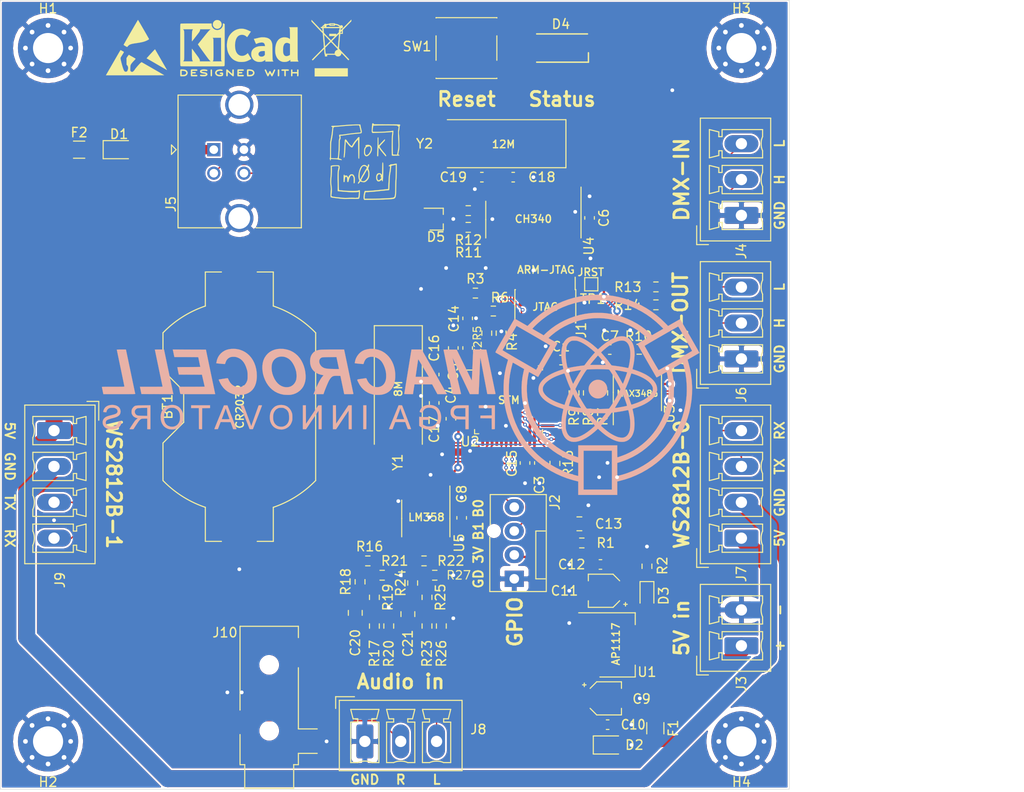
<source format=kicad_pcb>
(kicad_pcb (version 20171130) (host pcbnew 5.1.7)

  (general
    (thickness 1.6)
    (drawings 48)
    (tracks 678)
    (zones 0)
    (modules 85)
    (nets 79)
  )

  (page A4)
  (layers
    (0 F.Cu signal)
    (31 B.Cu signal)
    (32 B.Adhes user)
    (33 F.Adhes user)
    (34 B.Paste user)
    (35 F.Paste user)
    (36 B.SilkS user)
    (37 F.SilkS user)
    (38 B.Mask user)
    (39 F.Mask user)
    (40 Dwgs.User user)
    (41 Cmts.User user)
    (42 Eco1.User user)
    (43 Eco2.User user)
    (44 Edge.Cuts user)
    (45 Margin user)
    (46 B.CrtYd user)
    (47 F.CrtYd user)
    (48 B.Fab user)
    (49 F.Fab user hide)
  )

  (setup
    (last_trace_width 0.15)
    (user_trace_width 0.15)
    (user_trace_width 0.25)
    (trace_clearance 0.15)
    (zone_clearance 0.1524)
    (zone_45_only no)
    (trace_min 0.15)
    (via_size 0.4)
    (via_drill 0.2)
    (via_min_size 0.35)
    (via_min_drill 0.2)
    (user_via 0.8 0.4)
    (uvia_size 0.3)
    (uvia_drill 0.1)
    (uvias_allowed no)
    (uvia_min_size 0.2)
    (uvia_min_drill 0.1)
    (edge_width 0.05)
    (segment_width 0.2)
    (pcb_text_width 0.3)
    (pcb_text_size 1.5 1.5)
    (mod_edge_width 0.12)
    (mod_text_size 1 1)
    (mod_text_width 0.15)
    (pad_size 1.8 3.6)
    (pad_drill 1.2)
    (pad_to_mask_clearance 0)
    (aux_axis_origin 0 0)
    (visible_elements FFFFFF7F)
    (pcbplotparams
      (layerselection 0x010fc_ffffffff)
      (usegerberextensions false)
      (usegerberattributes true)
      (usegerberadvancedattributes true)
      (creategerberjobfile true)
      (excludeedgelayer true)
      (linewidth 0.100000)
      (plotframeref false)
      (viasonmask false)
      (mode 1)
      (useauxorigin false)
      (hpglpennumber 1)
      (hpglpenspeed 20)
      (hpglpendiameter 15.000000)
      (psnegative false)
      (psa4output false)
      (plotreference true)
      (plotvalue true)
      (plotinvisibletext false)
      (padsonsilk false)
      (subtractmaskfromsilk false)
      (outputformat 1)
      (mirror false)
      (drillshape 1)
      (scaleselection 1)
      (outputdirectory ""))
  )

  (net 0 "")
  (net 1 +BATT)
  (net 2 GND)
  (net 3 +3V3)
  (net 4 VDDA)
  (net 5 +5V)
  (net 6 /cpu/RST_N)
  (net 7 /cpu/XTAL0)
  (net 8 /cpu/XTAL1)
  (net 9 "Net-(C18-Pad1)")
  (net 10 /io/AUDIO_IN_L)
  (net 11 "Net-(C19-Pad1)")
  (net 12 "Net-(C20-Pad1)")
  (net 13 /io/AUDIO_IN_R)
  (net 14 VBUS)
  (net 15 "Net-(D3-Pad1)")
  (net 16 "Net-(D5-Pad1)")
  (net 17 "Net-(D5-Pad2)")
  (net 18 VIN)
  (net 19 /cpu/JTMS)
  (net 20 /cpu/JTCK)
  (net 21 /cpu/JTDO)
  (net 22 "Net-(J1-Pad7)")
  (net 23 /cpu/JTDI)
  (net 24 "Net-(J1-Pad10)")
  (net 25 /io/DMXL)
  (net 26 /io/DMXH)
  (net 27 "Net-(J6-Pad2)")
  (net 28 /cpu/WS0_TX)
  (net 29 /cpu/WS0_RX)
  (net 30 /cpu/WS1_RX)
  (net 31 /cpu/WS1_TX)
  (net 32 "Net-(R4-Pad1)")
  (net 33 "Net-(R5-Pad1)")
  (net 34 "Net-(R7-Pad1)")
  (net 35 "Net-(R8-Pad1)")
  (net 36 "Net-(D4-Pad3)")
  (net 37 "Net-(R9-Pad1)")
  (net 38 "Net-(D4-Pad2)")
  (net 39 /io/USB_DP)
  (net 40 /io/USB_DM)
  (net 41 "Net-(R16-Pad2)")
  (net 42 /cpu/AUDIO_L)
  (net 43 "Net-(R19-Pad1)")
  (net 44 "Net-(R22-Pad2)")
  (net 45 /cpu/AUDIO_R)
  (net 46 "Net-(R25-Pad1)")
  (net 47 /cpu/JTRST_N)
  (net 48 "Net-(U2-Pad2)")
  (net 49 "Net-(U2-Pad3)")
  (net 50 "Net-(U2-Pad4)")
  (net 51 /cpu/DMX_RE)
  (net 52 /cpu/DMX_DE)
  (net 53 /cpu/DMX_DI)
  (net 54 /cpu/DMX_RO)
  (net 55 "Net-(U2-Pad20)")
  (net 56 "Net-(U2-Pad21)")
  (net 57 "Net-(U2-Pad25)")
  (net 58 "Net-(U2-Pad32)")
  (net 59 "Net-(U2-Pad41)")
  (net 60 /cpu/CONTROL_UART_OUT)
  (net 61 /cpu/CONTROL_UART_IN)
  (net 62 /cpu/CONTROL_UART_RST)
  (net 63 "Net-(U4-Pad9)")
  (net 64 "Net-(U4-Pad10)")
  (net 65 "Net-(U4-Pad11)")
  (net 66 "Net-(U4-Pad12)")
  (net 67 "Net-(U4-Pad14)")
  (net 68 "Net-(U4-Pad15)")
  (net 69 "Net-(D4-Pad1)")
  (net 70 "Net-(J6-Pad3)")
  (net 71 "Net-(C15-Pad1)")
  (net 72 "Net-(C21-Pad1)")
  (net 73 /power/VBS)
  (net 74 /cpu/PB1)
  (net 75 /cpu/PB0)
  (net 76 "Net-(U2-Pad29)")
  (net 77 "Net-(U2-Pad30)")
  (net 78 GNDPWR)

  (net_class Default "This is the default net class."
    (clearance 0.15)
    (trace_width 0.15)
    (via_dia 0.4)
    (via_drill 0.2)
    (uvia_dia 0.3)
    (uvia_drill 0.1)
    (add_net /cpu/AUDIO_L)
    (add_net /cpu/AUDIO_R)
    (add_net /cpu/CONTROL_UART_IN)
    (add_net /cpu/CONTROL_UART_OUT)
    (add_net /cpu/CONTROL_UART_RST)
    (add_net /cpu/DMX_DE)
    (add_net /cpu/DMX_DI)
    (add_net /cpu/DMX_RE)
    (add_net /cpu/DMX_RO)
    (add_net /cpu/JTCK)
    (add_net /cpu/JTDI)
    (add_net /cpu/JTDO)
    (add_net /cpu/JTMS)
    (add_net /cpu/JTRST_N)
    (add_net /cpu/PB0)
    (add_net /cpu/PB1)
    (add_net /cpu/RST_N)
    (add_net /cpu/WS0_RX)
    (add_net /cpu/WS0_TX)
    (add_net /cpu/WS1_RX)
    (add_net /cpu/WS1_TX)
    (add_net /cpu/XTAL0)
    (add_net /cpu/XTAL1)
    (add_net /io/AUDIO_IN_L)
    (add_net /io/AUDIO_IN_R)
    (add_net /io/DMXH)
    (add_net /io/DMXL)
    (add_net /io/USB_DM)
    (add_net /io/USB_DP)
    (add_net "Net-(C15-Pad1)")
    (add_net "Net-(C18-Pad1)")
    (add_net "Net-(C19-Pad1)")
    (add_net "Net-(C20-Pad1)")
    (add_net "Net-(C21-Pad1)")
    (add_net "Net-(D3-Pad1)")
    (add_net "Net-(D4-Pad1)")
    (add_net "Net-(D4-Pad2)")
    (add_net "Net-(D4-Pad3)")
    (add_net "Net-(D5-Pad1)")
    (add_net "Net-(D5-Pad2)")
    (add_net "Net-(J1-Pad10)")
    (add_net "Net-(J1-Pad7)")
    (add_net "Net-(J6-Pad2)")
    (add_net "Net-(J6-Pad3)")
    (add_net "Net-(R16-Pad2)")
    (add_net "Net-(R19-Pad1)")
    (add_net "Net-(R22-Pad2)")
    (add_net "Net-(R25-Pad1)")
    (add_net "Net-(R4-Pad1)")
    (add_net "Net-(R5-Pad1)")
    (add_net "Net-(R7-Pad1)")
    (add_net "Net-(R8-Pad1)")
    (add_net "Net-(R9-Pad1)")
    (add_net "Net-(U2-Pad2)")
    (add_net "Net-(U2-Pad20)")
    (add_net "Net-(U2-Pad21)")
    (add_net "Net-(U2-Pad25)")
    (add_net "Net-(U2-Pad29)")
    (add_net "Net-(U2-Pad3)")
    (add_net "Net-(U2-Pad30)")
    (add_net "Net-(U2-Pad32)")
    (add_net "Net-(U2-Pad4)")
    (add_net "Net-(U2-Pad41)")
    (add_net "Net-(U4-Pad10)")
    (add_net "Net-(U4-Pad11)")
    (add_net "Net-(U4-Pad12)")
    (add_net "Net-(U4-Pad14)")
    (add_net "Net-(U4-Pad15)")
    (add_net "Net-(U4-Pad9)")
  )

  (net_class "High Power" ""
    (clearance 0.2)
    (trace_width 1.8)
    (via_dia 1)
    (via_drill 0.7)
    (uvia_dia 0.3)
    (uvia_drill 0.1)
    (add_net +5V)
    (add_net /power/VBS)
    (add_net GND)
    (add_net GNDPWR)
    (add_net VBUS)
    (add_net VIN)
  )

  (net_class Power ""
    (clearance 0.15)
    (trace_width 0.25)
    (via_dia 0.8)
    (via_drill 0.4)
    (uvia_dia 0.3)
    (uvia_drill 0.1)
    (add_net +3V3)
    (add_net +BATT)
    (add_net VDDA)
  )

  (module Local:lib_mokmod (layer F.Cu) (tedit 0) (tstamp 5F9C9F1B)
    (at 136.525 64.135)
    (fp_text reference G*** (at 0 0) (layer F.SilkS) hide
      (effects (font (size 1.524 1.524) (thickness 0.3)))
    )
    (fp_text value LOGO (at 0.75 0) (layer F.SilkS) hide
      (effects (font (size 1.524 1.524) (thickness 0.3)))
    )
    (fp_poly (pts (xy 3.335488 0.217118) (xy 3.390515 0.219364) (xy 3.392954 0.558031) (xy 3.393295 0.648329)
      (xy 3.393115 0.747088) (xy 3.392455 0.852171) (xy 3.391353 0.961441) (xy 3.389851 1.072763)
      (xy 3.387987 1.183999) (xy 3.385802 1.293014) (xy 3.383335 1.397671) (xy 3.380626 1.495833)
      (xy 3.377716 1.585366) (xy 3.374643 1.664131) (xy 3.371449 1.729993) (xy 3.37091 1.739516)
      (xy 3.3656 1.8328) (xy 3.361066 1.916615) (xy 3.357193 1.993969) (xy 3.353864 2.067865)
      (xy 3.350963 2.141308) (xy 3.348373 2.217305) (xy 3.345978 2.298861) (xy 3.343662 2.38898)
      (xy 3.341308 2.490669) (xy 3.340645 2.520758) (xy 3.337407 2.667333) (xy 3.334396 2.799432)
      (xy 3.331568 2.917968) (xy 3.328883 3.023856) (xy 3.326295 3.118012) (xy 3.323764 3.201348)
      (xy 3.321245 3.274781) (xy 3.318696 3.339224) (xy 3.316074 3.395593) (xy 3.313336 3.444801)
      (xy 3.31044 3.487764) (xy 3.307342 3.525396) (xy 3.304 3.558611) (xy 3.300371 3.588325)
      (xy 3.296412 3.615452) (xy 3.29208 3.640906) (xy 3.287333 3.665602) (xy 3.286927 3.667607)
      (xy 3.269294 3.739103) (xy 3.247683 3.797251) (xy 3.221002 3.843823) (xy 3.188165 3.880592)
      (xy 3.148081 3.909328) (xy 3.133589 3.917095) (xy 3.103233 3.931578) (xy 3.076144 3.942386)
      (xy 3.048256 3.950597) (xy 3.015506 3.95729) (xy 2.973827 3.963543) (xy 2.944091 3.967378)
      (xy 2.864868 3.976185) (xy 2.770725 3.984739) (xy 2.662136 3.993022) (xy 2.539573 4.001017)
      (xy 2.403509 4.008706) (xy 2.254417 4.016072) (xy 2.092769 4.023098) (xy 1.919037 4.029766)
      (xy 1.733696 4.036058) (xy 1.537217 4.041957) (xy 1.330074 4.047446) (xy 1.112739 4.052507)
      (xy 0.885684 4.057123) (xy 0.649383 4.061277) (xy 0.404308 4.06495) (xy 0.242454 4.067049)
      (xy -0.050031 4.070616) (xy -0.079057 4.033178) (xy -0.102957 3.997871) (xy -0.119384 3.961519)
      (xy -0.129819 3.91963) (xy -0.135744 3.86771) (xy -0.136281 3.859662) (xy -0.136377 3.853671)
      (xy -0.023091 3.853671) (xy -0.023091 3.940849) (xy 0.459894 3.940755) (xy 0.556114 3.940602)
      (xy 0.656695 3.940197) (xy 0.75902 3.939566) (xy 0.860475 3.938733) (xy 0.958444 3.937726)
      (xy 1.050312 3.936569) (xy 1.133464 3.935288) (xy 1.205285 3.933909) (xy 1.239212 3.933112)
      (xy 1.4089 3.92849) (xy 1.574765 3.92338) (xy 1.735815 3.917835) (xy 1.891054 3.911902)
      (xy 2.039491 3.905634) (xy 2.18013 3.899081) (xy 2.31198 3.892292) (xy 2.434046 3.885317)
      (xy 2.545335 3.878208) (xy 2.644853 3.871014) (xy 2.731608 3.863785) (xy 2.804605 3.856573)
      (xy 2.84403 3.851939) (xy 2.92104 3.840802) (xy 2.984293 3.828349) (xy 3.035421 3.813761)
      (xy 3.076053 3.796223) (xy 3.10782 3.774919) (xy 3.132351 3.749031) (xy 3.151275 3.717744)
      (xy 3.161858 3.692742) (xy 3.174572 3.650444) (xy 3.186498 3.595304) (xy 3.197187 3.529868)
      (xy 3.206191 3.456685) (xy 3.20955 3.422158) (xy 3.212692 3.379905) (xy 3.215815 3.324442)
      (xy 3.218858 3.257952) (xy 3.221757 3.182619) (xy 3.224447 3.100626) (xy 3.226865 3.014158)
      (xy 3.228948 2.925398) (xy 3.230632 2.83653) (xy 3.231854 2.749736) (xy 3.232548 2.667201)
      (xy 3.232678 2.628516) (xy 3.233403 2.52529) (xy 3.235212 2.418893) (xy 3.237996 2.312509)
      (xy 3.241645 2.209325) (xy 3.246048 2.112525) (xy 3.251097 2.025296) (xy 3.255674 1.962728)
      (xy 3.25843 1.925334) (xy 3.261549 1.876577) (xy 3.264798 1.820473) (xy 3.267949 1.761042)
      (xy 3.270771 1.702301) (xy 3.271342 1.689485) (xy 3.272581 1.656172) (xy 3.273915 1.611293)
      (xy 3.275323 1.556188) (xy 3.276786 1.492193) (xy 3.278285 1.420648) (xy 3.2798 1.342889)
      (xy 3.28131 1.260256) (xy 3.282798 1.174086) (xy 3.284243 1.085716) (xy 3.285626 0.996486)
      (xy 3.286927 0.907733) (xy 3.288127 0.820795) (xy 3.289205 0.73701) (xy 3.290144 0.657716)
      (xy 3.290923 0.584251) (xy 3.291522 0.517954) (xy 3.291922 0.460162) (xy 3.292104 0.412213)
      (xy 3.292048 0.375445) (xy 3.291734 0.351197) (xy 3.291143 0.340806) (xy 3.291032 0.340528)
      (xy 3.282782 0.34104) (xy 3.261849 0.344516) (xy 3.230547 0.350458) (xy 3.191193 0.358366)
      (xy 3.146102 0.367741) (xy 3.09759 0.378085) (xy 3.047973 0.388898) (xy 2.999566 0.399681)
      (xy 2.954684 0.409936) (xy 2.915644 0.419164) (xy 2.884761 0.426865) (xy 2.865165 0.432289)
      (xy 2.832375 0.444851) (xy 2.811197 0.458432) (xy 2.806422 0.464062) (xy 2.800926 0.480942)
      (xy 2.796235 0.512067) (xy 2.792498 0.556303) (xy 2.791029 0.583056) (xy 2.786885 0.645974)
      (xy 2.78002 0.720476) (xy 2.770903 0.803085) (xy 2.760003 0.890325) (xy 2.74779 0.978718)
      (xy 2.734731 1.064789) (xy 2.721296 1.145061) (xy 2.707953 1.216057) (xy 2.701481 1.24691)
      (xy 2.6909 1.303583) (xy 2.680718 1.374845) (xy 2.67099 1.459894) (xy 2.661769 1.557929)
      (xy 2.653111 1.668148) (xy 2.645069 1.78975) (xy 2.637696 1.921934) (xy 2.631048 2.063898)
      (xy 2.625178 2.21484) (xy 2.62014 2.37396) (xy 2.616863 2.501516) (xy 2.614307 2.605502)
      (xy 2.611774 2.695077) (xy 2.609206 2.771223) (xy 2.606544 2.834923) (xy 2.60373 2.887159)
      (xy 2.600706 2.928913) (xy 2.597413 2.961169) (xy 2.593794 2.984908) (xy 2.589789 3.001113)
      (xy 2.586769 3.008418) (xy 2.581178 3.014976) (xy 2.570957 3.020772) (xy 2.554674 3.026039)
      (xy 2.530895 3.031007) (xy 2.498186 3.035909) (xy 2.455114 3.040977) (xy 2.400245 3.046441)
      (xy 2.332146 3.052535) (xy 2.293697 3.055805) (xy 2.190547 3.064761) (xy 2.081487 3.07481)
      (xy 1.964788 3.086126) (xy 1.838724 3.098882) (xy 1.701567 3.113249) (xy 1.551591 3.1294)
      (xy 1.485515 3.136631) (xy 1.30918 3.155636) (xy 1.146197 3.172398) (xy 0.994709 3.187074)
      (xy 0.852862 3.199823) (xy 0.718801 3.210802) (xy 0.590671 3.220168) (xy 0.466617 3.228078)
      (xy 0.344785 3.234692) (xy 0.312626 3.236247) (xy 0.254556 3.239179) (xy 0.201459 3.242229)
      (xy 0.155285 3.245258) (xy 0.117986 3.248123) (xy 0.091511 3.250683) (xy 0.077812 3.252796)
      (xy 0.07642 3.25338) (xy 0.070197 3.265417) (xy 0.061741 3.289836) (xy 0.051771 3.32391)
      (xy 0.041005 3.364913) (xy 0.030163 3.410118) (xy 0.019963 3.4568) (xy 0.011845 3.498273)
      (xy -0.010747 3.64845) (xy -0.021827 3.789742) (xy -0.023091 3.853671) (xy -0.136377 3.853671)
      (xy -0.137262 3.798995) (xy -0.133829 3.726984) (xy -0.1265 3.646868) (xy -0.115793 3.561885)
      (xy -0.102228 3.475275) (xy -0.086322 3.390274) (xy -0.068594 3.310123) (xy -0.049562 3.23806)
      (xy -0.029744 3.177323) (xy -0.025162 3.165379) (xy -0.00606 3.117273) (xy 0.118197 3.117167)
      (xy 0.203059 3.116251) (xy 0.296362 3.113608) (xy 0.398755 3.109188) (xy 0.510888 3.102942)
      (xy 0.633408 3.094818) (xy 0.766963 3.084768) (xy 0.912203 3.072741) (xy 1.069776 3.058686)
      (xy 1.240331 3.042555) (xy 1.424516 3.024297) (xy 1.622979 3.003862) (xy 1.720272 2.993608)
      (xy 1.847547 2.980052) (xy 1.960346 2.96791) (xy 2.05951 2.957073) (xy 2.145881 2.947428)
      (xy 2.220301 2.938864) (xy 2.283612 2.93127) (xy 2.336655 2.924534) (xy 2.380273 2.918545)
      (xy 2.415306 2.913191) (xy 2.442598 2.908362) (xy 2.462989 2.903946) (xy 2.477321 2.899831)
      (xy 2.486436 2.895906) (xy 2.491176 2.89206) (xy 2.491517 2.891558) (xy 2.493116 2.881411)
      (xy 2.494303 2.858504) (xy 2.495017 2.825467) (xy 2.495198 2.78493) (xy 2.494857 2.744199)
      (xy 2.494843 2.702989) (xy 2.495702 2.649359) (xy 2.497337 2.586252) (xy 2.499655 2.516612)
      (xy 2.50256 2.443381) (xy 2.505956 2.369504) (xy 2.508694 2.316788) (xy 2.512744 2.241659)
      (xy 2.516885 2.162727) (xy 2.520946 2.083412) (xy 2.524756 2.007134) (xy 2.528142 1.937313)
      (xy 2.530933 1.877368) (xy 2.532264 1.847273) (xy 2.535772 1.775526) (xy 2.540105 1.70707)
      (xy 2.545535 1.639497) (xy 2.552333 1.5704) (xy 2.560769 1.497373) (xy 2.571114 1.418009)
      (xy 2.583641 1.329901) (xy 2.59862 1.230643) (xy 2.609773 1.159169) (xy 2.628672 1.036312)
      (xy 2.644348 0.927828) (xy 2.656878 0.833054) (xy 2.666338 0.751324) (xy 2.672803 0.681977)
      (xy 2.676348 0.624347) (xy 2.677051 0.577771) (xy 2.676892 0.570874) (xy 2.674697 0.496455)
      (xy 2.615292 0.492607) (xy 2.576638 0.488468) (xy 2.552133 0.481858) (xy 2.543402 0.476245)
      (xy 2.535673 0.459324) (xy 2.542678 0.43921) (xy 2.564168 0.416233) (xy 2.599891 0.390725)
      (xy 2.615216 0.381545) (xy 2.645462 0.363063) (xy 2.673297 0.344254) (xy 2.693867 0.328447)
      (xy 2.697829 0.324854) (xy 2.721726 0.303894) (xy 2.743334 0.291842) (xy 2.767936 0.287024)
      (xy 2.800818 0.287766) (xy 2.811932 0.288715) (xy 2.843346 0.290414) (xy 2.877766 0.289642)
      (xy 2.917289 0.286122) (xy 2.964008 0.279574) (xy 3.020019 0.269723) (xy 3.087417 0.25629)
      (xy 3.138746 0.245416) (xy 3.197558 0.233206) (xy 3.244229 0.224674) (xy 3.281464 0.219431)
      (xy 3.31197 0.217088) (xy 3.335488 0.217118)) (layer F.SilkS) (width 0.01))
    (fp_poly (pts (xy -2.916316 0.389198) (xy -2.871207 0.389542) (xy -2.836353 0.390237) (xy -2.810042 0.391368)
      (xy -2.790561 0.393024) (xy -2.776196 0.395292) (xy -2.765237 0.398258) (xy -2.755968 0.40201)
      (xy -2.751667 0.404091) (xy -2.719565 0.428723) (xy -2.701637 0.454122) (xy -2.693933 0.468998)
      (xy -2.688612 0.483233) (xy -2.68524 0.500057) (xy -2.683381 0.5227) (xy -2.682601 0.554393)
      (xy -2.682463 0.596516) (xy -2.682701 0.63733) (xy -2.683746 0.669901) (xy -2.68618 0.698332)
      (xy -2.690587 0.726724) (xy -2.697552 0.759179) (xy -2.707656 0.799801) (xy -2.715856 0.831273)
      (xy -2.72964 0.884948) (xy -2.7416 0.934686) (xy -2.751849 0.981994) (xy -2.760496 1.028379)
      (xy -2.767653 1.075347) (xy -2.77343 1.124404) (xy -2.777939 1.177058) (xy -2.781289 1.234815)
      (xy -2.783593 1.299182) (xy -2.78496 1.371664) (xy -2.785502 1.45377) (xy -2.78533 1.547005)
      (xy -2.784554 1.652876) (xy -2.783535 1.751061) (xy -2.781893 1.884865) (xy -2.780033 2.015487)
      (xy -2.777983 2.141822) (xy -2.775769 2.262765) (xy -2.77342 2.377211) (xy -2.770961 2.484056)
      (xy -2.76842 2.582195) (xy -2.765823 2.670523) (xy -2.763199 2.747936) (xy -2.760573 2.813329)
      (xy -2.757973 2.865596) (xy -2.755426 2.903634) (xy -2.755291 2.905251) (xy -2.750248 2.953772)
      (xy -2.744076 2.98898) (xy -2.736076 3.012954) (xy -2.72555 3.027767) (xy -2.711801 3.035498)
      (xy -2.711463 3.035602) (xy -2.700284 3.03731) (xy -2.675473 3.040029) (xy -2.638751 3.043614)
      (xy -2.591836 3.047919) (xy -2.536447 3.052799) (xy -2.474304 3.058109) (xy -2.407127 3.063704)
      (xy -2.336633 3.069438) (xy -2.264543 3.075166) (xy -2.192576 3.080742) (xy -2.122451 3.086022)
      (xy -2.066637 3.090093) (xy -1.939099 3.098733) (xy -1.822129 3.105498) (xy -1.711039 3.110558)
      (xy -1.601137 3.11408) (xy -1.487737 3.116234) (xy -1.366146 3.117189) (xy -1.312323 3.117273)
      (xy -1.194797 3.116739) (xy -1.091404 3.11506) (xy -1.000917 3.112123) (xy -0.92211 3.107815)
      (xy -0.853756 3.102023) (xy -0.794628 3.094632) (xy -0.743499 3.08553) (xy -0.699144 3.074603)
      (xy -0.660335 3.061738) (xy -0.645032 3.055576) (xy -0.611091 3.041894) (xy -0.587212 3.034962)
      (xy -0.569698 3.034625) (xy -0.554853 3.040729) (xy -0.541142 3.051236) (xy -0.519546 3.069865)
      (xy -0.52035 3.23019) (xy -0.5219 3.315195) (xy -0.525559 3.401413) (xy -0.531099 3.486914)
      (xy -0.538294 3.56977) (xy -0.546915 3.64805) (xy -0.556736 3.719825) (xy -0.567529 3.783165)
      (xy -0.579068 3.83614) (xy -0.591125 3.87682) (xy -0.598584 3.894667) (xy -0.612756 3.920162)
      (xy -0.626179 3.935344) (xy -0.643004 3.944496) (xy -0.648882 3.946558) (xy -0.670703 3.951072)
      (xy -0.705819 3.955125) (xy -0.752138 3.958657) (xy -0.807566 3.961608) (xy -0.87001 3.963921)
      (xy -0.937377 3.965535) (xy -1.007574 3.966392) (xy -1.078508 3.966433) (xy -1.148086 3.965599)
      (xy -1.214214 3.96383) (xy -1.234007 3.96307) (xy -1.334163 3.959979) (xy -1.438101 3.958986)
      (xy -1.549619 3.960094) (xy -1.672518 3.963303) (xy -1.674883 3.963381) (xy -1.757755 3.965822)
      (xy -1.841349 3.96773) (xy -1.923526 3.969094) (xy -2.002144 3.969903) (xy -2.075064 3.970147)
      (xy -2.140146 3.969815) (xy -2.195249 3.968896) (xy -2.238233 3.967378) (xy -2.255212 3.966339)
      (xy -2.323738 3.960698) (xy -2.404951 3.953202) (xy -2.496293 3.944143) (xy -2.595209 3.933809)
      (xy -2.699141 3.92249) (xy -2.805532 3.910477) (xy -2.911824 3.898059) (xy -3.015462 3.885527)
      (xy -3.113889 3.873169) (xy -3.204546 3.861277) (xy -3.284878 3.85014) (xy -3.302 3.847661)
      (xy -3.388908 3.83437) (xy -3.461219 3.821996) (xy -3.519692 3.810367) (xy -3.565084 3.799311)
      (xy -3.598155 3.788656) (xy -3.619662 3.77823) (xy -3.624814 3.774419) (xy -3.632029 3.767771)
      (xy -3.637277 3.760495) (xy -3.640934 3.750138) (xy -3.643371 3.734245) (xy -3.644963 3.710363)
      (xy -3.646082 3.676038) (xy -3.647103 3.628819) (xy -3.647122 3.627882) (xy -3.647536 3.580823)
      (xy -3.647149 3.525487) (xy -3.646059 3.464318) (xy -3.644362 3.399758) (xy -3.642155 3.33425)
      (xy -3.639536 3.270239) (xy -3.636602 3.210166) (xy -3.63345 3.156475) (xy -3.630178 3.11161)
      (xy -3.626881 3.078014) (xy -3.624649 3.06271) (xy -3.615884 3.013818) (xy -3.610156 2.974929)
      (xy -3.607154 2.94102) (xy -3.606568 2.907067) (xy -3.608086 2.868048) (xy -3.610413 2.832523)
      (xy -3.613716 2.793127) (xy -3.618703 2.742536) (xy -3.624932 2.684797) (xy -3.631961 2.623961)
      (xy -3.639349 2.564077) (xy -3.641465 2.547697) (xy -3.653878 2.442352) (xy -3.662925 2.340388)
      (xy -3.668605 2.239325) (xy -3.670307 2.163687) (xy -3.57622 2.163687) (xy -3.575245 2.209535)
      (xy -3.573013 2.254567) (xy -3.569545 2.300394) (xy -3.564861 2.348628) (xy -3.558981 2.400882)
      (xy -3.551928 2.458768) (xy -3.548012 2.48997) (xy -3.533957 2.604232) (xy -3.522429 2.705442)
      (xy -3.513403 2.79573) (xy -3.506852 2.877225) (xy -3.502751 2.952056) (xy -3.501074 3.022352)
      (xy -3.501795 3.090243) (xy -3.504889 3.157858) (xy -3.510329 3.227326) (xy -3.518091 3.300776)
      (xy -3.528147 3.380338) (xy -3.536501 3.440546) (xy -3.54167 3.483831) (xy -3.545673 3.530686)
      (xy -3.547902 3.573387) (xy -3.548162 3.588413) (xy -3.547803 3.621725) (xy -3.546036 3.643464)
      (xy -3.542085 3.657437) (xy -3.535173 3.667453) (xy -3.531235 3.671363) (xy -3.511691 3.684382)
      (xy -3.481106 3.696983) (xy -3.438793 3.709313) (xy -3.384069 3.721519) (xy -3.31625 3.733747)
      (xy -3.234651 3.746144) (xy -3.138587 3.758857) (xy -3.101879 3.763353) (xy -3.074383 3.766506)
      (xy -3.033494 3.770982) (xy -2.98114 3.776584) (xy -2.919248 3.783115) (xy -2.849743 3.790376)
      (xy -2.774553 3.798172) (xy -2.695603 3.806304) (xy -2.614822 3.814574) (xy -2.534134 3.822785)
      (xy -2.455468 3.830741) (xy -2.380749 3.838242) (xy -2.311904 3.845092) (xy -2.25086 3.851094)
      (xy -2.199543 3.856049) (xy -2.174394 3.858422) (xy -2.124641 3.861393) (xy -2.06212 3.862415)
      (xy -1.989327 3.861545) (xy -1.908756 3.85884) (xy -1.822903 3.854355) (xy -1.739515 3.84856)
      (xy -1.621961 3.840771) (xy -1.507906 3.835889) (xy -1.39973 3.833928) (xy -1.299814 3.834905)
      (xy -1.210537 3.838835) (xy -1.143 3.84471) (xy -1.07322 3.851742) (xy -1.016469 3.855402)
      (xy -0.970749 3.855652) (xy -0.934062 3.852453) (xy -0.904407 3.845766) (xy -0.888632 3.839833)
      (xy -0.868947 3.832036) (xy -0.850522 3.827701) (xy -0.828601 3.826344) (xy -0.798423 3.827482)
      (xy -0.779676 3.828768) (xy -0.707681 3.834053) (xy -0.693208 3.80086) (xy -0.685397 3.778127)
      (xy -0.676896 3.745761) (xy -0.66912 3.709378) (xy -0.666447 3.694474) (xy -0.660075 3.652653)
      (xy -0.653762 3.604184) (xy -0.647672 3.551149) (xy -0.641969 3.495626) (xy -0.636817 3.439696)
      (xy -0.63238 3.385437) (xy -0.628821 3.33493) (xy -0.626305 3.290254) (xy -0.624996 3.253489)
      (xy -0.625058 3.226714) (xy -0.626654 3.21201) (xy -0.628239 3.20982) (xy -0.639468 3.211627)
      (xy -0.659154 3.215904) (xy -0.665788 3.217483) (xy -0.709546 3.225893) (xy -0.766667 3.233384)
      (xy -0.835143 3.239882) (xy -0.912964 3.245313) (xy -0.998124 3.249603) (xy -1.088615 3.252679)
      (xy -1.182427 3.254467) (xy -1.277553 3.254892) (xy -1.371985 3.253881) (xy -1.463715 3.25136)
      (xy -1.520152 3.248916) (xy -1.580007 3.24557) (xy -1.650306 3.241085) (xy -1.726171 3.235805)
      (xy -1.802725 3.230078) (xy -1.875089 3.224248) (xy -1.908849 3.221344) (xy -1.99962 3.213363)
      (xy -2.078451 3.206516) (xy -2.148729 3.200528) (xy -2.213844 3.195125) (xy -2.277182 3.190031)
      (xy -2.342134 3.184971) (xy -2.412086 3.17967) (xy -2.490428 3.173853) (xy -2.528455 3.171058)
      (xy -2.617099 3.164305) (xy -2.691193 3.158092) (xy -2.751569 3.152327) (xy -2.799057 3.146913)
      (xy -2.834489 3.141758) (xy -2.858694 3.136766) (xy -2.872222 3.131997) (xy -2.877937 3.126561)
      (xy -2.882356 3.116139) (xy -2.885536 3.099312) (xy -2.887534 3.074662) (xy -2.88841 3.04077)
      (xy -2.888221 2.996218) (xy -2.887025 2.939586) (xy -2.884881 2.869455) (xy -2.884007 2.844031)
      (xy -2.881891 2.761442) (xy -2.880805 2.667108) (xy -2.880702 2.56464) (xy -2.881536 2.457648)
      (xy -2.88326 2.349743) (xy -2.885827 2.244536) (xy -2.88919 2.145639) (xy -2.893303 2.056661)
      (xy -2.894474 2.035849) (xy -2.896964 1.979357) (xy -2.898667 1.910223) (xy -2.89961 1.831178)
      (xy -2.89982 1.744952) (xy -2.899324 1.654275) (xy -2.898149 1.561878) (xy -2.896322 1.470492)
      (xy -2.89387 1.382846) (xy -2.89082 1.301672) (xy -2.887199 1.2297) (xy -2.886376 1.216122)
      (xy -2.87978 1.124644) (xy -2.871921 1.044189) (xy -2.862159 0.970396) (xy -2.849856 0.898906)
      (xy -2.834373 0.825361) (xy -2.820778 0.768201) (xy -2.80924 0.719778) (xy -2.798778 0.672626)
      (xy -2.790122 0.630297) (xy -2.784007 0.596345) (xy -2.781377 0.576995) (xy -2.779228 0.549386)
      (xy -2.779921 0.532467) (xy -2.784548 0.521631) (xy -2.794203 0.512274) (xy -2.797335 0.50978)
      (xy -2.825868 0.49483) (xy -2.867943 0.483557) (xy -2.922119 0.476103) (xy -2.986956 0.472611)
      (xy -3.061013 0.473223) (xy -3.128818 0.476977) (xy -3.161311 0.479818) (xy -3.201578 0.483966)
      (xy -3.247141 0.489098) (xy -3.295522 0.494892) (xy -3.344242 0.501028) (xy -3.390824 0.507181)
      (xy -3.432787 0.513032) (xy -3.467655 0.518257) (xy -3.492949 0.522534) (xy -3.50619 0.525542)
      (xy -3.507461 0.526168) (xy -3.507602 0.533998) (xy -3.507096 0.555114) (xy -3.506016 0.587426)
      (xy -3.504437 0.628842) (xy -3.502434 0.677273) (xy -3.500616 0.718754) (xy -3.497926 0.791863)
      (xy -3.496558 0.86426) (xy -3.496589 0.937825) (xy -3.498098 1.014439) (xy -3.501163 1.095982)
      (xy -3.505863 1.184334) (xy -3.512275 1.281375) (xy -3.52048 1.388985) (xy -3.530554 1.509044)
      (xy -3.53629 1.574031) (xy -3.546114 1.684452) (xy -3.554516 1.781159) (xy -3.561517 1.865764)
      (xy -3.567136 1.93988) (xy -3.571396 2.005117) (xy -3.574316 2.06309) (xy -3.575917 2.115409)
      (xy -3.57622 2.163687) (xy -3.670307 2.163687) (xy -3.670915 2.136682) (xy -3.669853 2.029978)
      (xy -3.665418 1.916732) (xy -3.657609 1.794463) (xy -3.646422 1.660691) (xy -3.640764 1.60097)
      (xy -3.631232 1.493852) (xy -3.623625 1.386507) (xy -3.61785 1.276375) (xy -3.613815 1.160896)
      (xy -3.61143 1.037509) (xy -3.610602 0.903653) (xy -3.611113 0.772243) (xy -3.613728 0.439971)
      (xy -3.544455 0.427237) (xy -3.488926 0.417269) (xy -3.440151 0.409218) (xy -3.395427 0.402877)
      (xy -3.352051 0.398041) (xy -3.307321 0.394504) (xy -3.258535 0.392063) (xy -3.202991 0.39051)
      (xy -3.137985 0.389641) (xy -3.060815 0.38925) (xy -3.044152 0.389212) (xy -2.973394 0.389117)
      (xy -2.916316 0.389198)) (layer F.SilkS) (width 0.01))
    (fp_poly (pts (xy 0.405022 0.289728) (xy 0.426331 0.302757) (xy 0.442329 0.325387) (xy 0.442948 0.326826)
      (xy 0.453825 0.371438) (xy 0.453078 0.425524) (xy 0.440683 0.489232) (xy 0.416617 0.56271)
      (xy 0.398737 0.606556) (xy 0.381322 0.649856) (xy 0.370442 0.68667) (xy 0.366165 0.720695)
      (xy 0.368562 0.755627) (xy 0.3777 0.795161) (xy 0.393649 0.842994) (xy 0.403657 0.869758)
      (xy 0.428101 0.93665) (xy 0.446891 0.995877) (xy 0.46081 1.051555) (xy 0.47064 1.107799)
      (xy 0.477163 1.168725) (xy 0.481161 1.238447) (xy 0.482652 1.285394) (xy 0.483872 1.342849)
      (xy 0.484175 1.388485) (xy 0.483389 1.42586) (xy 0.481344 1.458532) (xy 0.477866 1.490059)
      (xy 0.472783 1.523999) (xy 0.470427 1.538078) (xy 0.450349 1.634125) (xy 0.423959 1.719609)
      (xy 0.38967 1.797508) (xy 0.345894 1.870804) (xy 0.291045 1.942478) (xy 0.223535 2.01551)
      (xy 0.207905 2.031001) (xy 0.144998 2.087636) (xy 0.085307 2.130837) (xy 0.026981 2.161703)
      (xy -0.031832 2.181336) (xy -0.052366 2.185666) (xy -0.092531 2.188922) (xy -0.143665 2.18688)
      (xy -0.202499 2.180093) (xy -0.265765 2.169115) (xy -0.330194 2.1545) (xy -0.392517 2.136804)
      (xy -0.441681 2.119643) (xy -0.47927 2.105122) (xy -0.497313 2.128213) (xy -0.508811 2.143247)
      (xy -0.527009 2.167406) (xy -0.549462 2.197433) (xy -0.573727 2.230069) (xy -0.575178 2.232026)
      (xy -0.61216 2.279092) (xy -0.644501 2.314403) (xy -0.671533 2.337321) (xy -0.692589 2.347211)
      (xy -0.696521 2.347576) (xy -0.708404 2.342349) (xy -0.718474 2.3335) (xy -0.729843 2.310696)
      (xy -0.728967 2.280642) (xy -0.715724 2.243029) (xy -0.689991 2.197547) (xy -0.651648 2.143884)
      (xy -0.636235 2.124364) (xy -0.609027 2.089661) (xy -0.590577 2.061895) (xy -0.580458 2.03746)
      (xy -0.578245 2.012749) (xy -0.580884 1.998411) (xy -0.404755 1.998411) (xy -0.394858 2.005788)
      (xy -0.381169 2.004416) (xy -0.366335 2.003301) (xy -0.361758 2.007525) (xy -0.35523 2.021755)
      (xy -0.339761 2.034082) (xy -0.321526 2.039681) (xy -0.320589 2.039697) (xy -0.304732 2.045233)
      (xy -0.286973 2.058929) (xy -0.283348 2.062788) (xy -0.27127 2.075138) (xy -0.259118 2.082056)
      (xy -0.242008 2.085081) (xy -0.215054 2.085752) (xy -0.210437 2.085746) (xy -0.172697 2.083848)
      (xy -0.131434 2.079106) (xy -0.10665 2.074773) (xy -0.060339 2.062315) (xy -0.018982 2.044653)
      (xy 0.022335 2.019289) (xy 0.062131 1.988963) (xy 0.115325 1.94043) (xy 0.169541 1.881462)
      (xy 0.221273 1.816335) (xy 0.267013 1.749327) (xy 0.288407 1.713106) (xy 0.321114 1.6424)
      (xy 0.345508 1.562701) (xy 0.361835 1.472784) (xy 0.37034 1.37142) (xy 0.371787 1.29694)
      (xy 0.370494 1.22843) (xy 0.366548 1.171325) (xy 0.359233 1.121758) (xy 0.347836 1.075863)
      (xy 0.331641 1.029773) (xy 0.315336 0.99146) (xy 0.300626 0.957305) (xy 0.287449 0.92407)
      (xy 0.277886 0.897106) (xy 0.275415 0.888813) (xy 0.268875 0.868436) (xy 0.262808 0.856075)
      (xy 0.260616 0.854364) (xy 0.250096 0.860982) (xy 0.233137 0.880073) (xy 0.21048 0.910495)
      (xy 0.182863 0.951101) (xy 0.151028 1.000751) (xy 0.115715 1.058298) (xy 0.077664 1.1226)
      (xy 0.037616 1.192513) (xy 0.011533 1.239213) (xy -0.016141 1.288597) (xy -0.044803 1.338605)
      (xy -0.072459 1.385835) (xy -0.097113 1.426889) (xy -0.116771 1.458366) (xy -0.11941 1.462425)
      (xy -0.144649 1.502196) (xy -0.172687 1.548554) (xy -0.202605 1.599769) (xy -0.233482 1.654115)
      (xy -0.2644 1.709865) (xy -0.294439 1.765292) (xy -0.32268 1.818668) (xy -0.348202 1.868266)
      (xy -0.370087 1.912358) (xy -0.387414 1.949219) (xy -0.399265 1.97712) (xy -0.40472 1.994333)
      (xy -0.404755 1.998411) (xy -0.580884 1.998411) (xy -0.583509 1.984155) (xy -0.595825 1.948072)
      (xy -0.61091 1.91031) (xy -0.633254 1.852324) (xy -0.64976 1.800391) (xy -0.661374 1.749853)
      (xy -0.669041 1.696051) (xy -0.673706 1.634329) (xy -0.67543 1.592389) (xy -0.67493 1.523462)
      (xy -0.561102 1.523462) (xy -0.560031 1.601195) (xy -0.556367 1.667559) (xy -0.549928 1.724483)
      (xy -0.54053 1.773898) (xy -0.527993 1.817734) (xy -0.521838 1.834712) (xy -0.513681 1.856559)
      (xy -0.507228 1.872717) (xy -0.501307 1.882241) (xy -0.494746 1.884182) (xy -0.486375 1.877593)
      (xy -0.47502 1.861528) (xy -0.459511 1.835038) (xy -0.438674 1.797178) (xy -0.411339 1.746999)
      (xy -0.409773 1.744136) (xy -0.387314 1.702292) (xy -0.366313 1.661717) (xy -0.348445 1.62575)
      (xy -0.335385 1.597734) (xy -0.330342 1.585576) (xy -0.319274 1.561222) (xy -0.301976 1.529091)
      (xy -0.28112 1.493967) (xy -0.265811 1.470122) (xy -0.245755 1.438659) (xy -0.22085 1.397532)
      (xy -0.193419 1.350696) (xy -0.165788 1.302108) (xy -0.145926 1.266152) (xy -0.104665 1.190687)
      (xy -0.068822 1.126077) (xy -0.036737 1.069507) (xy -0.006749 1.018162) (xy 0.022802 0.969227)
      (xy 0.053576 0.919887) (xy 0.087233 0.867328) (xy 0.10939 0.833247) (xy 0.143389 0.780589)
      (xy 0.169248 0.738716) (xy 0.187664 0.705803) (xy 0.19933 0.680029) (xy 0.20494 0.65957)
      (xy 0.205188 0.642601) (xy 0.200769 0.627301) (xy 0.193184 0.613139) (xy 0.157429 0.568962)
      (xy 0.110043 0.531084) (xy 0.05402 0.501011) (xy -0.007643 0.480248) (xy -0.07195 0.470302)
      (xy -0.092364 0.46965) (xy -0.143915 0.472713) (xy -0.185472 0.48272) (xy -0.221268 0.500725)
      (xy -0.223922 0.502483) (xy -0.257142 0.531378) (xy -0.292307 0.573968) (xy -0.328659 0.628792)
      (xy -0.365441 0.69439) (xy -0.401895 0.7693) (xy -0.437263 0.852064) (xy -0.470788 0.941219)
      (xy -0.501711 1.035306) (xy -0.503676 1.041762) (xy -0.520126 1.098749) (xy -0.532918 1.150182)
      (xy -0.542571 1.199684) (xy -0.549606 1.250875) (xy -0.554543 1.307377) (xy -0.557901 1.37281)
      (xy -0.55976 1.432427) (xy -0.561102 1.523462) (xy -0.67493 1.523462) (xy -0.67443 1.45462)
      (xy -0.662368 1.314522) (xy -0.63894 1.169636) (xy -0.604344 1.019425) (xy -0.566509 0.89023)
      (xy -0.524096 0.774432) (xy -0.477254 0.67225) (xy -0.426132 0.5839) (xy -0.370877 0.509599)
      (xy -0.311638 0.449565) (xy -0.248563 0.404014) (xy -0.181802 0.373163) (xy -0.157519 0.36586)
      (xy -0.089611 0.354667) (xy -0.023314 0.35726) (xy 0.042379 0.373942) (xy 0.108475 0.405015)
      (xy 0.175981 0.450784) (xy 0.205711 0.475073) (xy 0.232506 0.497546) (xy 0.255246 0.51572)
      (xy 0.271304 0.52755) (xy 0.277765 0.531091) (xy 0.289314 0.523509) (xy 0.300966 0.501208)
      (xy 0.312457 0.464863) (xy 0.323522 0.415144) (xy 0.323603 0.41472) (xy 0.330841 0.379063)
      (xy 0.3381 0.347034) (xy 0.344359 0.322967) (xy 0.347443 0.313554) (xy 0.361757 0.294595)
      (xy 0.382224 0.28683) (xy 0.405022 0.289728)) (layer F.SilkS) (width 0.01))
    (fp_poly (pts (xy -1.349578 1.351127) (xy -1.321549 1.352127) (xy -1.30152 1.3546) (xy -1.285794 1.359158)
      (xy -1.270676 1.366416) (xy -1.260235 1.372394) (xy -1.221215 1.402412) (xy -1.183955 1.445834)
      (xy -1.14786 1.503429) (xy -1.126795 1.544525) (xy -1.103044 1.598056) (xy -1.085449 1.648373)
      (xy -1.072994 1.699871) (xy -1.064666 1.756944) (xy -1.059449 1.823986) (xy -1.058661 1.839576)
      (xy -1.057353 1.886067) (xy -1.057292 1.939077) (xy -1.058341 1.995698) (xy -1.060359 2.053021)
      (xy -1.06321 2.108137) (xy -1.066753 2.158138) (xy -1.07085 2.200115) (xy -1.075361 2.23116)
      (xy -1.077889 2.242243) (xy -1.092541 2.275664) (xy -1.113353 2.295005) (xy -1.140252 2.300227)
      (xy -1.168287 2.293357) (xy -1.185878 2.286295) (xy -1.183681 2.010981) (xy -1.183127 1.938547)
      (xy -1.182795 1.879723) (xy -1.182772 1.832727) (xy -1.183144 1.795776) (xy -1.183999 1.767086)
      (xy -1.185423 1.744876) (xy -1.187502 1.727362) (xy -1.190324 1.712761) (xy -1.193975 1.69929)
      (xy -1.198541 1.685168) (xy -1.19968 1.681788) (xy -1.228345 1.608495) (xy -1.259782 1.550072)
      (xy -1.29392 1.506581) (xy -1.330689 1.47808) (xy -1.370017 1.464628) (xy -1.411836 1.466285)
      (xy -1.44396 1.477098) (xy -1.485522 1.503703) (xy -1.525994 1.544843) (xy -1.564931 1.599672)
      (xy -1.60189 1.667346) (xy -1.636427 1.747018) (xy -1.668099 1.837845) (xy -1.696461 1.938979)
      (xy -1.704973 1.974273) (xy -1.720211 2.037053) (xy -1.733878 2.086115) (xy -1.746721 2.122962)
      (xy -1.759486 2.149095) (xy -1.772919 2.166016) (xy -1.787767 2.175225) (xy -1.804776 2.178226)
      (xy -1.806352 2.178243) (xy -1.826869 2.17133) (xy -1.845297 2.153435) (xy -1.857426 2.128822)
      (xy -1.858246 2.125674) (xy -1.860128 2.111654) (xy -1.862442 2.085078) (xy -1.864991 2.048768)
      (xy -1.867575 2.005551) (xy -1.869966 1.958879) (xy -1.874403 1.882734) (xy -1.880098 1.819854)
      (xy -1.887416 1.768136) (xy -1.896725 1.725479) (xy -1.908391 1.689779) (xy -1.921952 1.660462)
      (xy -1.943997 1.627408) (xy -1.967671 1.608808) (xy -1.994656 1.603723) (xy -2.016378 1.607689)
      (xy -2.038719 1.617028) (xy -2.056044 1.628698) (xy -2.057624 1.630304) (xy -2.071853 1.653249)
      (xy -2.085973 1.689428) (xy -2.099514 1.736686) (xy -2.112002 1.792868) (xy -2.122966 1.855817)
      (xy -2.131936 1.923378) (xy -2.138438 1.993396) (xy -2.139078 2.00258) (xy -2.142112 2.043373)
      (xy -2.145368 2.079611) (xy -2.148512 2.108048) (xy -2.151212 2.125439) (xy -2.151954 2.128214)
      (xy -2.165863 2.152561) (xy -2.185806 2.170577) (xy -2.207071 2.178099) (xy -2.208448 2.178125)
      (xy -2.223177 2.177156) (xy -2.234993 2.173431) (xy -2.244215 2.165433) (xy -2.251159 2.151645)
      (xy -2.256141 2.13055) (xy -2.259479 2.100633) (xy -2.261489 2.060374) (xy -2.262489 2.008259)
      (xy -2.262795 1.942769) (xy -2.262798 1.917969) (xy -2.262361 1.842562) (xy -2.261189 1.768124)
      (xy -2.259367 1.696475) (xy -2.256981 1.629437) (xy -2.254116 1.568831) (xy -2.250856 1.51648)
      (xy -2.247287 1.474204) (xy -2.243494 1.443826) (xy -2.239882 1.427955) (xy -2.227147 1.409646)
      (xy -2.213349 1.399663) (xy -2.190371 1.396337) (xy -2.169942 1.407032) (xy -2.153803 1.430392)
      (xy -2.146455 1.45166) (xy -2.138964 1.473453) (xy -2.130182 1.488195) (xy -2.126399 1.491125)
      (xy -2.113806 1.491456) (xy -2.091067 1.488319) (xy -2.062864 1.482381) (xy -2.059878 1.481648)
      (xy -2.007616 1.472683) (xy -1.96289 1.474619) (xy -1.921934 1.487904) (xy -1.898619 1.500861)
      (xy -1.870021 1.522616) (xy -1.844613 1.550581) (xy -1.820182 1.587659) (xy -1.794512 1.636751)
      (xy -1.793831 1.638166) (xy -1.78093 1.663938) (xy -1.770256 1.683277) (xy -1.76368 1.692853)
      (xy -1.76286 1.693334) (xy -1.758272 1.686661) (xy -1.750121 1.668969) (xy -1.739983 1.643751)
      (xy -1.737517 1.637202) (xy -1.713129 1.582844) (xy -1.681293 1.52868) (xy -1.644305 1.477555)
      (xy -1.604462 1.432315) (xy -1.564058 1.395803) (xy -1.525392 1.370864) (xy -1.520778 1.368694)
      (xy -1.501327 1.360914) (xy -1.48174 1.355783) (xy -1.458078 1.352771) (xy -1.426399 1.351347)
      (xy -1.389303 1.350987) (xy -1.349578 1.351127)) (layer F.SilkS) (width 0.01))
    (fp_poly (pts (xy 1.906292 0.083636) (xy 1.919276 0.100994) (xy 1.93144 0.127954) (xy 1.941464 0.161675)
      (xy 1.947335 0.193704) (xy 1.951079 0.232268) (xy 1.954125 0.284837) (xy 1.956493 0.350042)
      (xy 1.958201 0.426509) (xy 1.959268 0.51287) (xy 1.959714 0.607751) (xy 1.959557 0.709781)
      (xy 1.958816 0.81759) (xy 1.95751 0.929807) (xy 1.955658 1.045059) (xy 1.953278 1.161976)
      (xy 1.950391 1.279187) (xy 1.947015 1.395319) (xy 1.943168 1.509003) (xy 1.93887 1.618866)
      (xy 1.934139 1.723538) (xy 1.928995 1.821647) (xy 1.923654 1.908849) (xy 1.919604 1.963354)
      (xy 1.915341 2.0046) (xy 1.910373 2.034721) (xy 1.904206 2.055848) (xy 1.896349 2.070114)
      (xy 1.886309 2.079652) (xy 1.883833 2.081281) (xy 1.866423 2.084527) (xy 1.849175 2.074465)
      (xy 1.833477 2.053134) (xy 1.82072 2.022572) (xy 1.812293 1.984817) (xy 1.811025 1.974481)
      (xy 1.806747 1.9486) (xy 1.800815 1.934112) (xy 1.797224 1.93194) (xy 1.787871 1.936542)
      (xy 1.769359 1.949073) (xy 1.744368 1.967618) (xy 1.715575 1.990266) (xy 1.715558 1.99028)
      (xy 1.648131 2.040153) (xy 1.586416 2.076146) (xy 1.529913 2.098461) (xy 1.478121 2.1073)
      (xy 1.435485 2.103978) (xy 1.397504 2.095109) (xy 1.37015 2.08563) (xy 1.348754 2.073217)
      (xy 1.328645 2.05554) (xy 1.319786 2.046337) (xy 1.288896 2.006122) (xy 1.259956 1.955137)
      (xy 1.235148 1.898006) (xy 1.216655 1.839352) (xy 1.211647 1.817175) (xy 1.204493 1.764081)
      (xy 1.201553 1.702369) (xy 1.201614 1.698692) (xy 1.31175 1.698692) (xy 1.314554 1.754465)
      (xy 1.321754 1.803943) (xy 1.330186 1.834446) (xy 1.349062 1.87574) (xy 1.373434 1.913842)
      (xy 1.400993 1.946235) (xy 1.429426 1.970405) (xy 1.456423 1.983839) (xy 1.469255 1.985746)
      (xy 1.486596 1.981964) (xy 1.510991 1.972233) (xy 1.531697 1.961646) (xy 1.560108 1.9421)
      (xy 1.594429 1.913291) (xy 1.631512 1.878403) (xy 1.668207 1.840619) (xy 1.701366 1.803122)
      (xy 1.727842 1.769097) (xy 1.738993 1.752039) (xy 1.754299 1.722938) (xy 1.759003 1.702655)
      (xy 1.752316 1.688145) (xy 1.733443 1.676361) (xy 1.717649 1.669962) (xy 1.69241 1.659617)
      (xy 1.678397 1.649348) (xy 1.674092 1.635329) (xy 1.67798 1.613731) (xy 1.685681 1.589289)
      (xy 1.698064 1.539092) (xy 1.698585 1.495401) (xy 1.6869 1.454507) (xy 1.67035 1.424109)
      (xy 1.641984 1.385897) (xy 1.613025 1.360702) (xy 1.580218 1.346375) (xy 1.544242 1.340972)
      (xy 1.516015 1.340319) (xy 1.495054 1.343617) (xy 1.474071 1.35273) (xy 1.455158 1.363757)
      (xy 1.414815 1.396217) (xy 1.378385 1.440821) (xy 1.348095 1.494411) (xy 1.32978 1.541624)
      (xy 1.319356 1.587469) (xy 1.313348 1.641426) (xy 1.31175 1.698692) (xy 1.201614 1.698692)
      (xy 1.202643 1.63713) (xy 1.20758 1.573455) (xy 1.216181 1.516437) (xy 1.223567 1.485641)
      (xy 1.251286 1.408626) (xy 1.285941 1.345285) (xy 1.327741 1.295448) (xy 1.376894 1.258944)
      (xy 1.43361 1.235601) (xy 1.498098 1.225248) (xy 1.541318 1.225237) (xy 1.607528 1.234772)
      (xy 1.664999 1.255559) (xy 1.712705 1.286988) (xy 1.749622 1.328448) (xy 1.767008 1.359732)
      (xy 1.780626 1.387501) (xy 1.790807 1.401316) (xy 1.798783 1.401892) (xy 1.805781 1.389946)
      (xy 1.808012 1.383602) (xy 1.813078 1.36464) (xy 1.817561 1.340042) (xy 1.82154 1.30861)
      (xy 1.82509 1.269149) (xy 1.828288 1.220462) (xy 1.831211 1.161353) (xy 1.833936 1.090627)
      (xy 1.83654 1.007088) (xy 1.839098 0.909538) (xy 1.839502 0.892849) (xy 1.842712 0.761739)
      (xy 1.845745 0.645194) (xy 1.848657 0.542384) (xy 1.851502 0.452482) (xy 1.854336 0.37466)
      (xy 1.857215 0.30809) (xy 1.860193 0.251944) (xy 1.863325 0.205393) (xy 1.866668 0.167609)
      (xy 1.870275 0.137765) (xy 1.874203 0.115032) (xy 1.878507 0.098582) (xy 1.883241 0.087587)
      (xy 1.888462 0.081219) (xy 1.893813 0.078721) (xy 1.906292 0.083636)) (layer F.SilkS) (width 0.01))
    (fp_poly (pts (xy -0.729889 -3.947481) (xy -0.669195 -3.946669) (xy -0.613521 -3.945692) (xy -0.564712 -3.9446)
      (xy -0.524608 -3.943444) (xy -0.495054 -3.942275) (xy -0.477891 -3.941143) (xy -0.474272 -3.940473)
      (xy -0.471884 -3.931547) (xy -0.468671 -3.910655) (xy -0.465098 -3.881168) (xy -0.462429 -3.855069)
      (xy -0.457323 -3.807765) (xy -0.45094 -3.762589) (xy -0.442628 -3.716289) (xy -0.431732 -3.665616)
      (xy -0.417598 -3.607317) (xy -0.399574 -3.538143) (xy -0.396115 -3.525212) (xy -0.374884 -3.444274)
      (xy -0.358049 -3.37576) (xy -0.345157 -3.31748) (xy -0.335755 -3.267248) (xy -0.329391 -3.222875)
      (xy -0.325856 -3.185721) (xy -0.323939 -3.151808) (xy -0.324473 -3.127764) (xy -0.328203 -3.108159)
      (xy -0.335868 -3.087562) (xy -0.340771 -3.076587) (xy -0.359651 -3.043821) (xy -0.38286 -3.022648)
      (xy -0.414952 -3.009269) (xy -0.42442 -3.00681) (xy -0.43597 -3.005145) (xy -0.461278 -3.00224)
      (xy -0.49877 -2.998254) (xy -0.546876 -2.993344) (xy -0.604021 -2.987668) (xy -0.668634 -2.981384)
      (xy -0.739142 -2.97465) (xy -0.813973 -2.967625) (xy -0.820814 -2.966988) (xy -0.962724 -2.953627)
      (xy -1.091436 -2.941108) (xy -1.209109 -2.929166) (xy -1.3179 -2.917535) (xy -1.419966 -2.905951)
      (xy -1.517465 -2.894148) (xy -1.612553 -2.88186) (xy -1.707388 -2.868823) (xy -1.804128 -2.854771)
      (xy -1.904929 -2.839438) (xy -2.011949 -2.82256) (xy -2.066637 -2.813754) (xy -2.158036 -2.799365)
      (xy -2.243846 -2.786663) (xy -2.322462 -2.775851) (xy -2.392279 -2.76713) (xy -2.451693 -2.7607)
      (xy -2.4991 -2.756763) (xy -2.531307 -2.755515) (xy -2.5638 -2.753874) (xy -2.587991 -2.74939)
      (xy -2.597296 -2.745237) (xy -2.604933 -2.738597) (xy -2.607433 -2.73066) (xy -2.604756 -2.717039)
      (xy -2.596864 -2.693344) (xy -2.596843 -2.693282) (xy -2.590678 -2.672309) (xy -2.586463 -2.648772)
      (xy -2.583879 -2.619319) (xy -2.582612 -2.580597) (xy -2.582334 -2.539504) (xy -2.582334 -2.427403)
      (xy -2.611794 -2.371165) (xy -2.622072 -2.351248) (xy -2.630917 -2.332765) (xy -2.638454 -2.314412)
      (xy -2.644809 -2.294885) (xy -2.650109 -2.272879) (xy -2.654479 -2.247092) (xy -2.658045 -2.216218)
      (xy -2.660934 -2.178953) (xy -2.66327 -2.133995) (xy -2.66518 -2.080037) (xy -2.66679 -2.015777)
      (xy -2.668226 -1.939911) (xy -2.669613 -1.851134) (xy -2.67093 -1.758757) (xy -2.672466 -1.65184)
      (xy -2.673954 -1.558289) (xy -2.675512 -1.476077) (xy -2.677256 -1.403177) (xy -2.679307 -1.337561)
      (xy -2.681781 -1.277202) (xy -2.684797 -1.220073) (xy -2.688473 -1.164148) (xy -2.692928 -1.107398)
      (xy -2.698278 -1.047797) (xy -2.704643 -0.983318) (xy -2.71214 -0.911933) (xy -2.720887 -0.831615)
      (xy -2.72945 -0.754303) (xy -2.739863 -0.657394) (xy -2.747917 -0.574879) (xy -2.753645 -0.505944)
      (xy -2.757083 -0.449774) (xy -2.758264 -0.405557) (xy -2.757224 -0.372479) (xy -2.753996 -0.349726)
      (xy -2.748615 -0.336484) (xy -2.747204 -0.334825) (xy -2.734764 -0.327801) (xy -2.711206 -0.318865)
      (xy -2.680448 -0.309404) (xy -2.660174 -0.304053) (xy -2.594569 -0.285253) (xy -2.540578 -0.26441)
      (xy -2.499053 -0.242022) (xy -2.470844 -0.218589) (xy -2.456804 -0.19461) (xy -2.455334 -0.184043)
      (xy -2.457074 -0.168605) (xy -2.465481 -0.162632) (xy -2.480349 -0.16182) (xy -2.504996 -0.163837)
      (xy -2.532578 -0.16854) (xy -2.536152 -0.169357) (xy -2.555121 -0.172876) (xy -2.585579 -0.177378)
      (xy -2.623698 -0.182342) (xy -2.665647 -0.187247) (xy -2.676375 -0.188413) (xy -2.734639 -0.195908)
      (xy -2.787798 -0.205166) (xy -2.831533 -0.215391) (xy -2.844832 -0.219382) (xy -2.877813 -0.228465)
      (xy -2.918933 -0.236678) (xy -2.969266 -0.244131) (xy -3.029887 -0.250931) (xy -3.101869 -0.257189)
      (xy -3.186287 -0.263014) (xy -3.284216 -0.268515) (xy -3.367424 -0.272505) (xy -3.438297 -0.275531)
      (xy -3.494936 -0.27755) (xy -3.538468 -0.278569) (xy -3.57002 -0.278596) (xy -3.590718 -0.277639)
      (xy -3.60169 -0.275708) (xy -3.603988 -0.274231) (xy -3.608032 -0.26105) (xy -3.610285 -0.24062)
      (xy -3.610353 -0.238606) (xy -3.61461 -0.203304) (xy -3.624377 -0.171595) (xy -3.637957 -0.148153)
      (xy -3.645875 -0.140838) (xy -3.659402 -0.13409) (xy -3.67011 -0.137831) (xy -3.677955 -0.145045)
      (xy -3.690367 -0.167017) (xy -3.697895 -0.202866) (xy -3.698166 -0.205261) (xy -3.702488 -0.241215)
      (xy -3.706868 -0.265446) (xy -3.71248 -0.281585) (xy -3.720496 -0.293263) (xy -3.729332 -0.30175)
      (xy -3.748316 -0.318257) (xy -3.728742 -0.351656) (xy -3.720499 -0.371109) (xy -3.594485 -0.371109)
      (xy -3.461712 -0.366331) (xy -3.412318 -0.36456) (xy -3.35235 -0.362419) (xy -3.286617 -0.36008)
      (xy -3.219931 -0.357714) (xy -3.157102 -0.355492) (xy -3.148061 -0.355173) (xy -3.095032 -0.353295)
      (xy -3.045577 -0.351529) (xy -3.002303 -0.349969) (xy -2.967815 -0.348709) (xy -2.944719 -0.347845)
      (xy -2.937969 -0.347578) (xy -2.911245 -0.35069) (xy -2.89101 -0.364108) (xy -2.883336 -0.375085)
      (xy -2.876152 -0.392914) (xy -2.869199 -0.418961) (xy -2.862216 -0.454596) (xy -2.854943 -0.501184)
      (xy -2.847119 -0.560093) (xy -2.838483 -0.63269) (xy -2.836475 -0.650393) (xy -2.826198 -0.747135)
      (xy -2.816946 -0.846211) (xy -2.808642 -0.949072) (xy -2.801209 -1.057169) (xy -2.794571 -1.171951)
      (xy -2.788652 -1.294869) (xy -2.783374 -1.427373) (xy -2.778661 -1.570914) (xy -2.774436 -1.726941)
      (xy -2.770624 -1.896904) (xy -2.770616 -1.897303) (xy -2.768704 -1.987056) (xy -2.766826 -2.06316)
      (xy -2.764803 -2.127361) (xy -2.762454 -2.181403) (xy -2.7596 -2.227028) (xy -2.756062 -2.265983)
      (xy -2.751658 -2.300011) (xy -2.746211 -2.330856) (xy -2.73954 -2.360262) (xy -2.731466 -2.389975)
      (xy -2.721808 -2.421738) (xy -2.714121 -2.445782) (xy -2.702962 -2.482429) (xy -2.693938 -2.516118)
      (xy -2.688059 -2.542807) (xy -2.686288 -2.557175) (xy -2.68831 -2.574788) (xy -2.693747 -2.602982)
      (xy -2.701719 -2.637554) (xy -2.709334 -2.667) (xy -2.724051 -2.728502) (xy -2.73116 -2.776682)
      (xy -2.730665 -2.811593) (xy -2.722569 -2.833294) (xy -2.720632 -2.835481) (xy -2.714209 -2.840827)
      (xy -2.705552 -2.845152) (xy -2.692763 -2.848695) (xy -2.673946 -2.851699) (xy -2.647203 -2.854406)
      (xy -2.610636 -2.857057) (xy -2.562349 -2.859894) (xy -2.505364 -2.862906) (xy -2.446731 -2.86619)
      (xy -2.392889 -2.869881) (xy -2.341168 -2.874293) (xy -2.288901 -2.87974) (xy -2.233419 -2.886536)
      (xy -2.172054 -2.894997) (xy -2.102137 -2.905436) (xy -2.021001 -2.918168) (xy -1.978121 -2.925052)
      (xy -1.848514 -2.945009) (xy -1.706347 -2.965157) (xy -1.554447 -2.985166) (xy -1.395638 -3.004706)
      (xy -1.232747 -3.023446) (xy -1.0686 -3.041057) (xy -0.906021 -3.057208) (xy -0.747837 -3.07157)
      (xy -0.66352 -3.078603) (xy -0.608981 -3.083332) (xy -0.559255 -3.088281) (xy -0.51664 -3.093174)
      (xy -0.483435 -3.097733) (xy -0.461941 -3.101682) (xy -0.455701 -3.103605) (xy -0.442045 -3.112818)
      (xy -0.435156 -3.126955) (xy -0.432376 -3.148118) (xy -0.431756 -3.161679) (xy -0.432057 -3.17625)
      (xy -0.433576 -3.19327) (xy -0.436612 -3.214177) (xy -0.441465 -3.240412) (xy -0.448431 -3.273414)
      (xy -0.457811 -3.314622) (xy -0.469902 -3.365475) (xy -0.485004 -3.427414) (xy -0.503414 -3.501876)
      (xy -0.517562 -3.558739) (xy -0.535734 -3.63148) (xy -0.550684 -3.690704) (xy -0.562857 -3.737843)
      (xy -0.572697 -3.77433) (xy -0.580648 -3.8016) (xy -0.587154 -3.821084) (xy -0.592659 -3.834217)
      (xy -0.597607 -3.842431) (xy -0.602442 -3.847161) (xy -0.607609 -3.849838) (xy -0.607779 -3.849904)
      (xy -0.622823 -3.852525) (xy -0.651312 -3.854507) (xy -0.691309 -3.855852) (xy -0.740876 -3.856566)
      (xy -0.798078 -3.856655) (xy -0.860978 -3.856122) (xy -0.92764 -3.854974) (xy -0.996127 -3.853214)
      (xy -1.064504 -3.850849) (xy -1.116061 -3.848608) (xy -1.285044 -3.840195) (xy -1.444984 -3.831492)
      (xy -1.599034 -3.822272) (xy -1.750347 -3.812311) (xy -1.902076 -3.801387) (xy -2.057374 -3.789274)
      (xy -2.219394 -3.775748) (xy -2.391288 -3.760585) (xy -2.520758 -3.74873) (xy -2.602945 -3.741147)
      (xy -2.684137 -3.733733) (xy -2.762346 -3.726664) (xy -2.835583 -3.720117) (xy -2.901859 -3.714268)
      (xy -2.959186 -3.709294) (xy -3.005575 -3.705371) (xy -3.039036 -3.702676) (xy -3.044152 -3.702288)
      (xy -3.117711 -3.696147) (xy -3.177551 -3.689286) (xy -3.225345 -3.680956) (xy -3.262768 -3.670408)
      (xy -3.291494 -3.656893) (xy -3.313198 -3.639662) (xy -3.329554 -3.617966) (xy -3.342236 -3.591055)
      (xy -3.350936 -3.565014) (xy -3.355202 -3.544809) (xy -3.360027 -3.512283) (xy -3.365052 -3.470481)
      (xy -3.369916 -3.422449) (xy -3.374262 -3.371231) (xy -3.375024 -3.361044) (xy -3.386964 -3.209672)
      (xy -3.399935 -3.070062) (xy -3.414437 -2.938595) (xy -3.430968 -2.811649) (xy -3.450025 -2.685602)
      (xy -3.472107 -2.556833) (xy -3.497712 -2.421722) (xy -3.518055 -2.321155) (xy -3.529674 -2.263592)
      (xy -3.540947 -2.205208) (xy -3.551221 -2.149583) (xy -3.559841 -2.1003) (xy -3.566153 -2.060938)
      (xy -3.568 -2.047912) (xy -3.57235 -2.006296) (xy -3.57634 -1.94979) (xy -3.57996 -1.878894)
      (xy -3.583197 -1.79411) (xy -3.586041 -1.695937) (xy -3.58848 -1.584877) (xy -3.590503 -1.461428)
      (xy -3.592099 -1.326093) (xy -3.593256 -1.179371) (xy -3.593963 -1.021762) (xy -3.5942 -0.884054)
      (xy -3.594485 -0.371109) (xy -3.720499 -0.371109) (xy -3.713255 -0.388201) (xy -3.702385 -0.435802)
      (xy -3.701095 -0.444604) (xy -3.699689 -0.462676) (xy -3.698321 -0.495472) (xy -3.696999 -0.542318)
      (xy -3.695735 -0.602545) (xy -3.694536 -0.67548) (xy -3.693412 -0.760453) (xy -3.692373 -0.856792)
      (xy -3.691428 -0.963825) (xy -3.690587 -1.080882) (xy -3.689858 -1.207291) (xy -3.689556 -1.27)
      (xy -3.68609 -2.035848) (xy -3.628835 -2.324484) (xy -3.602833 -2.457351) (xy -3.580093 -2.577699)
      (xy -3.560236 -2.687968) (xy -3.542883 -2.790598) (xy -3.527657 -2.888028) (xy -3.514177 -2.982696)
      (xy -3.502066 -3.077043) (xy -3.490944 -3.173507) (xy -3.480433 -3.274527) (xy -3.478863 -3.290454)
      (xy -3.470265 -3.374337) (xy -3.461866 -3.448626) (xy -3.453816 -3.512213) (xy -3.446269 -3.56399)
      (xy -3.439376 -3.602851) (xy -3.433289 -3.627687) (xy -3.432138 -3.630989) (xy -3.427356 -3.651708)
      (xy -3.433336 -3.665527) (xy -3.451965 -3.675182) (xy -3.465164 -3.678946) (xy -3.507668 -3.692096)
      (xy -3.53612 -3.707309) (xy -3.551843 -3.725798) (xy -3.556155 -3.748776) (xy -3.554664 -3.761226)
      (xy -3.55196 -3.769461) (xy -3.546366 -3.776281) (xy -3.536454 -3.781877) (xy -3.520797 -3.786437)
      (xy -3.497967 -3.790153) (xy -3.466536 -3.793213) (xy -3.425077 -3.795808) (xy -3.372163 -3.798126)
      (xy -3.306365 -3.800359) (xy -3.247086 -3.802108) (xy -3.182487 -3.804023) (xy -3.12084 -3.805999)
      (xy -3.064335 -3.807957) (xy -3.015162 -3.809813) (xy -2.975512 -3.811488) (xy -2.947573 -3.812898)
      (xy -2.936394 -3.813664) (xy -2.911399 -3.815726) (xy -2.875452 -3.818528) (xy -2.83296 -3.821735)
      (xy -2.788328 -3.825009) (xy -2.778606 -3.825709) (xy -2.741474 -3.828558) (xy -2.6922 -3.832617)
      (xy -2.633965 -3.837608) (xy -2.569948 -3.843254) (xy -2.503329 -3.849278) (xy -2.43729 -3.855403)
      (xy -2.428394 -3.856241) (xy -2.160197 -3.880397) (xy -1.906563 -3.900837) (xy -1.667121 -3.917581)
      (xy -1.441501 -3.93065) (xy -1.229332 -3.940062) (xy -1.030244 -3.945839) (xy -0.843865 -3.948)
      (xy -0.729889 -3.947481)) (layer F.SilkS) (width 0.01))
    (fp_poly (pts (xy -0.580267 -1.754184) (xy -0.581514 -1.572055) (xy -0.582896 -1.400845) (xy -0.584407 -1.240926)
      (xy -0.58604 -1.092672) (xy -0.58779 -0.956454) (xy -0.589649 -0.832644) (xy -0.59161 -0.721617)
      (xy -0.593668 -0.623743) (xy -0.595815 -0.539395) (xy -0.598046 -0.468946) (xy -0.600352 -0.412768)
      (xy -0.602729 -0.371233) (xy -0.605169 -0.344715) (xy -0.605205 -0.344439) (xy -0.611495 -0.318896)
      (xy -0.622278 -0.307882) (xy -0.638504 -0.310944) (xy -0.65377 -0.321348) (xy -0.666463 -0.33756)
      (xy -0.676701 -0.360506) (xy -0.678157 -0.365606) (xy -0.679751 -0.379017) (xy -0.681489 -0.406286)
      (xy -0.68332 -0.445876) (xy -0.685195 -0.496253) (xy -0.687064 -0.55588) (xy -0.688876 -0.623222)
      (xy -0.690582 -0.696743) (xy -0.692131 -0.774909) (xy -0.692841 -0.815878) (xy -0.694976 -0.942155)
      (xy -0.697256 -1.071436) (xy -0.699648 -1.202064) (xy -0.702118 -1.332381) (xy -0.704631 -1.460727)
      (xy -0.707154 -1.585444) (xy -0.709652 -1.704875) (xy -0.712091 -1.81736) (xy -0.714436 -1.921241)
      (xy -0.716655 -2.01486) (xy -0.718712 -2.096558) (xy -0.720573 -2.164677) (xy -0.720736 -2.170281)
      (xy -0.725778 -2.343198) (xy -0.787635 -2.278038) (xy -0.85769 -2.201347) (xy -0.92405 -2.122409)
      (xy -0.988271 -2.039052) (xy -1.051915 -1.949103) (xy -1.11654 -1.85039) (xy -1.183705 -1.740742)
      (xy -1.229482 -1.662545) (xy -1.25917 -1.612033) (xy -1.283367 -1.573673) (xy -1.303541 -1.545881)
      (xy -1.321157 -1.527078) (xy -1.337683 -1.515682) (xy -1.354586 -1.510112) (xy -1.372107 -1.508775)
      (xy -1.401416 -1.511977) (xy -1.43166 -1.522152) (xy -1.465493 -1.540616) (xy -1.505568 -1.568685)
      (xy -1.527849 -1.585994) (xy -1.610326 -1.656326) (xy -1.68711 -1.732117) (xy -1.761511 -1.816821)
      (xy -1.818741 -1.889606) (xy -1.86937 -1.956323) (xy -1.911755 -2.011152) (xy -1.946541 -2.054769)
      (xy -1.974373 -2.087855) (xy -1.995896 -2.111087) (xy -2.011756 -2.125143) (xy -2.022597 -2.130703)
      (xy -2.029064 -2.128445) (xy -2.031803 -2.119048) (xy -2.032 -2.113935) (xy -2.032587 -2.099423)
      (xy -2.034185 -2.073264) (xy -2.036551 -2.039158) (xy -2.039441 -2.0008) (xy -2.039472 -2.000405)
      (xy -2.041578 -1.97078) (xy -2.044306 -1.928176) (xy -2.047517 -1.87499) (xy -2.051072 -1.813618)
      (xy -2.054832 -1.746457) (xy -2.05866 -1.675902) (xy -2.062415 -1.604351) (xy -2.062589 -1.600969)
      (xy -2.071137 -1.438556) (xy -2.079338 -1.290907) (xy -2.087268 -1.157397) (xy -2.095006 -1.037404)
      (xy -2.10263 -0.930303) (xy -2.110219 -0.83547) (xy -2.117849 -0.752281) (xy -2.1256 -0.680113)
      (xy -2.13355 -0.61834) (xy -2.141776 -0.56634) (xy -2.150357 -0.523488) (xy -2.15937 -0.48916)
      (xy -2.168894 -0.462732) (xy -2.179007 -0.44358) (xy -2.189787 -0.431081) (xy -2.201312 -0.42461)
      (xy -2.209953 -0.423333) (xy -2.22453 -0.429504) (xy -2.231851 -0.438221) (xy -2.236333 -0.455446)
      (xy -2.23883 -0.484145) (xy -2.239328 -0.520524) (xy -2.237817 -0.560791) (xy -2.234284 -0.601152)
      (xy -2.232404 -0.615757) (xy -2.229425 -0.641661) (xy -2.22577 -0.681784) (xy -2.221514 -0.734968)
      (xy -2.216734 -0.800057) (xy -2.211505 -0.875894) (xy -2.205902 -0.961322) (xy -2.200002 -1.055184)
      (xy -2.19388 -1.156324) (xy -2.187612 -1.263584) (xy -2.181273 -1.375807) (xy -2.174939 -1.491836)
      (xy -2.174247 -1.504757) (xy -2.16647 -1.647082) (xy -2.159144 -1.774466) (xy -2.152238 -1.887353)
      (xy -2.145722 -1.986187) (xy -2.139566 -2.071414) (xy -2.133738 -2.143478) (xy -2.128209 -2.202824)
      (xy -2.123402 -2.246224) (xy -2.114045 -2.297521) (xy -2.100307 -2.33416) (xy -2.082157 -2.356138)
      (xy -2.059561 -2.363452) (xy -2.032487 -2.356097) (xy -2.000902 -2.334071) (xy -1.964773 -2.297369)
      (xy -1.924068 -2.245988) (xy -1.907479 -2.222736) (xy -1.824434 -2.106332) (xy -1.745678 -2.002055)
      (xy -1.669538 -1.907839) (xy -1.594343 -1.821619) (xy -1.518421 -1.741327) (xy -1.51615 -1.739023)
      (xy -1.486276 -1.709613) (xy -1.458721 -1.684038) (xy -1.43591 -1.664436) (xy -1.420269 -1.652948)
      (xy -1.416419 -1.651055) (xy -1.403623 -1.650244) (xy -1.390201 -1.656926) (xy -1.374953 -1.672507)
      (xy -1.35668 -1.698394) (xy -1.334182 -1.735992) (xy -1.315882 -1.768923) (xy -1.254418 -1.87785)
      (xy -1.194653 -1.975345) (xy -1.134218 -2.06482) (xy -1.070744 -2.149691) (xy -1.001861 -2.23337)
      (xy -0.962442 -2.278303) (xy -0.927698 -2.317605) (xy -0.887578 -2.363724) (xy -0.84647 -2.411576)
      (xy -0.80876 -2.456075) (xy -0.799712 -2.466878) (xy -0.7621 -2.511209) (xy -0.73176 -2.544831)
      (xy -0.706674 -2.569312) (xy -0.684826 -2.58622) (xy -0.664198 -2.59712) (xy -0.642771 -2.60358)
      (xy -0.619162 -2.607103) (xy -0.574887 -2.611672) (xy -0.580267 -1.754184)) (layer F.SilkS) (width 0.01))
    (fp_poly (pts (xy 1.416074 -2.573229) (xy 1.430249 -2.555754) (xy 1.440093 -2.526748) (xy 1.441464 -2.513429)
      (xy 1.442747 -2.486324) (xy 1.443917 -2.44704) (xy 1.444946 -2.397186) (xy 1.445806 -2.338369)
      (xy 1.446471 -2.272197) (xy 1.446913 -2.200278) (xy 1.447104 -2.124219) (xy 1.44711 -2.112818)
      (xy 1.447256 -2.037054) (xy 1.447646 -1.965819) (xy 1.448252 -1.900624) (xy 1.44905 -1.842981)
      (xy 1.450013 -1.794399) (xy 1.451115 -1.756391) (xy 1.452331 -1.730466) (xy 1.453634 -1.718136)
      (xy 1.453891 -1.717453) (xy 1.464894 -1.711164) (xy 1.471901 -1.713604) (xy 1.479514 -1.720569)
      (xy 1.496374 -1.737572) (xy 1.521278 -1.763348) (xy 1.553022 -1.796635) (xy 1.590403 -1.836167)
      (xy 1.632214 -1.880681) (xy 1.677254 -1.928913) (xy 1.687233 -1.939636) (xy 1.754307 -2.011336)
      (xy 1.818013 -2.078619) (xy 1.877559 -2.140693) (xy 1.932152 -2.196765) (xy 1.980999 -2.246042)
      (xy 2.023307 -2.287731) (xy 2.058285 -2.321039) (xy 2.085139 -2.345174) (xy 2.103076 -2.359343)
      (xy 2.110501 -2.362969) (xy 2.127452 -2.356319) (xy 2.137154 -2.336276) (xy 2.139757 -2.308428)
      (xy 2.138725 -2.292678) (xy 2.135104 -2.276399) (xy 2.12811 -2.258591) (xy 2.116956 -2.238256)
      (xy 2.100857 -2.214395) (xy 2.079029 -2.186009) (xy 2.050685 -2.152099) (xy 2.01504 -2.111667)
      (xy 1.97131 -2.063714) (xy 1.918707 -2.00724) (xy 1.856448 -1.941247) (xy 1.824804 -1.907898)
      (xy 1.757315 -1.836253) (xy 1.699862 -1.773962) (xy 1.652673 -1.721285) (xy 1.615976 -1.678479)
      (xy 1.589997 -1.645803) (xy 1.576134 -1.625549) (xy 1.56922 -1.612182) (xy 1.567761 -1.600587)
      (xy 1.572226 -1.585354) (xy 1.58143 -1.564645) (xy 1.604607 -1.520841) (xy 1.638159 -1.46681)
      (xy 1.681584 -1.403218) (xy 1.734381 -1.330733) (xy 1.796047 -1.250021) (xy 1.866082 -1.16175)
      (xy 1.943984 -1.066586) (xy 2.029251 -0.965196) (xy 2.054891 -0.935181) (xy 2.110331 -0.869728)
      (xy 2.155741 -0.814354) (xy 2.191833 -0.768114) (xy 2.219321 -0.73006) (xy 2.238918 -0.699249)
      (xy 2.251337 -0.674734) (xy 2.251357 -0.674688) (xy 2.26133 -0.639246) (xy 2.261412 -0.607143)
      (xy 2.25175 -0.582238) (xy 2.247628 -0.577386) (xy 2.234612 -0.568613) (xy 2.220168 -0.568582)
      (xy 2.202755 -0.578279) (xy 2.180833 -0.598691) (xy 2.152862 -0.630804) (xy 2.140632 -0.645898)
      (xy 2.118675 -0.672801) (xy 2.089172 -0.70814) (xy 2.054757 -0.748805) (xy 2.018063 -0.791684)
      (xy 1.981725 -0.833665) (xy 1.980456 -0.835121) (xy 1.865008 -0.971084) (xy 1.754299 -1.108968)
      (xy 1.644578 -1.253533) (xy 1.572843 -1.352174) (xy 1.533619 -1.406302) (xy 1.502352 -1.448041)
      (xy 1.479143 -1.477267) (xy 1.464091 -1.493858) (xy 1.457295 -1.497688) (xy 1.456904 -1.496698)
      (xy 1.455985 -1.483631) (xy 1.454554 -1.457132) (xy 1.452692 -1.419154) (xy 1.450483 -1.371647)
      (xy 1.448009 -1.316563) (xy 1.445353 -1.255853) (xy 1.442598 -1.191468) (xy 1.439826 -1.125359)
      (xy 1.437121 -1.059478) (xy 1.434566 -0.995777) (xy 1.432242 -0.936205) (xy 1.430234 -0.882715)
      (xy 1.428623 -0.837258) (xy 1.427683 -0.808181) (xy 1.425295 -0.73704) (xy 1.422581 -0.680003)
      (xy 1.419074 -0.635785) (xy 1.414308 -0.603096) (xy 1.407814 -0.580649) (xy 1.399126 -0.567157)
      (xy 1.387777 -0.561331) (xy 1.373299 -0.561883) (xy 1.355225 -0.567527) (xy 1.342328 -0.572878)
      (xy 1.32218 -0.587282) (xy 1.313598 -0.60751) (xy 1.312718 -0.620787) (xy 1.312426 -0.647174)
      (xy 1.312659 -0.684405) (xy 1.313355 -0.73021) (xy 1.314454 -0.78232) (xy 1.315894 -0.838467)
      (xy 1.317614 -0.896382) (xy 1.319552 -0.953796) (xy 1.321647 -1.008441) (xy 1.323837 -1.058048)
      (xy 1.326062 -1.100348) (xy 1.327562 -1.123757) (xy 1.330061 -1.165367) (xy 1.332685 -1.220905)
      (xy 1.335392 -1.28891) (xy 1.338141 -1.367917) (xy 1.34089 -1.456462) (xy 1.343597 -1.553082)
      (xy 1.346221 -1.656314) (xy 1.348719 -1.764693) (xy 1.351052 -1.876756) (xy 1.353176 -1.991039)
      (xy 1.354499 -2.070484) (xy 1.356166 -2.171146) (xy 1.357798 -2.25751) (xy 1.359491 -2.330672)
      (xy 1.361337 -2.391728) (xy 1.363429 -2.441772) (xy 1.365862 -2.481902) (xy 1.368728 -2.513211)
      (xy 1.372121 -2.536797) (xy 1.376134 -2.553755) (xy 1.380861 -2.56518) (xy 1.386395 -2.572168)
      (xy 1.392829 -2.575815) (xy 1.397673 -2.576932) (xy 1.416074 -2.573229)) (layer F.SilkS) (width 0.01))
    (fp_poly (pts (xy 0.413839 -1.778171) (xy 0.487472 -1.76212) (xy 0.552827 -1.733891) (xy 0.610616 -1.693201)
      (xy 0.661555 -1.639769) (xy 0.692947 -1.595534) (xy 0.728063 -1.525928) (xy 0.749524 -1.449748)
      (xy 0.757294 -1.367599) (xy 0.751337 -1.280085) (xy 0.731616 -1.187811) (xy 0.719845 -1.149644)
      (xy 0.679778 -1.046656) (xy 0.630809 -0.949135) (xy 0.574189 -0.858661) (xy 0.511166 -0.776816)
      (xy 0.442992 -0.705178) (xy 0.370915 -0.645328) (xy 0.296185 -0.598846) (xy 0.276609 -0.589207)
      (xy 0.229472 -0.574371) (xy 0.177682 -0.569812) (xy 0.127353 -0.575725) (xy 0.102113 -0.583671)
      (xy 0.062884 -0.606703) (xy 0.024317 -0.642488) (xy -0.011571 -0.688444) (xy -0.04276 -0.74199)
      (xy -0.067062 -0.800039) (xy -0.073472 -0.820456) (xy -0.078089 -0.840336) (xy -0.081205 -0.862769)
      (xy -0.08311 -0.890842) (xy -0.084093 -0.927643) (xy -0.084445 -0.976259) (xy -0.084462 -0.985212)
      (xy -0.083487 -1.05788) (xy 0.016518 -1.05788) (xy 0.018467 -0.989939) (xy 0.022947 -0.926482)
      (xy 0.029926 -0.871194) (xy 0.038403 -0.831167) (xy 0.051078 -0.798647) (xy 0.070429 -0.763815)
      (xy 0.093123 -0.731757) (xy 0.115825 -0.707559) (xy 0.123151 -0.701891) (xy 0.152511 -0.689175)
      (xy 0.187591 -0.687778) (xy 0.229873 -0.697839) (xy 0.273879 -0.716122) (xy 0.334098 -0.752854)
      (xy 0.392535 -0.804598) (xy 0.448925 -0.87105) (xy 0.503007 -0.951902) (xy 0.549789 -1.037325)
      (xy 0.590963 -1.126097) (xy 0.621283 -1.206263) (xy 0.640579 -1.277284) (xy 0.648679 -1.338622)
      (xy 0.648942 -1.350818) (xy 0.641794 -1.421635) (xy 0.620651 -1.486091) (xy 0.585681 -1.543838)
      (xy 0.537053 -1.594525) (xy 0.527967 -1.601996) (xy 0.49674 -1.624584) (xy 0.473047 -1.635825)
      (xy 0.454683 -1.636294) (xy 0.439441 -1.626566) (xy 0.438292 -1.625366) (xy 0.428336 -1.616769)
      (xy 0.415049 -1.610434) (xy 0.39542 -1.605624) (xy 0.366441 -1.601604) (xy 0.325104 -1.597637)
      (xy 0.324905 -1.59762) (xy 0.265315 -1.584985) (xy 0.209117 -1.55853) (xy 0.157727 -1.519701)
      (xy 0.112559 -1.469946) (xy 0.075028 -1.410711) (xy 0.046548 -1.343443) (xy 0.034613 -1.300787)
      (xy 0.026146 -1.251759) (xy 0.020327 -1.192475) (xy 0.017128 -1.12662) (xy 0.016518 -1.05788)
      (xy -0.083487 -1.05788) (xy -0.083015 -1.093007) (xy -0.07811 -1.187172) (xy -0.06939 -1.269155)
      (xy -0.056497 -1.340402) (xy -0.039077 -1.402362) (xy -0.016772 -1.456483) (xy 0.010773 -1.504212)
      (xy 0.043916 -1.546997) (xy 0.05743 -1.561617) (xy 0.079396 -1.585522) (xy 0.096504 -1.606331)
      (xy 0.10633 -1.620986) (xy 0.107757 -1.625161) (xy 0.102547 -1.637308) (xy 0.089535 -1.653746)
      (xy 0.084326 -1.659023) (xy 0.066985 -1.682189) (xy 0.064652 -1.703714) (xy 0.077006 -1.723356)
      (xy 0.103725 -1.740875) (xy 0.144488 -1.75603) (xy 0.198972 -1.76858) (xy 0.238888 -1.774863)
      (xy 0.331216 -1.782325) (xy 0.413839 -1.778171)) (layer F.SilkS) (width 0.01))
    (fp_poly (pts (xy 0.882644 -4.062544) (xy 0.891811 -4.059054) (xy 0.916301 -4.046474) (xy 0.930145 -4.031899)
      (xy 0.935572 -4.019506) (xy 0.943411 -3.999666) (xy 0.953654 -3.986888) (xy 0.97003 -3.978818)
      (xy 0.996269 -3.973106) (xy 1.01317 -3.970552) (xy 1.027303 -3.969605) (xy 1.056192 -3.968628)
      (xy 1.099198 -3.967629) (xy 1.155684 -3.966613) (xy 1.225012 -3.965587) (xy 1.306543 -3.964557)
      (xy 1.399639 -3.96353) (xy 1.503662 -3.962513) (xy 1.617975 -3.961511) (xy 1.741939 -3.960532)
      (xy 1.874915 -3.959582) (xy 2.016266 -3.958668) (xy 2.165354 -3.957795) (xy 2.321541 -3.95697)
      (xy 2.370666 -3.956729) (xy 2.541404 -3.955885) (xy 2.697385 -3.955074) (xy 2.839246 -3.954287)
      (xy 2.967622 -3.953517) (xy 3.083152 -3.952755) (xy 3.186471 -3.951993) (xy 3.278217 -3.951223)
      (xy 3.359025 -3.950437) (xy 3.429534 -3.949627) (xy 3.490378 -3.948786) (xy 3.542196 -3.947904)
      (xy 3.585624 -3.946974) (xy 3.621298 -3.945989) (xy 3.649856 -3.944939) (xy 3.671933 -3.943817)
      (xy 3.688167 -3.942614) (xy 3.699195 -3.941324) (xy 3.705652 -3.939937) (xy 3.705877 -3.939861)
      (xy 3.734617 -3.923702) (xy 3.750326 -3.900782) (xy 3.752684 -3.873022) (xy 3.741372 -3.842344)
      (xy 3.725671 -3.820754) (xy 3.712765 -3.80399) (xy 3.703006 -3.785372) (xy 3.695794 -3.762247)
      (xy 3.690528 -3.731963) (xy 3.686607 -3.691868) (xy 3.68343 -3.639309) (xy 3.683115 -3.632969)
      (xy 3.674635 -3.517752) (xy 3.660952 -3.407897) (xy 3.642638 -3.307886) (xy 3.640136 -3.296668)
      (xy 3.631236 -3.250908) (xy 3.62492 -3.201896) (xy 3.621156 -3.147687) (xy 3.619911 -3.086336)
      (xy 3.62115 -3.015898) (xy 3.624842 -2.934429) (xy 3.630951 -2.839983) (xy 3.632059 -2.824787)
      (xy 3.640968 -2.694518) (xy 3.6487 -2.561913) (xy 3.655245 -2.428324) (xy 3.66059 -2.295106)
      (xy 3.664725 -2.163609) (xy 3.667638 -2.035186) (xy 3.669317 -1.911191) (xy 3.669752 -1.792976)
      (xy 3.668931 -1.681893) (xy 3.666842 -1.579295) (xy 3.663474 -1.486535) (xy 3.658816 -1.404964)
      (xy 3.652857 -1.335937) (xy 3.645585 -1.280804) (xy 3.64506 -1.277696) (xy 3.639765 -1.248605)
      (xy 3.632015 -1.208332) (xy 3.622577 -1.160748) (xy 3.612217 -1.109726) (xy 3.60315 -1.06603)
      (xy 3.58713 -0.986511) (xy 3.574408 -0.91663) (xy 3.565112 -0.857352) (xy 3.559371 -0.809645)
      (xy 3.557312 -0.774474) (xy 3.559065 -0.752807) (xy 3.560919 -0.748046) (xy 3.572111 -0.739079)
      (xy 3.593362 -0.728473) (xy 3.617657 -0.719357) (xy 3.652679 -0.705626) (xy 3.672925 -0.691538)
      (xy 3.679013 -0.676498) (xy 3.674675 -0.664259) (xy 3.661589 -0.652446) (xy 3.643926 -0.643858)
      (xy 3.632345 -0.642498) (xy 3.60727 -0.641167) (xy 3.570602 -0.639885) (xy 3.524243 -0.638671)
      (xy 3.470092 -0.637544) (xy 3.410049 -0.636524) (xy 3.346017 -0.635629) (xy 3.279894 -0.634881)
      (xy 3.213583 -0.634297) (xy 3.148982 -0.633897) (xy 3.087994 -0.633701) (xy 3.032518 -0.633729)
      (xy 2.984456 -0.633998) (xy 2.945707 -0.634529) (xy 2.918172 -0.635342) (xy 2.904621 -0.636319)
      (xy 2.88808 -0.640755) (xy 2.879737 -0.651268) (xy 2.875741 -0.668129) (xy 2.872518 -0.695426)
      (xy 2.869548 -0.736927) (xy 2.866851 -0.791445) (xy 2.864446 -0.857789) (xy 2.862353 -0.934774)
      (xy 2.86059 -1.02121) (xy 2.859178 -1.11591) (xy 2.858136 -1.217685) (xy 2.857483 -1.325348)
      (xy 2.857239 -1.43771) (xy 2.857423 -1.553583) (xy 2.858054 -1.671779) (xy 2.858478 -1.724121)
      (xy 2.86013 -1.890006) (xy 2.862003 -2.041374) (xy 2.86413 -2.1791) (xy 2.866547 -2.304059)
      (xy 2.869289 -2.417126) (xy 2.872389 -2.519178) (xy 2.875882 -2.61109) (xy 2.879804 -2.693736)
      (xy 2.884187 -2.767992) (xy 2.889067 -2.834734) (xy 2.894479 -2.894836) (xy 2.900456 -2.949175)
      (xy 2.907034 -2.998626) (xy 2.909356 -3.014108) (xy 2.91517 -3.053202) (xy 2.919985 -3.088291)
      (xy 2.923333 -3.115775) (xy 2.924749 -3.13205) (xy 2.924767 -3.132982) (xy 2.924848 -3.152541)
      (xy 2.761615 -3.135282) (xy 2.698919 -3.128956) (xy 2.633231 -3.122957) (xy 2.563218 -3.117202)
      (xy 2.487544 -3.111607) (xy 2.404875 -3.106089) (xy 2.313878 -3.100563) (xy 2.213218 -3.094946)
      (xy 2.10156 -3.089154) (xy 1.977571 -3.083103) (xy 1.839915 -3.076711) (xy 1.797242 -3.074781)
      (xy 1.772207 -3.07374) (xy 1.733538 -3.072245) (xy 1.682988 -3.070359) (xy 1.622308 -3.068146)
      (xy 1.553252 -3.065668) (xy 1.47757 -3.062989) (xy 1.397014 -3.060171) (xy 1.313337 -3.057278)
      (xy 1.258786 -3.05541) (xy 0.812694 -3.040195) (xy 0.794932 -3.061415) (xy 0.76363 -3.105415)
      (xy 0.742689 -3.149234) (xy 0.735083 -3.178848) (xy 0.734188 -3.195589) (xy 0.734205 -3.225313)
      (xy 0.735065 -3.26564) (xy 0.735733 -3.285465) (xy 0.823576 -3.285465) (xy 0.828032 -3.241919)
      (xy 0.841901 -3.209577) (xy 0.865935 -3.186914) (xy 0.874583 -3.182099) (xy 0.883088 -3.178327)
      (xy 0.892983 -3.175227) (xy 0.905838 -3.172716) (xy 0.92322 -3.170713) (xy 0.946696 -3.169135)
      (xy 0.977835 -3.167899) (xy 1.018204 -3.166925) (xy 1.069371 -3.166129) (xy 1.132904 -3.165429)
      (xy 1.204576 -3.164791) (xy 1.490003 -3.165601) (xy 1.776652 -3.172662) (xy 2.061314 -3.185795)
      (xy 2.340782 -3.20482) (xy 2.611848 -3.229561) (xy 2.840182 -3.255828) (xy 2.891314 -3.262298)
      (xy 2.937329 -3.268068) (xy 2.976038 -3.272866) (xy 3.005248 -3.276424) (xy 3.022771 -3.27847)
      (xy 3.026833 -3.278861) (xy 3.029918 -3.274161) (xy 3.031462 -3.259568) (xy 3.031419 -3.234444)
      (xy 3.029741 -3.198145) (xy 3.026381 -3.150032) (xy 3.021294 -3.089464) (xy 3.014431 -3.015799)
      (xy 3.005745 -2.928396) (xy 2.995191 -2.826615) (xy 2.990512 -2.782454) (xy 2.987639 -2.749642)
      (xy 2.984543 -2.703979) (xy 2.981351 -2.648004) (xy 2.978189 -2.584258) (xy 2.975184 -2.515278)
      (xy 2.972461 -2.443605) (xy 2.970227 -2.374515) (xy 2.968197 -2.293637) (xy 2.966616 -2.205797)
      (xy 2.965466 -2.112157) (xy 2.964729 -2.013879) (xy 2.964387 -1.912126) (xy 2.964421 -1.808061)
      (xy 2.964815 -1.702847) (xy 2.965549 -1.597647) (xy 2.966606 -1.493622) (xy 2.967969 -1.391937)
      (xy 2.969618 -1.293754) (xy 2.971536 -1.200235) (xy 2.973706 -1.112543) (xy 2.976108 -1.031842)
      (xy 2.978726 -0.959293) (xy 2.981541 -0.89606) (xy 2.984535 -0.843306) (xy 2.987691 -0.802192)
      (xy 2.990989 -0.773883) (xy 2.994413 -0.75954) (xy 2.995207 -0.758348) (xy 3.00344 -0.757177)
      (xy 3.024992 -0.755516) (xy 3.057802 -0.753485) (xy 3.099805 -0.751203) (xy 3.14894 -0.748789)
      (xy 3.198297 -0.746572) (xy 3.252441 -0.744152) (xy 3.30161 -0.741782) (xy 3.343679 -0.739577)
      (xy 3.376525 -0.737655) (xy 3.398023 -0.736132) (xy 3.405909 -0.735199) (xy 3.417346 -0.732791)
      (xy 3.424593 -0.738147) (xy 3.43073 -0.754407) (xy 3.433084 -0.762875) (xy 3.441432 -0.796955)
      (xy 3.451759 -0.844104) (xy 3.463669 -0.902182) (xy 3.476763 -0.96905) (xy 3.490644 -1.042566)
      (xy 3.504913 -1.120593) (xy 3.519173 -1.200988) (xy 3.533026 -1.281613) (xy 3.546075 -1.360327)
      (xy 3.557402 -1.431636) (xy 3.565246 -1.495353) (xy 3.570829 -1.570937) (xy 3.574146 -1.658837)
      (xy 3.575197 -1.759504) (xy 3.573978 -1.873384) (xy 3.570486 -2.000928) (xy 3.56472 -2.142585)
      (xy 3.556677 -2.298803) (xy 3.552051 -2.378363) (xy 3.545127 -2.498841) (xy 3.539626 -2.607034)
      (xy 3.535437 -2.705975) (xy 3.532453 -2.798699) (xy 3.530565 -2.888238) (xy 3.529665 -2.977625)
      (xy 3.529569 -3.005666) (xy 3.52906 -3.267363) (xy 3.554921 -3.417454) (xy 3.563456 -3.469541)
      (xy 3.571265 -3.521944) (xy 3.577811 -3.570694) (xy 3.582558 -3.611824) (xy 3.584841 -3.638893)
      (xy 3.586066 -3.679477) (xy 3.583379 -3.707451) (xy 3.575387 -3.725393) (xy 3.560697 -3.735879)
      (xy 3.537916 -3.741486) (xy 3.528745 -3.742664) (xy 3.505039 -3.747122) (xy 3.486746 -3.753658)
      (xy 3.482883 -3.756117) (xy 3.472444 -3.773337) (xy 3.473638 -3.793322) (xy 3.485788 -3.809592)
      (xy 3.488651 -3.811388) (xy 3.498049 -3.817406) (xy 3.497156 -3.821146) (xy 3.484009 -3.824301)
      (xy 3.471333 -3.826326) (xy 3.444873 -3.829157) (xy 3.404059 -3.831835) (xy 3.349928 -3.834345)
      (xy 3.283519 -3.836673) (xy 3.205871 -3.838805) (xy 3.118022 -3.840726) (xy 3.021011 -3.842421)
      (xy 2.915876 -3.843877) (xy 2.803656 -3.84508) (xy 2.685389 -3.846013) (xy 2.562114 -3.846665)
      (xy 2.434869 -3.847019) (xy 2.304693 -3.847061) (xy 2.172624 -3.846778) (xy 2.039701 -3.846154)
      (xy 2.039697 -3.846154) (xy 1.91475 -3.845288) (xy 1.792699 -3.844215) (xy 1.674484 -3.842957)
      (xy 1.561043 -3.841532) (xy 1.453315 -3.839961) (xy 1.352241 -3.838264) (xy 1.258758 -3.83646)
      (xy 1.173806 -3.83457) (xy 1.098323 -3.832613) (xy 1.03325 -3.830609) (xy 0.979525 -3.828578)
      (xy 0.938088 -3.826539) (xy 0.909876 -3.824514) (xy 0.89583 -3.822521) (xy 0.894503 -3.821917)
      (xy 0.892426 -3.813444) (xy 0.888759 -3.791827) (xy 0.883786 -3.759202) (xy 0.877789 -3.717703)
      (xy 0.871049 -3.669468) (xy 0.86385 -3.61663) (xy 0.856474 -3.561326) (xy 0.849203 -3.505691)
      (xy 0.842319 -3.451861) (xy 0.836105 -3.401972) (xy 0.830843 -3.358159) (xy 0.826816 -3.322557)
      (xy 0.824306 -3.297303) (xy 0.823576 -3.285465) (xy 0.735733 -3.285465) (xy 0.736703 -3.31419)
      (xy 0.739049 -3.368584) (xy 0.742038 -3.426441) (xy 0.742181 -3.429) (xy 0.745919 -3.496753)
      (xy 0.749834 -3.57007) (xy 0.753692 -3.644404) (xy 0.75726 -3.715209) (xy 0.760303 -3.777939)
      (xy 0.761789 -3.81) (xy 0.764448 -3.860827) (xy 0.767596 -3.908115) (xy 0.770997 -3.949098)
      (xy 0.774413 -3.981012) (xy 0.777607 -4.00109) (xy 0.778441 -4.004251) (xy 0.795116 -4.039913)
      (xy 0.817967 -4.06148) (xy 0.847106 -4.069005) (xy 0.882644 -4.062544)) (layer F.SilkS) (width 0.01))
  )

  (module Local:lib_macrocell (layer B.Cu) (tedit 0) (tstamp 5F9C8C91)
    (at 140.335 88.9 180)
    (fp_text reference G*** (at 0 0) (layer B.SilkS) hide
      (effects (font (size 1.524 1.524) (thickness 0.3)) (justify mirror))
    )
    (fp_text value LOGO (at 0.75 0) (layer B.SilkS) hide
      (effects (font (size 1.524 1.524) (thickness 0.3)) (justify mirror))
    )
    (fp_poly (pts (xy -20.449407 10.61442) (xy -19.931724 10.57813) (xy -19.685 10.550355) (xy -19.042234 10.447202)
      (xy -18.410313 10.303703) (xy -17.791034 10.120585) (xy -17.186193 9.898574) (xy -16.597587 9.638395)
      (xy -16.027013 9.340774) (xy -15.476267 9.006437) (xy -14.947266 8.6362) (xy -14.715062 8.458243)
      (xy -14.504011 8.287463) (xy -14.303355 8.114477) (xy -14.102335 7.929905) (xy -13.890191 7.724364)
      (xy -13.810725 7.645137) (xy -13.471534 7.304821) (xy -12.794725 7.695079) (xy -12.640628 7.783562)
      (xy -12.498007 7.864743) (xy -12.371015 7.93631) (xy -12.263808 7.995954) (xy -12.180538 8.041364)
      (xy -12.12536 8.070231) (xy -12.102428 8.080243) (xy -12.10221 8.08021) (xy -12.089629 8.061542)
      (xy -12.057393 8.008689) (xy -12.006967 7.924155) (xy -11.939813 7.810443) (xy -11.857395 7.670059)
      (xy -11.761176 7.505507) (xy -11.65262 7.319291) (xy -11.533189 7.113915) (xy -11.404348 6.891885)
      (xy -11.267559 6.655703) (xy -11.124285 6.407875) (xy -11.060316 6.297083) (xy -10.889326 6.0007)
      (xy -10.738412 5.738785) (xy -10.606397 5.50919) (xy -10.492104 5.309772) (xy -10.394357 5.138384)
      (xy -10.31198 4.99288) (xy -10.243798 4.871115) (xy -10.188632 4.770943) (xy -10.145308 4.690218)
      (xy -10.112649 4.626795) (xy -10.089479 4.578529) (xy -10.074622 4.543273) (xy -10.0669 4.518882)
      (xy -10.065139 4.50321) (xy -10.068162 4.494112) (xy -10.070606 4.491711) (xy -10.097008 4.475009)
      (xy -10.155658 4.439838) (xy -10.242095 4.388812) (xy -10.351858 4.324543) (xy -10.480485 4.249647)
      (xy -10.623514 4.166735) (xy -10.752667 4.092149) (xy -10.90266 4.005649) (xy -11.040569 3.926066)
      (xy -11.162215 3.855815) (xy -11.263422 3.797311) (xy -11.340012 3.752968) (xy -11.38781 3.725201)
      (xy -11.402747 3.716386) (xy -11.398906 3.696008) (xy -11.384996 3.643749) (xy -11.36338 3.568195)
      (xy -11.343747 3.502115) (xy -11.20448 2.997259) (xy -11.094698 2.50155) (xy -11.013238 2.006273)
      (xy -10.958937 1.502712) (xy -10.93063 0.982153) (xy -10.927153 0.435879) (xy -10.92796 0.388262)
      (xy -10.940552 -0.002885) (xy -10.964048 -0.364656) (xy -10.999979 -0.708956) (xy -11.049874 -1.047692)
      (xy -11.115266 -1.392771) (xy -11.197683 -1.756097) (xy -11.210152 -1.807012) (xy -11.385119 -2.42835)
      (xy -11.599027 -3.034742) (xy -11.850642 -3.624439) (xy -12.13873 -4.195695) (xy -12.462055 -4.746764)
      (xy -12.819384 -5.275899) (xy -13.209482 -5.781354) (xy -13.631114 -6.261381) (xy -14.083046 -6.714234)
      (xy -14.564042 -7.138166) (xy -15.07287 -7.531432) (xy -15.4305 -7.778051) (xy -15.965193 -8.105566)
      (xy -16.523106 -8.400813) (xy -17.098994 -8.661489) (xy -17.687611 -8.88529) (xy -18.283709 -9.069914)
      (xy -18.504959 -9.127796) (xy -18.8595 -9.215918) (xy -18.8595 -10.646834) (xy -23.008167 -10.646834)
      (xy -23.008167 -9.215833) (xy -23.214542 -9.167327) (xy -23.834558 -9.000355) (xy -24.442649 -8.794191)
      (xy -25.036122 -8.550218) (xy -25.612283 -8.269817) (xy -26.168441 -7.954372) (xy -26.701901 -7.605265)
      (xy -27.20997 -7.223878) (xy -27.537834 -6.948337) (xy -27.672487 -6.826301) (xy -27.822998 -6.683757)
      (xy -27.981965 -6.528204) (xy -28.141986 -6.367138) (xy -28.295657 -6.208057) (xy -28.435575 -6.058458)
      (xy -28.554339 -5.925838) (xy -28.598864 -5.87375) (xy -29.004175 -5.358202) (xy -29.373079 -4.822264)
      (xy -29.705018 -4.267521) (xy -29.999436 -3.695555) (xy -30.255775 -3.10795) (xy -30.473477 -2.506289)
      (xy -30.651986 -1.892156) (xy -30.790745 -1.267135) (xy -30.889196 -0.632808) (xy -30.946782 0.00924)
      (xy -30.955583 0.362189) (xy -30.390579 0.362189) (xy -30.373526 -0.065073) (xy -30.336639 -0.479813)
      (xy -30.278902 -0.894973) (xy -30.235092 -1.143) (xy -30.096954 -1.760476) (xy -29.920319 -2.361924)
      (xy -29.706411 -2.945947) (xy -29.456455 -3.511147) (xy -29.171675 -4.056126) (xy -28.853295 -4.579487)
      (xy -28.50254 -5.079832) (xy -28.120635 -5.555764) (xy -27.708804 -6.005885) (xy -27.26827 -6.428797)
      (xy -26.800259 -6.823103) (xy -26.305996 -7.187406) (xy -25.786703 -7.520307) (xy -25.243607 -7.82041)
      (xy -24.67793 -8.086316) (xy -24.090898 -8.316629) (xy -23.889991 -8.385478) (xy -23.76633 -8.425564)
      (xy -23.645572 -8.462854) (xy -23.518915 -8.499852) (xy -23.377555 -8.539059) (xy -23.212687 -8.582979)
      (xy -23.01551 -8.634114) (xy -23.013459 -8.634641) (xy -23.012192 -8.614631) (xy -23.011034 -8.557211)
      (xy -23.010022 -8.467303) (xy -23.009194 -8.349832) (xy -23.008587 -8.20972) (xy -23.008238 -8.05189)
      (xy -23.008167 -7.938316) (xy -23.008167 -7.240632) (xy -23.098125 -7.217939) (xy -23.185749 -7.19314)
      (xy -23.303519 -7.15596) (xy -23.442238 -7.109641) (xy -23.592708 -7.057424) (xy -23.74573 -7.00255)
      (xy -23.892106 -6.948262) (xy -24.022638 -6.897801) (xy -24.121001 -6.857468) (xy -24.645643 -6.610468)
      (xy -25.148622 -6.328087) (xy -25.628354 -6.012029) (xy -26.083255 -5.663994) (xy -26.51174 -5.285685)
      (xy -26.912227 -4.878805) (xy -27.283129 -4.445056) (xy -27.622865 -3.98614) (xy -27.929848 -3.50376)
      (xy -28.202496 -2.999617) (xy -28.439223 -2.475414) (xy -28.601736 -2.042584) (xy -28.750613 -1.562544)
      (xy -28.869891 -1.075259) (xy -28.962065 -0.569725) (xy -29.002699 -0.275167) (xy -29.011739 -0.174641)
      (xy -29.018984 -0.03946) (xy -29.024433 0.122734) (xy -29.028087 0.3043) (xy -29.029467 0.447831)
      (xy -28.467283 0.447831) (xy -28.464624 0.242897) (xy -28.457846 0.060304) (xy -28.448906 -0.068012)
      (xy -28.377548 -0.625388) (xy -28.266394 -1.170897) (xy -28.116714 -1.702787) (xy -27.929779 -2.219305)
      (xy -27.706862 -2.718698) (xy -27.449231 -3.199213) (xy -27.15816 -3.659096) (xy -26.834919 -4.096595)
      (xy -26.480779 -4.509956) (xy -26.097011 -4.897427) (xy -25.684887 -5.257255) (xy -25.245677 -5.587685)
      (xy -24.780653 -5.886967) (xy -24.291085 -6.153345) (xy -23.90775 -6.330834) (xy -23.824955 -6.364999)
      (xy -23.721777 -6.405443) (xy -23.605486 -6.449548) (xy -23.483349 -6.494698) (xy -23.362636 -6.538277)
      (xy -23.250614 -6.577668) (xy -23.154552 -6.610255) (xy -23.081718 -6.633421) (xy -23.039382 -6.64455)
      (xy -23.034625 -6.645136) (xy -23.026759 -6.636502) (xy -23.020505 -6.607413) (xy -23.015714 -6.554276)
      (xy -23.012234 -6.473498) (xy -23.009917 -6.361486) (xy -23.008612 -6.214645) (xy -23.00817 -6.029383)
      (xy -23.008167 -6.011334) (xy -23.008167 -5.947834) (xy -22.436667 -5.947834) (xy -22.436667 -10.075334)
      (xy -19.431 -10.075334) (xy -19.431 -7.240793) (xy -18.8595 -7.240793) (xy -18.8595 -8.632803)
      (xy -18.547292 -8.551043) (xy -18.408158 -8.513199) (xy -18.255195 -8.469302) (xy -18.106244 -8.424596)
      (xy -17.979145 -8.384326) (xy -17.9705 -8.381468) (xy -17.460033 -8.194207) (xy -16.950055 -7.972539)
      (xy -16.449725 -7.72116) (xy -15.968201 -7.444768) (xy -15.514643 -7.148058) (xy -15.38509 -7.05556)
      (xy -14.920104 -6.693331) (xy -14.474886 -6.299969) (xy -14.054031 -5.880261) (xy -13.662137 -5.438994)
      (xy -13.3038 -4.980955) (xy -13.069025 -4.643273) (xy -12.73491 -4.099197) (xy -12.439156 -3.539086)
      (xy -12.182349 -2.96448) (xy -11.965075 -2.376918) (xy -11.78792 -1.777942) (xy -11.65147 -1.169091)
      (xy -11.578918 -0.726616) (xy -11.548976 -0.497754) (xy -11.526293 -0.289417) (xy -11.510042 -0.089089)
      (xy -11.499392 0.115747) (xy -11.493516 0.337609) (xy -11.491585 0.589013) (xy -11.491583 0.59247)
      (xy -11.504041 1.124325) (xy -11.543106 1.633176) (xy -11.610131 2.129993) (xy -11.706468 2.625748)
      (xy -11.780015 2.931583) (xy -11.811847 3.055563) (xy -11.840615 3.167974) (xy -11.864418 3.261347)
      (xy -11.881349 3.328211) (xy -11.889294 3.360208) (xy -11.905057 3.397296) (xy -11.919179 3.407833)
      (xy -11.941385 3.397603) (xy -11.995678 3.368593) (xy -12.077559 3.323325) (xy -12.182532 3.264318)
      (xy -12.306099 3.194095) (xy -12.443762 3.115175) (xy -12.527102 3.067099) (xy -13.116448 2.726366)
      (xy -13.056846 2.482031) (xy -12.943253 1.92783) (xy -12.870072 1.365012) (xy -12.837075 0.796804)
      (xy -12.844031 0.226434) (xy -12.890712 -0.342872) (xy -12.976887 -0.907886) (xy -13.102327 -1.46538)
      (xy -13.266802 -2.012128) (xy -13.402857 -2.38125) (xy -13.637075 -2.914377) (xy -13.906766 -3.426158)
      (xy -14.210326 -3.91505) (xy -14.546153 -4.379509) (xy -14.912646 -4.817992) (xy -15.308201 -5.228955)
      (xy -15.731215 -5.610854) (xy -16.180087 -5.962146) (xy -16.653214 -6.281288) (xy -17.148993 -6.566736)
      (xy -17.665822 -6.816947) (xy -18.202099 -7.030376) (xy -18.245667 -7.045772) (xy -18.367661 -7.087799)
      (xy -18.489941 -7.128737) (xy -18.600342 -7.16459) (xy -18.686695 -7.19136) (xy -18.706042 -7.197007)
      (xy -18.8595 -7.240793) (xy -19.431 -7.240793) (xy -19.431 -5.947834) (xy -22.436667 -5.947834)
      (xy -23.008167 -5.947834) (xy -23.008167 -5.376334) (xy -18.8595 -5.376334) (xy -18.8595 -6.011334)
      (xy -18.859133 -6.170405) (xy -18.858094 -6.314895) (xy -18.856477 -6.439631) (xy -18.854375 -6.539438)
      (xy -18.851882 -6.609142) (xy -18.849091 -6.643571) (xy -18.84802 -6.646334) (xy -18.816209 -6.639174)
      (xy -18.752172 -6.619435) (xy -18.663197 -6.589723) (xy -18.556573 -6.552645) (xy -18.439588 -6.510809)
      (xy -18.319532 -6.46682) (xy -18.203692 -6.423287) (xy -18.099359 -6.382817) (xy -18.013819 -6.348015)
      (xy -18.012834 -6.347599) (xy -17.506582 -6.111404) (xy -17.024378 -5.841556) (xy -16.567303 -5.539906)
      (xy -16.136439 -5.208302) (xy -15.732868 -4.848595) (xy -15.357672 -4.462634) (xy -15.011932 -4.052268)
      (xy -14.696731 -3.619346) (xy -14.41315 -3.165718) (xy -14.16227 -2.693233) (xy -13.945175 -2.20374)
      (xy -13.762945 -1.69909) (xy -13.616663 -1.181131) (xy -13.507409 -0.651712) (xy -13.436267 -0.112684)
      (xy -13.404318 0.434105) (xy -13.412643 0.986805) (xy -13.451142 1.4507) (xy -13.466154 1.568365)
      (xy -13.48538 1.698236) (xy -13.507575 1.833886) (xy -13.531494 1.968894) (xy -13.555894 2.096834)
      (xy -13.579529 2.211282) (xy -13.601154 2.305814) (xy -13.619527 2.374007) (xy -13.633401 2.409435)
      (xy -13.637562 2.413) (xy -13.660799 2.40283) (xy -13.715475 2.374215) (xy -13.796438 2.329999)
      (xy -13.898536 2.273024) (xy -14.016615 2.206132) (xy -14.122306 2.145556) (xy -14.256452 2.069396)
      (xy -14.375004 2.004269) (xy -14.473534 1.952458) (xy -14.547612 1.916246) (xy -14.59281 1.897917)
      (xy -14.6048 1.896847) (xy -14.620114 1.919931) (xy -14.65434 1.976304) (xy -14.705729 2.062912)
      (xy -14.772529 2.176704) (xy -14.852988 2.314625) (xy -14.945356 2.473624) (xy -15.047882 2.650648)
      (xy -15.158815 2.842643) (xy -15.276404 3.046558) (xy -15.398897 3.259339) (xy -15.524544 3.477933)
      (xy -15.651593 3.699288) (xy -15.778294 3.920351) (xy -15.902896 4.13807) (xy -16.023647 4.349391)
      (xy -16.138796 4.551262) (xy -16.246593 4.740629) (xy -16.345286 4.914441) (xy -16.433125 5.069644)
      (xy -16.508357 5.203186) (xy -16.530017 5.241909) (xy -15.875 5.241909) (xy -15.864681 5.221029)
      (xy -15.834854 5.166488) (xy -15.787214 5.081267) (xy -15.723457 4.968344) (xy -15.645278 4.8307)
      (xy -15.554371 4.671315) (xy -15.452434 4.493168) (xy -15.34116 4.29924) (xy -15.222246 4.09251)
      (xy -15.131883 3.935738) (xy -14.388765 2.647586) (xy -14.289336 2.704918) (xy -14.256648 2.723777)
      (xy -14.190059 2.762202) (xy -14.092332 2.818599) (xy -13.96623 2.891374) (xy -13.814518 2.97893)
      (xy -13.639958 3.079675) (xy -13.445315 3.192011) (xy -13.23335 3.314346) (xy -13.006829 3.445083)
      (xy -12.768514 3.582628) (xy -12.521168 3.725387) (xy -12.502924 3.735916) (xy -12.257652 3.877757)
      (xy -12.023205 4.01388) (xy -11.802136 4.142772) (xy -11.596998 4.262919) (xy -11.410346 4.372809)
      (xy -11.244732 4.470926) (xy -11.102709 4.555759) (xy -10.986831 4.625794) (xy -10.899651 4.679516)
      (xy -10.843722 4.715413) (xy -10.821599 4.731971) (xy -10.821346 4.732665) (xy -10.83258 4.754412)
      (xy -10.863301 4.809797) (xy -10.911794 4.895817) (xy -10.976343 5.009468) (xy -11.055232 5.147749)
      (xy -11.146746 5.307655) (xy -11.249171 5.486185) (xy -11.36079 5.680333) (xy -11.479888 5.887098)
      (xy -11.566717 6.037608) (xy -12.306684 7.319469) (xy -12.4046 7.263359) (xy -12.64509 7.125382)
      (xy -12.893859 6.982338) (xy -13.148304 6.835745) (xy -13.405816 6.687121) (xy -13.663791 6.537983)
      (xy -13.919623 6.38985) (xy -14.170705 6.24424) (xy -14.414432 6.10267) (xy -14.648197 5.966659)
      (xy -14.869394 5.837724) (xy -15.075418 5.717384) (xy -15.263662 5.607157) (xy -15.43152 5.508559)
      (xy -15.576387 5.423111) (xy -15.695656 5.352328) (xy -15.786721 5.29773) (xy -15.846977 5.260834)
      (xy -15.873817 5.243158) (xy -15.875 5.241909) (xy -16.530017 5.241909) (xy -16.569233 5.312013)
      (xy -16.614001 5.393074) (xy -16.64091 5.443315) (xy -16.648404 5.459672) (xy -16.626771 5.476696)
      (xy -16.577182 5.508833) (xy -16.508561 5.55041) (xy -16.473765 5.570736) (xy -16.395937 5.615695)
      (xy -16.292753 5.675308) (xy -16.175507 5.743047) (xy -16.055498 5.812387) (xy -16.005727 5.841145)
      (xy -15.702537 6.016333) (xy -15.762311 6.079453) (xy -15.802554 6.118798) (xy -15.865883 6.177129)
      (xy -15.943076 6.246076) (xy -16.012584 6.30667) (xy -16.451859 6.657661) (xy -16.912039 6.97272)
      (xy -17.391 7.251319) (xy -17.886617 7.492934) (xy -18.396767 7.697037) (xy -18.919325 7.863103)
      (xy -19.452166 7.990605) (xy -19.993167 8.079017) (xy -20.540203 8.127813) (xy -21.09115 8.136466)
      (xy -21.643884 8.104451) (xy -22.19628 8.03124) (xy -22.626073 7.945078) (xy -23.162605 7.800444)
      (xy -23.687164 7.617593) (xy -24.195524 7.39835) (xy -24.683459 7.144543) (xy -25.146745 6.857997)
      (xy -25.155933 6.851808) (xy -25.276177 6.768144) (xy -25.402831 6.675554) (xy -25.531811 6.577474)
      (xy -25.65903 6.477341) (xy -25.780406 6.37859) (xy -25.891853 6.28466) (xy -25.989288 6.198986)
      (xy -26.068626 6.125005) (xy -26.125782 6.066154) (xy -26.156672 6.025869) (xy -26.158512 6.008242)
      (xy -26.133303 5.99314) (xy -26.076462 5.959832) (xy -25.993033 5.91125) (xy -25.88806 5.850325)
      (xy -25.766591 5.77999) (xy -25.633668 5.703177) (xy -25.627137 5.699407) (xy -25.465482 5.605229)
      (xy -25.338841 5.529427) (xy -25.244871 5.470468) (xy -25.181225 5.426819) (xy -25.145559 5.396947)
      (xy -25.135528 5.379319) (xy -25.135826 5.378219) (xy -25.147881 5.355818) (xy -25.179311 5.299927)
      (xy -25.228338 5.21363) (xy -25.293186 5.100008) (xy -25.37208 4.962143) (xy -25.463243 4.803119)
      (xy -25.564898 4.626017) (xy -25.67527 4.433919) (xy -25.792583 4.229908) (xy -25.915059 4.017066)
      (xy -26.040924 3.798475) (xy -26.1684 3.577218) (xy -26.295711 3.356376) (xy -26.421082 3.139032)
      (xy -26.542735 2.928269) (xy -26.658895 2.727168) (xy -26.767786 2.538812) (xy -26.867631 2.366282)
      (xy -26.956654 2.212662) (xy -27.033079 2.081034) (xy -27.09513 1.974479) (xy -27.14103 1.896081)
      (xy -27.169003 1.84892) (xy -27.177223 1.835816) (xy -27.198457 1.841826) (xy -27.25147 1.8668)
      (xy -27.331555 1.908231) (xy -27.434006 1.96361) (xy -27.554118 2.03043) (xy -27.687186 2.106182)
      (xy -27.719201 2.124647) (xy -27.874654 2.214128) (xy -27.997528 2.28378) (xy -28.091592 2.335472)
      (xy -28.160616 2.371075) (xy -28.208369 2.392457) (xy -28.23862 2.401489) (xy -28.25514 2.400041)
      (xy -28.260762 2.393267) (xy -28.274906 2.344394) (xy -28.294031 2.26183) (xy -28.31656 2.153706)
      (xy -28.340915 2.028154) (xy -28.365517 1.893306) (xy -28.388789 1.757292) (xy -28.408914 1.629833)
      (xy -28.426403 1.484638) (xy -28.441078 1.306418) (xy -28.452721 1.104399) (xy -28.461114 0.887809)
      (xy -28.466041 0.665878) (xy -28.467283 0.447831) (xy -29.029467 0.447831) (xy -29.029946 0.497598)
      (xy -29.030009 0.694987) (xy -29.028278 0.888825) (xy -29.02475 1.071472) (xy -29.019428 1.235287)
      (xy -29.01231 1.372629) (xy -29.003397 1.475857) (xy -29.002699 1.481666) (xy -28.977927 1.663576)
      (xy -28.946826 1.862406) (xy -28.911709 2.065135) (xy -28.874889 2.25874) (xy -28.838679 2.430199)
      (xy -28.820376 2.50825) (xy -28.800063 2.597632) (xy -28.786392 2.671262) (xy -28.780909 2.719849)
      (xy -28.782828 2.734043) (xy -28.804073 2.747702) (xy -28.857538 2.7798) (xy -28.938726 2.827704)
      (xy -29.043142 2.888779) (xy -29.16629 2.96039) (xy -29.303673 3.039905) (xy -29.382774 3.085534)
      (xy -29.968297 3.4229) (xy -30.033365 3.198408) (xy -30.165913 2.686551) (xy -30.266785 2.172124)
      (xy -30.337253 1.646617) (xy -30.378583 1.101517) (xy -30.388813 0.814916) (xy -30.390579 0.362189)
      (xy -30.955583 0.362189) (xy -30.962945 0.657427) (xy -30.960066 0.836083) (xy -30.924875 1.481227)
      (xy -30.851662 2.10978) (xy -30.739971 2.724665) (xy -30.589347 3.328807) (xy -30.551707 3.458001)
      (xy -30.524376 3.555097) (xy -30.504406 3.637309) (xy -30.493584 3.696357) (xy -30.493698 3.723958)
      (xy -30.494185 3.724519) (xy -30.516191 3.738378) (xy -30.570496 3.770634) (xy -30.652635 3.81869)
      (xy -30.758144 3.879952) (xy -30.88256 3.951826) (xy -31.021419 4.031715) (xy -31.115 4.085392)
      (xy -31.260643 4.168964) (xy -31.394625 4.246102) (xy -31.512494 4.314221) (xy -31.609797 4.370737)
      (xy -31.682081 4.413067) (xy -31.724893 4.438627) (xy -31.734755 4.444978) (xy -31.726732 4.464747)
      (xy -31.699121 4.518037) (xy -31.653672 4.601809) (xy -31.623308 4.656685) (xy -30.953106 4.656685)
      (xy -30.953056 4.655838) (xy -30.930358 4.640806) (xy -30.874323 4.606759) (xy -30.78801 4.555461)
      (xy -30.674479 4.48867) (xy -30.53679 4.40815) (xy -30.378004 4.31566) (xy -30.201181 4.212962)
      (xy -30.009381 4.101817) (xy -29.805664 3.983986) (xy -29.59309 3.861231) (xy -29.374719 3.735312)
      (xy -29.153613 3.607991) (xy -28.93283 3.481029) (xy -28.715432 3.356186) (xy -28.504477 3.235225)
      (xy -28.303027 3.119906) (xy -28.114142 3.01199) (xy -27.940882 2.913238) (xy -27.786306 2.825413)
      (xy -27.653476 2.750273) (xy -27.545451 2.689582) (xy -27.465291 2.6451) (xy -27.416058 2.618588)
      (xy -27.400785 2.611503) (xy -27.387021 2.630344) (xy -27.353927 2.682931) (xy -27.303253 2.7663)
      (xy -27.236752 2.877485) (xy -27.156174 3.013523) (xy -27.063271 3.171449) (xy -26.959796 3.348299)
      (xy -26.847498 3.541107) (xy -26.728129 3.74691) (xy -26.643244 3.893752) (xy -26.520439 4.106931)
      (xy -26.404231 4.309536) (xy -26.296308 4.498569) (xy -26.198357 4.671032) (xy -26.112066 4.823927)
      (xy -26.039123 4.954258) (xy -25.981215 5.059025) (xy -25.94003 5.135231) (xy -25.917255 5.179878)
      (xy -25.913151 5.190701) (xy -25.93235 5.20499) (xy -25.985126 5.238311) (xy -26.068438 5.288915)
      (xy -26.179243 5.355051) (xy -26.3145 5.43497) (xy -26.471168 5.526923) (xy -26.646204 5.62916)
      (xy -26.836566 5.739931) (xy -27.039214 5.857487) (xy -27.251106 5.980078) (xy -27.469199 6.105955)
      (xy -27.690452 6.233368) (xy -27.911823 6.360568) (xy -28.130271 6.485805) (xy -28.342754 6.607329)
      (xy -28.54623 6.72339) (xy -28.737657 6.832241) (xy -28.913994 6.932129) (xy -29.059192 7.013975)
      (xy -27.903539 7.013975) (xy -27.311104 6.671404) (xy -27.167163 6.588442) (xy -27.034888 6.512721)
      (xy -26.918735 6.446753) (xy -26.823163 6.393049) (xy -26.752628 6.35412) (xy -26.71159 6.332477)
      (xy -26.70301 6.328833) (xy -26.682483 6.342349) (xy -26.637043 6.379419) (xy -26.57283 6.434825)
      (xy -26.495987 6.50335) (xy -26.472301 6.524854) (xy -26.179918 6.782927) (xy -25.900385 7.011483)
      (xy -25.62475 7.217294) (xy -25.34406 7.40713) (xy -25.130277 7.53984) (xy -24.613757 7.825291)
      (xy -24.081569 8.07196) (xy -23.535485 8.279255) (xy -22.977279 8.446582) (xy -22.408723 8.573349)
      (xy -21.831591 8.658961) (xy -21.764432 8.666174) (xy -21.575349 8.681362) (xy -21.355611 8.691846)
      (xy -21.116636 8.697616) (xy -20.869844 8.698659) (xy -20.626651 8.694964) (xy -20.398476 8.686519)
      (xy -20.196737 8.673313) (xy -20.137093 8.667826) (xy -19.57576 8.591172) (xy -19.02096 8.475161)
      (xy -18.475703 8.32116) (xy -17.942996 8.130536) (xy -17.425849 7.904657) (xy -16.927269 7.64489)
      (xy -16.450264 7.352602) (xy -15.997845 7.02916) (xy -15.573018 6.675932) (xy -15.39875 6.514437)
      (xy -15.187084 6.311688) (xy -15.123584 6.349671) (xy -15.088398 6.370296) (xy -15.022136 6.408744)
      (xy -14.930439 6.461758) (xy -14.818942 6.526083) (xy -14.693283 6.598462) (xy -14.57325 6.667506)
      (xy -14.440695 6.7438) (xy -14.31818 6.814494) (xy -14.211132 6.876443) (xy -14.124978 6.926502)
      (xy -14.065145 6.961526) (xy -14.038054 6.977734) (xy -13.989692 7.008109) (xy -14.118146 7.152644)
      (xy -14.205691 7.245579) (xy -14.319768 7.358215) (xy -14.453484 7.484276) (xy -14.599945 7.617483)
      (xy -14.75226 7.751559) (xy -14.903535 7.880226) (xy -15.035961 7.988506) (xy -15.544485 8.368112)
      (xy -16.073125 8.71065) (xy -16.620802 9.015694) (xy -17.186438 9.282822) (xy -17.768953 9.511608)
      (xy -18.367269 9.70163) (xy -18.980307 9.852463) (xy -19.606988 9.963682) (xy -20.243257 10.03463)
      (xy -20.39491 10.043361) (xy -20.578773 10.048638) (xy -20.785565 10.050631) (xy -21.006008 10.049509)
      (xy -21.230821 10.045442) (xy -21.450724 10.0386) (xy -21.656438 10.02915) (xy -21.838683 10.017264)
      (xy -21.98818 10.003111) (xy -21.991709 10.002695) (xy -22.631571 9.90623) (xy -23.255548 9.770685)
      (xy -23.86295 9.59639) (xy -24.453087 9.383673) (xy -25.025269 9.132866) (xy -25.578807 8.844297)
      (xy -26.11301 8.518296) (xy -26.627189 8.155193) (xy -27.120653 7.755317) (xy -27.577811 7.333654)
      (xy -27.903539 7.013975) (xy -29.059192 7.013975) (xy -29.0722 7.021307) (xy -29.209231 7.098025)
      (xy -29.322047 7.160532) (xy -29.407607 7.20708) (xy -29.462867 7.235919) (xy -29.484787 7.245299)
      (xy -29.484982 7.245198) (xy -29.50417 7.216728) (xy -29.54129 7.15607) (xy -29.594304 7.066817)
      (xy -29.661174 6.952564) (xy -29.739865 6.816903) (xy -29.828337 6.663428) (xy -29.924553 6.495733)
      (xy -30.026477 6.31741) (xy -30.13207 6.132054) (xy -30.239296 5.943259) (xy -30.346117 5.754617)
      (xy -30.450495 5.569722) (xy -30.550394 5.392168) (xy -30.643775 5.225548) (xy -30.728602 5.073456)
      (xy -30.802836 4.939485) (xy -30.864441 4.827229) (xy -30.91138 4.740282) (xy -30.941614 4.682236)
      (xy -30.953106 4.656685) (xy -31.623308 4.656685) (xy -31.592135 4.713022) (xy -31.516262 4.848635)
      (xy -31.427801 5.005609) (xy -31.328503 5.180902) (xy -31.220119 5.371475) (xy -31.104398 5.574287)
      (xy -30.983091 5.786297) (xy -30.857948 6.004466) (xy -30.730719 6.225753) (xy -30.603155 6.447117)
      (xy -30.477004 6.665518) (xy -30.354019 6.877916) (xy -30.235949 7.08127) (xy -30.124544 7.272539)
      (xy -30.021554 7.448685) (xy -29.92873 7.606665) (xy -29.847822 7.74344) (xy -29.78058 7.85597)
      (xy -29.728754 7.941213) (xy -29.694095 7.99613) (xy -29.678352 8.017679) (xy -29.678021 8.017854)
      (xy -29.654933 8.009404) (xy -29.599706 7.981946) (xy -29.516727 7.937877) (xy -29.410382 7.879593)
      (xy -29.285055 7.809492) (xy -29.145132 7.729969) (xy -29.030403 7.66394) (xy -28.405584 7.302426)
      (xy -28.108377 7.60744) (xy -27.647006 8.050981) (xy -27.15828 8.463463) (xy -26.644497 8.84369)
      (xy -26.107954 9.190464) (xy -25.55095 9.502588) (xy -24.97578 9.778864) (xy -24.384743 10.018094)
      (xy -23.780135 10.219082) (xy -23.164254 10.38063) (xy -22.563667 10.497639) (xy -22.05141 10.565708)
      (xy -21.520669 10.608) (xy -20.982861 10.624307) (xy -20.449407 10.61442)) (layer B.SilkS) (width 0.01))
    (fp_poly (pts (xy -2.848168 -1.094201) (xy -2.658467 -1.1343) (xy -2.486622 -1.197834) (xy -2.340357 -1.282104)
      (xy -2.250709 -1.358718) (xy -2.186091 -1.43791) (xy -2.122068 -1.53711) (xy -2.066878 -1.641587)
      (xy -2.028759 -1.736611) (xy -2.019362 -1.7724) (xy -2.01445 -1.806202) (xy -2.021939 -1.828175)
      (xy -2.050029 -1.844836) (xy -2.106921 -1.862703) (xy -2.146657 -1.873565) (xy -2.217718 -1.891347)
      (xy -2.270861 -1.901918) (xy -2.29486 -1.903055) (xy -2.295001 -1.902932) (xy -2.307875 -1.88142)
      (xy -2.334884 -1.831503) (xy -2.371005 -1.762531) (xy -2.384846 -1.735667) (xy -2.468489 -1.603798)
      (xy -2.569571 -1.506384) (xy -2.696346 -1.436552) (xy -2.778772 -1.407781) (xy -2.935421 -1.378256)
      (xy -3.101444 -1.376646) (xy -3.268011 -1.400641) (xy -3.426289 -1.44793) (xy -3.567449 -1.5162)
      (xy -3.682659 -1.603142) (xy -3.730912 -1.65696) (xy -3.828558 -1.817294) (xy -3.898498 -2.000445)
      (xy -3.940436 -2.198179) (xy -3.95408 -2.402262) (xy -3.939135 -2.60446) (xy -3.89531 -2.796539)
      (xy -3.82231 -2.970266) (xy -3.780189 -3.03978) (xy -3.673956 -3.159474) (xy -3.530056 -3.260411)
      (xy -3.388896 -3.327128) (xy -3.326172 -3.348971) (xy -3.262486 -3.363018) (xy -3.18588 -3.370823)
      (xy -3.084399 -3.373944) (xy -3.026834 -3.374234) (xy -2.914398 -3.373113) (xy -2.83137 -3.368415)
      (xy -2.764857 -3.358228) (xy -2.701967 -3.340646) (xy -2.636659 -3.316468) (xy -2.547968 -3.278401)
      (xy -2.460718 -3.235876) (xy -2.398572 -3.200945) (xy -2.307243 -3.14325) (xy -2.307167 -2.667)
      (xy -3.048 -2.667) (xy -3.048 -2.370667) (xy -2.638355 -2.370667) (xy -2.5006 -2.369951)
      (xy -2.367972 -2.367961) (xy -2.249944 -2.364937) (xy -2.155987 -2.361117) (xy -2.098605 -2.357068)
      (xy -1.9685 -2.34347) (xy -1.9685 -3.301589) (xy -2.069042 -3.376367) (xy -2.173577 -3.444714)
      (xy -2.301461 -3.514359) (xy -2.437096 -3.5778) (xy -2.564887 -3.627535) (xy -2.63525 -3.648684)
      (xy -2.761524 -3.672572) (xy -2.907447 -3.687871) (xy -3.055743 -3.693621) (xy -3.189137 -3.688865)
      (xy -3.24366 -3.682435) (xy -3.477469 -3.627082) (xy -3.684684 -3.539365) (xy -3.864006 -3.420861)
      (xy -4.014134 -3.273152) (xy -4.13377 -3.097818) (xy -4.221615 -2.896438) (xy -4.276367 -2.670592)
      (xy -4.296729 -2.421861) (xy -4.296834 -2.401943) (xy -4.279175 -2.143623) (xy -4.226482 -1.906932)
      (xy -4.139179 -1.693082) (xy -4.017692 -1.503287) (xy -3.957318 -1.431851) (xy -3.823325 -1.314228)
      (xy -3.65856 -1.217288) (xy -3.470701 -1.144002) (xy -3.267424 -1.097336) (xy -3.056406 -1.080261)
      (xy -3.048 -1.080235) (xy -2.848168 -1.094201)) (layer B.SilkS) (width 0.01))
    (fp_poly (pts (xy 12.891203 -1.095799) (xy 13.095102 -1.138848) (xy 13.282006 -1.212775) (xy 13.299487 -1.221913)
      (xy 13.408014 -1.294346) (xy 13.521059 -1.393877) (xy 13.627028 -1.508455) (xy 13.714329 -1.626033)
      (xy 13.753089 -1.693334) (xy 13.828866 -1.871751) (xy 13.8773 -2.054046) (xy 13.900605 -2.251548)
      (xy 13.901861 -2.453549) (xy 13.895659 -2.581569) (xy 13.886052 -2.680821) (xy 13.870947 -2.764848)
      (xy 13.848249 -2.847196) (xy 13.834612 -2.888443) (xy 13.741771 -3.101384) (xy 13.62061 -3.283044)
      (xy 13.472144 -3.432666) (xy 13.297388 -3.54949) (xy 13.097357 -3.632758) (xy 12.873066 -3.681713)
      (xy 12.758416 -3.69272) (xy 12.676205 -3.696016) (xy 12.60628 -3.695917) (xy 12.56332 -3.692457)
      (xy 12.562416 -3.69226) (xy 12.518208 -3.682698) (xy 12.450642 -3.668647) (xy 12.403666 -3.659079)
      (xy 12.2322 -3.60524) (xy 12.063355 -3.516917) (xy 11.907255 -3.401288) (xy 11.774022 -3.265531)
      (xy 11.697149 -3.158058) (xy 11.653231 -3.076372) (xy 11.606689 -2.975046) (xy 11.567076 -2.874985)
      (xy 11.564569 -2.86788) (xy 11.540485 -2.795282) (xy 11.523987 -2.732468) (xy 11.513672 -2.668341)
      (xy 11.508139 -2.591805) (xy 11.505985 -2.491764) (xy 11.505735 -2.402417) (xy 11.505781 -2.399246)
      (xy 11.855312 -2.399246) (xy 11.855665 -2.53294) (xy 11.863106 -2.64838) (xy 11.872343 -2.709406)
      (xy 11.930138 -2.894143) (xy 12.020318 -3.056445) (xy 12.139448 -3.192471) (xy 12.284095 -3.298382)
      (xy 12.450825 -3.370336) (xy 12.467863 -3.375315) (xy 12.601112 -3.397447) (xy 12.752388 -3.39813)
      (xy 12.903813 -3.378345) (xy 13.02272 -3.344884) (xy 13.142006 -3.282913) (xy 13.259335 -3.192293)
      (xy 13.361036 -3.085056) (xy 13.423986 -2.991683) (xy 13.484466 -2.861933) (xy 13.524779 -2.728629)
      (xy 13.547583 -2.579657) (xy 13.555537 -2.4029) (xy 13.555597 -2.391834) (xy 13.546565 -2.191629)
      (xy 13.516317 -2.020461) (xy 13.462547 -1.869488) (xy 13.382946 -1.72987) (xy 13.382696 -1.729504)
      (xy 13.298637 -1.620611) (xy 13.208963 -1.538486) (xy 13.098422 -1.470218) (xy 13.04581 -1.444302)
      (xy 12.983923 -1.417462) (xy 12.928229 -1.400413) (xy 12.86585 -1.391) (xy 12.783904 -1.387068)
      (xy 12.7 -1.386417) (xy 12.594134 -1.387638) (xy 12.517758 -1.392716) (xy 12.458061 -1.403767)
      (xy 12.402235 -1.422911) (xy 12.356543 -1.443224) (xy 12.198088 -1.533367) (xy 12.074443 -1.64138)
      (xy 11.979658 -1.773698) (xy 11.91244 -1.923518) (xy 11.890609 -2.009434) (xy 11.8734 -2.125413)
      (xy 11.861428 -2.259377) (xy 11.855312 -2.399246) (xy 11.505781 -2.399246) (xy 11.507954 -2.25249)
      (xy 11.514932 -2.135045) (xy 11.527519 -2.04041) (xy 11.543861 -1.9685) (xy 11.618061 -1.767286)
      (xy 11.72326 -1.581791) (xy 11.854261 -1.419023) (xy 12.005863 -1.285991) (xy 12.090946 -1.230987)
      (xy 12.270181 -1.151222) (xy 12.469479 -1.102056) (xy 12.679574 -1.083558) (xy 12.891203 -1.095799)) (layer B.SilkS) (width 0.01))
    (fp_poly (pts (xy 24.527 -1.102059) (xy 24.730464 -1.1568) (xy 24.919518 -1.243732) (xy 25.087621 -1.36201)
      (xy 25.137186 -1.407584) (xy 25.273875 -1.57135) (xy 25.380117 -1.762423) (xy 25.454661 -1.977455)
      (xy 25.496255 -2.213098) (xy 25.505098 -2.391834) (xy 25.487828 -2.640026) (xy 25.436775 -2.869205)
      (xy 25.353073 -3.076294) (xy 25.237856 -3.258213) (xy 25.148623 -3.35949) (xy 24.989317 -3.489722)
      (xy 24.805119 -3.58992) (xy 24.602813 -3.658137) (xy 24.389183 -3.692424) (xy 24.171012 -3.690833)
      (xy 24.052761 -3.674193) (xy 23.847928 -3.614399) (xy 23.660151 -3.518133) (xy 23.493034 -3.389062)
      (xy 23.350179 -3.230854) (xy 23.235188 -3.047174) (xy 23.151665 -2.84169) (xy 23.121653 -2.72645)
      (xy 23.104731 -2.604635) (xy 23.097847 -2.456777) (xy 23.098081 -2.443033) (xy 23.446905 -2.443033)
      (xy 23.452258 -2.57628) (xy 23.464614 -2.688926) (xy 23.472803 -2.7305) (xy 23.53661 -2.914871)
      (xy 23.630889 -3.073774) (xy 23.751502 -3.204657) (xy 23.894306 -3.304964) (xy 24.055163 -3.372141)
      (xy 24.229932 -3.403636) (xy 24.414472 -3.396894) (xy 24.51905 -3.375854) (xy 24.695028 -3.310422)
      (xy 24.843123 -3.213437) (xy 24.962899 -3.085577) (xy 25.053918 -2.927521) (xy 25.115744 -2.739946)
      (xy 25.147941 -2.523529) (xy 25.152863 -2.391834) (xy 25.137778 -2.158885) (xy 25.091418 -1.954393)
      (xy 25.013801 -1.778394) (xy 24.904949 -1.630927) (xy 24.764881 -1.512028) (xy 24.642615 -1.443145)
      (xy 24.581581 -1.416785) (xy 24.525977 -1.400053) (xy 24.463001 -1.390835) (xy 24.379848 -1.387014)
      (xy 24.299333 -1.386417) (xy 24.195709 -1.387412) (xy 24.121264 -1.392008) (xy 24.062862 -1.402619)
      (xy 24.007364 -1.421662) (xy 23.941634 -1.451553) (xy 23.9395 -1.452578) (xy 23.780527 -1.546544)
      (xy 23.655919 -1.660884) (xy 23.562305 -1.800014) (xy 23.496313 -1.968352) (xy 23.472848 -2.06375)
      (xy 23.457201 -2.172361) (xy 23.448552 -2.303591) (xy 23.446905 -2.443033) (xy 23.098081 -2.443033)
      (xy 23.10056 -2.297844) (xy 23.112428 -2.142809) (xy 23.133009 -2.006642) (xy 23.144347 -1.957917)
      (xy 23.211642 -1.772515) (xy 23.30922 -1.596797) (xy 23.430788 -1.439104) (xy 23.57005 -1.307774)
      (xy 23.699845 -1.221913) (xy 23.895547 -1.139437) (xy 24.103 -1.092533) (xy 24.315665 -1.080356)
      (xy 24.527 -1.102059)) (layer B.SilkS) (width 0.01))
    (fp_poly (pts (xy 30.865829 -1.096124) (xy 31.058598 -1.142813) (xy 31.225482 -1.218834) (xy 31.364322 -1.322719)
      (xy 31.472962 -1.453001) (xy 31.549242 -1.60821) (xy 31.578497 -1.712297) (xy 31.590843 -1.775885)
      (xy 31.597196 -1.819659) (xy 31.59698 -1.831884) (xy 31.574721 -1.836245) (xy 31.520965 -1.842931)
      (xy 31.446391 -1.850644) (xy 31.429453 -1.852238) (xy 31.267656 -1.86722) (xy 31.253246 -1.781926)
      (xy 31.211044 -1.654388) (xy 31.132804 -1.545863) (xy 31.022482 -1.461487) (xy 30.995398 -1.447213)
      (xy 30.934796 -1.41933) (xy 30.881718 -1.401568) (xy 30.823493 -1.391718) (xy 30.747448 -1.387571)
      (xy 30.649333 -1.386897) (xy 30.542588 -1.388434) (xy 30.46536 -1.393887) (xy 30.404872 -1.405339)
      (xy 30.348347 -1.424872) (xy 30.30875 -1.442389) (xy 30.19836 -1.509946) (xy 30.125647 -1.59389)
      (xy 30.088008 -1.697573) (xy 30.083163 -1.733079) (xy 30.082851 -1.809171) (xy 30.102916 -1.869875)
      (xy 30.124391 -1.905) (xy 30.162633 -1.952225) (xy 30.211462 -1.992903) (xy 30.276748 -2.029686)
      (xy 30.364363 -2.065221) (xy 30.480179 -2.102159) (xy 30.630067 -2.14315) (xy 30.681385 -2.156336)
      (xy 30.857926 -2.202137) (xy 30.999288 -2.241238) (xy 31.111679 -2.275834) (xy 31.201308 -2.308114)
      (xy 31.274384 -2.340273) (xy 31.337116 -2.374502) (xy 31.382785 -2.403997) (xy 31.509185 -2.512938)
      (xy 31.597871 -2.640952) (xy 31.649388 -2.78907) (xy 31.664404 -2.936081) (xy 31.645772 -3.104323)
      (xy 31.588939 -3.257411) (xy 31.496207 -3.392505) (xy 31.369876 -3.506769) (xy 31.212247 -3.597363)
      (xy 31.091098 -3.643151) (xy 30.958804 -3.672964) (xy 30.802588 -3.690288) (xy 30.639291 -3.694059)
      (xy 30.48575 -3.683215) (xy 30.476193 -3.681936) (xy 30.273575 -3.636451) (xy 30.094657 -3.560881)
      (xy 29.942333 -3.457829) (xy 29.819493 -3.329898) (xy 29.72903 -3.179694) (xy 29.673837 -3.009819)
      (xy 29.663955 -2.950651) (xy 29.649893 -2.842719) (xy 29.7504 -2.828943) (xy 29.849458 -2.817135)
      (xy 29.914761 -2.815183) (xy 29.954051 -2.824562) (xy 29.975068 -2.846746) (xy 29.983648 -2.873375)
      (xy 30.025698 -3.015682) (xy 30.087528 -3.127953) (xy 30.175833 -3.22041) (xy 30.243371 -3.27001)
      (xy 30.359791 -3.326573) (xy 30.50295 -3.364929) (xy 30.66076 -3.383745) (xy 30.821135 -3.381692)
      (xy 30.971991 -3.357438) (xy 30.991082 -3.352358) (xy 31.119724 -3.299664) (xy 31.221371 -3.224474)
      (xy 31.293198 -3.13227) (xy 31.332381 -3.028536) (xy 31.336095 -2.918752) (xy 31.301515 -2.808403)
      (xy 31.285867 -2.780237) (xy 31.23034 -2.720734) (xy 31.136815 -2.662908) (xy 31.004134 -2.606242)
      (xy 30.83114 -2.550221) (xy 30.676003 -2.508758) (xy 30.501101 -2.463575) (xy 30.360664 -2.423131)
      (xy 30.247464 -2.384812) (xy 30.154276 -2.346001) (xy 30.073874 -2.304083) (xy 30.022314 -2.272138)
      (xy 29.904872 -2.17764) (xy 29.82437 -2.070181) (xy 29.777433 -1.943302) (xy 29.760683 -1.790543)
      (xy 29.76054 -1.771331) (xy 29.780011 -1.609696) (xy 29.836205 -1.465695) (xy 29.926481 -1.341379)
      (xy 30.048198 -1.238802) (xy 30.198717 -1.160016) (xy 30.375397 -1.107075) (xy 30.575598 -1.082031)
      (xy 30.649333 -1.080235) (xy 30.865829 -1.096124)) (layer B.SilkS) (width 0.01))
    (fp_poly (pts (xy -8.297334 -1.41758) (xy -9.662584 -1.42875) (xy -9.668352 -1.814711) (xy -9.67412 -2.200673)
      (xy -8.47725 -2.211917) (xy -8.470999 -2.354461) (xy -8.464748 -2.497004) (xy -9.662584 -2.50825)
      (xy -9.673848 -3.661834) (xy -9.82873 -3.661834) (xy -9.906071 -3.66003) (xy -9.965965 -3.655274)
      (xy -9.99663 -3.64855) (xy -9.997723 -3.647722) (xy -10.000268 -3.624573) (xy -10.002665 -3.562825)
      (xy -10.004874 -3.466213) (xy -10.006852 -3.338469) (xy -10.008558 -3.18333) (xy -10.00995 -3.004528)
      (xy -10.010988 -2.805799) (xy -10.011629 -2.590876) (xy -10.011834 -2.377722) (xy -10.011834 -1.121834)
      (xy -8.297334 -1.121834) (xy -8.297334 -1.41758)) (layer B.SilkS) (width 0.01))
    (fp_poly (pts (xy -6.630459 -1.121993) (xy -6.413185 -1.122988) (xy -6.233263 -1.126133) (xy -6.085748 -1.131862)
      (xy -5.965694 -1.14061) (xy -5.868155 -1.152811) (xy -5.788184 -1.168899) (xy -5.720836 -1.18931)
      (xy -5.680787 -1.205409) (xy -5.55747 -1.280711) (xy -5.448298 -1.387205) (xy -5.364468 -1.513851)
      (xy -5.361108 -1.520585) (xy -5.333995 -1.579954) (xy -5.31672 -1.63308) (xy -5.307118 -1.692553)
      (xy -5.303021 -1.770964) (xy -5.30225 -1.862667) (xy -5.303373 -1.967479) (xy -5.308165 -2.04252)
      (xy -5.318761 -2.100325) (xy -5.337297 -2.153429) (xy -5.360209 -2.202847) (xy -5.407075 -2.283704)
      (xy -5.464122 -2.362632) (xy -5.497792 -2.400713) (xy -5.569162 -2.464604) (xy -5.645986 -2.515641)
      (xy -5.733762 -2.555112) (xy -5.837986 -2.584308) (xy -5.964154 -2.60452) (xy -6.117764 -2.617036)
      (xy -6.304313 -2.623146) (xy -6.450542 -2.624299) (xy -6.879167 -2.624667) (xy -6.879167 -3.661834)
      (xy -7.217834 -3.661834) (xy -7.217834 -2.333132) (xy -6.879167 -2.333132) (xy -6.439959 -2.323165)
      (xy -6.261119 -2.317686) (xy -6.116823 -2.310227) (xy -6.009384 -2.300957) (xy -5.941115 -2.290043)
      (xy -5.926667 -2.285779) (xy -5.805698 -2.222956) (xy -5.71815 -2.135096) (xy -5.661662 -2.019356)
      (xy -5.643372 -1.944983) (xy -5.640978 -1.832487) (xy -5.667892 -1.713759) (xy -5.719163 -1.607437)
      (xy -5.740848 -1.57793) (xy -5.779388 -1.534421) (xy -5.818543 -1.500498) (xy -5.864161 -1.474822)
      (xy -5.922092 -1.456054) (xy -5.998187 -1.442855) (xy -6.098294 -1.433885) (xy -6.228264 -1.427805)
      (xy -6.393945 -1.423276) (xy -6.418792 -1.422723) (xy -6.879167 -1.412641) (xy -6.879167 -2.333132)
      (xy -7.217834 -2.333132) (xy -7.217834 -1.121834) (xy -6.630459 -1.121993)) (layer B.SilkS) (width 0.01))
    (fp_poly (pts (xy 0.22225 -1.122383) (xy 0.724606 -2.355067) (xy 0.813054 -2.572172) (xy 0.896952 -2.778251)
      (xy 0.974904 -2.969861) (xy 1.045511 -3.143561) (xy 1.107376 -3.295907) (xy 1.159101 -3.423458)
      (xy 1.199288 -3.522771) (xy 1.22654 -3.590402) (xy 1.239458 -3.622911) (xy 1.240162 -3.624792)
      (xy 1.242644 -3.64238) (xy 1.229934 -3.65334) (xy 1.194691 -3.659208) (xy 1.129573 -3.661515)
      (xy 1.062799 -3.661834) (xy 0.872236 -3.661834) (xy 0.788367 -3.444875) (xy 0.745519 -3.333478)
      (xy 0.700383 -3.21523) (xy 0.659972 -3.108541) (xy 0.643291 -3.064105) (xy 0.582083 -2.900292)
      (xy -0.480995 -2.899834) (xy -0.754481 -3.65125) (xy -0.927574 -3.657398) (xy -1.022395 -3.658474)
      (xy -1.078787 -3.65327) (xy -1.100243 -3.641411) (xy -1.100667 -3.638782) (xy -1.093266 -3.615108)
      (xy -1.071935 -3.55541) (xy -1.03798 -3.463159) (xy -0.992707 -3.341828) (xy -0.937424 -3.194888)
      (xy -0.873436 -3.025811) (xy -0.80205 -2.838069) (xy -0.724573 -2.635133) (xy -0.712451 -2.6035)
      (xy -0.376438 -2.6035) (xy 0.464601 -2.6035) (xy 0.4036 -2.439459) (xy 0.375026 -2.362603)
      (xy 0.335812 -2.257104) (xy 0.290059 -2.134002) (xy 0.241872 -2.004336) (xy 0.213546 -1.928107)
      (xy 0.169335 -1.807797) (xy 0.128774 -1.694964) (xy 0.094893 -1.598224) (xy 0.070722 -1.526193)
      (xy 0.060957 -1.49419) (xy 0.037422 -1.407584) (xy -0.022929 -1.61925) (xy -0.050671 -1.709525)
      (xy -0.090004 -1.828001) (xy -0.137049 -1.963474) (xy -0.18793 -2.104739) (xy -0.229859 -2.217209)
      (xy -0.376438 -2.6035) (xy -0.712451 -2.6035) (xy -0.642312 -2.420477) (xy -0.636357 -2.404968)
      (xy -0.553464 -2.189118) (xy -0.474853 -1.984413) (xy -0.401874 -1.794374) (xy -0.33588 -1.622522)
      (xy -0.278223 -1.47238) (xy -0.230256 -1.347468) (xy -0.193331 -1.251308) (xy -0.168801 -1.187422)
      (xy -0.158016 -1.15933) (xy -0.157842 -1.158875) (xy -0.144739 -1.1406) (xy -0.116862 -1.129449)
      (xy -0.065629 -1.123822) (xy 0.017548 -1.122119) (xy 0.039306 -1.122108) (xy 0.22225 -1.122383)) (layer B.SilkS) (width 0.01))
    (fp_poly (pts (xy 3.979333 -3.661834) (xy 3.824111 -3.661834) (xy 3.746683 -3.660033) (xy 3.686694 -3.655287)
      (xy 3.655912 -3.648575) (xy 3.654777 -3.647722) (xy 3.652232 -3.624573) (xy 3.649835 -3.562825)
      (xy 3.647626 -3.466213) (xy 3.645648 -3.338469) (xy 3.643942 -3.18333) (xy 3.64255 -3.004528)
      (xy 3.641512 -2.805799) (xy 3.640871 -2.590876) (xy 3.640666 -2.377722) (xy 3.640666 -1.121834)
      (xy 3.979333 -1.121834) (xy 3.979333 -3.661834)) (layer B.SilkS) (width 0.01))
    (fp_poly (pts (xy 7.196666 -3.661834) (xy 6.858226 -3.661834) (xy 6.196655 -2.672292) (xy 5.535083 -1.68275)
      (xy 5.524081 -3.661834) (xy 5.207 -3.661834) (xy 5.207 -1.121834) (xy 5.55625 -1.123802)
      (xy 6.212416 -2.104794) (xy 6.868583 -3.085786) (xy 6.879585 -1.121834) (xy 7.196666 -1.121834)
      (xy 7.196666 -3.661834)) (layer B.SilkS) (width 0.01))
    (fp_poly (pts (xy 8.752416 -1.132417) (xy 10.06475 -3.095441) (xy 10.07025 -2.108637) (xy 10.075751 -1.121834)
      (xy 10.392833 -1.121834) (xy 10.392833 -3.661834) (xy 10.055757 -3.661834) (xy 9.393503 -2.676284)
      (xy 8.73125 -1.690734) (xy 8.720248 -3.661834) (xy 8.403166 -3.661834) (xy 8.403166 -1.120121)
      (xy 8.752416 -1.132417)) (layer B.SilkS) (width 0.01))
    (fp_poly (pts (xy 16.996602 -1.232959) (xy 16.981254 -1.272863) (xy 16.951975 -1.348273) (xy 16.910292 -1.455285)
      (xy 16.857728 -1.589992) (xy 16.795809 -1.748491) (xy 16.726062 -1.926877) (xy 16.650011 -2.121243)
      (xy 16.56918 -2.327686) (xy 16.502589 -2.497667) (xy 16.050545 -3.65125) (xy 15.877908 -3.657401)
      (xy 15.792297 -3.659667) (xy 15.739449 -3.65757) (xy 15.709854 -3.649005) (xy 15.694001 -3.63187)
      (xy 15.686534 -3.615068) (xy 15.675661 -3.587009) (xy 15.650872 -3.523081) (xy 15.613562 -3.426879)
      (xy 15.565126 -3.302003) (xy 15.50696 -3.152047) (xy 15.440458 -2.980611) (xy 15.367017 -2.791291)
      (xy 15.288031 -2.587684) (xy 15.207946 -2.38125) (xy 15.125167 -2.167714) (xy 15.046828 -1.965317)
      (xy 14.974294 -1.777609) (xy 14.908933 -1.608143) (xy 14.852111 -1.46047) (xy 14.805193 -1.338139)
      (xy 14.769547 -1.244702) (xy 14.746539 -1.183711) (xy 14.737579 -1.158875) (xy 14.736559 -1.14087)
      (xy 14.751089 -1.129833) (xy 14.788775 -1.124104) (xy 14.857224 -1.122024) (xy 14.907377 -1.121834)
      (xy 14.994889 -1.122395) (xy 15.049436 -1.125884) (xy 15.080388 -1.135012) (xy 15.097113 -1.152489)
      (xy 15.108627 -1.180042) (xy 15.223666 -1.500245) (xy 15.331138 -1.800097) (xy 15.430345 -2.077617)
      (xy 15.520586 -2.330827) (xy 15.601161 -2.557748) (xy 15.671371 -2.756401) (xy 15.730517 -2.924807)
      (xy 15.777898 -3.060987) (xy 15.812814 -3.162962) (xy 15.834566 -3.228753) (xy 15.842102 -3.254375)
      (xy 15.856438 -3.300979) (xy 15.871277 -3.32292) (xy 15.872641 -3.323167) (xy 15.886945 -3.304754)
      (xy 15.907544 -3.257294) (xy 15.923182 -3.212042) (xy 15.937432 -3.170288) (xy 15.964829 -3.093193)
      (xy 16.00379 -2.985105) (xy 16.05273 -2.850371) (xy 16.110065 -2.693338) (xy 16.174212 -2.518353)
      (xy 16.243588 -2.329763) (xy 16.316607 -2.131915) (xy 16.324097 -2.111658) (xy 16.689916 -1.122398)
      (xy 17.038572 -1.121834) (xy 16.996602 -1.232959)) (layer B.SilkS) (width 0.01))
    (fp_poly (pts (xy 19.284438 -2.36973) (xy 19.373104 -2.586811) (xy 19.456832 -2.792648) (xy 19.534263 -2.983843)
      (xy 19.604036 -3.157) (xy 19.664793 -3.30872) (xy 19.715174 -3.435606) (xy 19.753819 -3.534261)
      (xy 19.77937 -3.601288) (xy 19.790466 -3.633289) (xy 19.790833 -3.635262) (xy 19.781002 -3.649172)
      (xy 19.747168 -3.65682) (xy 19.682815 -3.658988) (xy 19.606872 -3.657366) (xy 19.42291 -3.65125)
      (xy 19.377027 -3.534834) (xy 19.351284 -3.469083) (xy 19.315141 -3.37619) (xy 19.2734 -3.268523)
      (xy 19.230985 -3.158766) (xy 19.130828 -2.899115) (xy 18.599871 -2.904766) (xy 18.068915 -2.910417)
      (xy 17.932121 -3.286125) (xy 17.795328 -3.661834) (xy 17.616904 -3.661834) (xy 17.530149 -3.661)
      (xy 17.478137 -3.657376) (xy 17.453289 -3.649276) (xy 17.448028 -3.635012) (xy 17.450456 -3.624792)
      (xy 17.459996 -3.598922) (xy 17.483397 -3.537032) (xy 17.519322 -3.442613) (xy 17.566438 -3.319157)
      (xy 17.623409 -3.170154) (xy 17.688899 -2.999098) (xy 17.761575 -2.809479) (xy 17.8401 -2.604788)
      (xy 17.850753 -2.577042) (xy 18.187623 -2.577042) (xy 18.193101 -2.586493) (xy 18.220502 -2.593552)
      (xy 18.274116 -2.598499) (xy 18.35823 -2.601614) (xy 18.477136 -2.603178) (xy 18.592652 -2.6035)
      (xy 18.719979 -2.602867) (xy 18.831499 -2.6011) (xy 18.920814 -2.598403) (xy 18.981522 -2.594976)
      (xy 19.007225 -2.591022) (xy 19.007666 -2.590417) (xy 19.000601 -2.567729) (xy 18.980755 -2.51098)
      (xy 18.95015 -2.42577) (xy 18.910809 -2.3177) (xy 18.864753 -2.19237) (xy 18.829945 -2.098292)
      (xy 18.778442 -1.958724) (xy 18.730486 -1.827371) (xy 18.688537 -1.71108) (xy 18.655054 -1.616698)
      (xy 18.632497 -1.551075) (xy 18.625307 -1.528612) (xy 18.606653 -1.478233) (xy 18.59006 -1.453892)
      (xy 18.584361 -1.454529) (xy 18.572072 -1.482195) (xy 18.55353 -1.538527) (xy 18.533486 -1.608667)
      (xy 18.512632 -1.677624) (xy 18.477777 -1.781928) (xy 18.430374 -1.917516) (xy 18.371874 -2.080323)
      (xy 18.303729 -2.266283) (xy 18.227391 -2.471332) (xy 18.187623 -2.577042) (xy 17.850753 -2.577042)
      (xy 17.923139 -2.388519) (xy 17.934063 -2.360084) (xy 18.405693 -1.132417) (xy 18.778043 -1.132417)
      (xy 19.284438 -2.36973)) (layer B.SilkS) (width 0.01))
    (fp_poly (pts (xy 22.267333 -1.418167) (xy 21.442207 -1.418167) (xy 21.436728 -2.534709) (xy 21.43125 -3.65125)
      (xy 21.267395 -3.657429) (xy 21.103541 -3.663607) (xy 21.098062 -2.546179) (xy 21.092583 -1.42875)
      (xy 20.674541 -1.423011) (xy 20.2565 -1.417272) (xy 20.2565 -1.121834) (xy 22.267333 -1.121834)
      (xy 22.267333 -1.418167)) (layer B.SilkS) (width 0.01))
    (fp_poly (pts (xy 27.320875 -1.126914) (xy 27.539773 -1.129657) (xy 27.720905 -1.13297) (xy 27.868838 -1.137709)
      (xy 27.98814 -1.14473) (xy 28.083376 -1.154887) (xy 28.159114 -1.169037) (xy 28.219919 -1.188036)
      (xy 28.27036 -1.212738) (xy 28.315003 -1.243999) (xy 28.358414 -1.282675) (xy 28.40516 -1.329621)
      (xy 28.405666 -1.330142) (xy 28.496327 -1.438338) (xy 28.555167 -1.548523) (xy 28.586908 -1.672885)
      (xy 28.596271 -1.822244) (xy 28.593312 -1.916814) (xy 28.58162 -1.98911) (xy 28.556751 -2.058975)
      (xy 28.531166 -2.112981) (xy 28.441583 -2.248576) (xy 28.322021 -2.355742) (xy 28.171227 -2.435389)
      (xy 28.023851 -2.480696) (xy 27.919412 -2.504804) (xy 28.021516 -2.573565) (xy 28.093895 -2.6302)
      (xy 28.169834 -2.701599) (xy 28.21119 -2.746918) (xy 28.241219 -2.786415) (xy 28.287627 -2.851908)
      (xy 28.346556 -2.937546) (xy 28.414147 -3.037478) (xy 28.486542 -3.145855) (xy 28.559883 -3.256825)
      (xy 28.630313 -3.364538) (xy 28.693972 -3.463144) (xy 28.747003 -3.546791) (xy 28.785547 -3.60963)
      (xy 28.805747 -3.64581) (xy 28.807833 -3.65167) (xy 28.788163 -3.655943) (xy 28.735139 -3.659331)
      (xy 28.657737 -3.6614) (xy 28.596911 -3.661834) (xy 28.500093 -3.661179) (xy 28.436889 -3.658042)
      (xy 28.398586 -3.650667) (xy 28.37647 -3.637296) (xy 28.361829 -3.616171) (xy 28.36078 -3.614209)
      (xy 28.33483 -3.569958) (xy 28.289688 -3.497827) (xy 28.230035 -3.404893) (xy 28.160549 -3.298237)
      (xy 28.085911 -3.184938) (xy 28.0108 -3.072076) (xy 27.939897 -2.96673) (xy 27.87788 -2.87598)
      (xy 27.82943 -2.806904) (xy 27.806878 -2.776262) (xy 27.737171 -2.699306) (xy 27.65637 -2.630428)
      (xy 27.613197 -2.601836) (xy 27.568517 -2.577239) (xy 27.529074 -2.560265) (xy 27.485702 -2.549495)
      (xy 27.429239 -2.54351) (xy 27.350519 -2.540893) (xy 27.240378 -2.540223) (xy 27.215041 -2.540199)
      (xy 26.924 -2.54) (xy 26.924 -3.661834) (xy 26.585333 -3.661834) (xy 26.585333 -2.248653)
      (xy 26.924 -2.248653) (xy 27.405541 -2.237901) (xy 27.604924 -2.232051) (xy 27.762989 -2.224337)
      (xy 27.879446 -2.21478) (xy 27.954004 -2.203399) (xy 27.970653 -2.198819) (xy 28.084167 -2.139442)
      (xy 28.171689 -2.050926) (xy 28.228888 -1.940504) (xy 28.251435 -1.815406) (xy 28.246735 -1.737661)
      (xy 28.214383 -1.646751) (xy 28.150987 -1.559267) (xy 28.067079 -1.486615) (xy 27.973188 -1.440202)
      (xy 27.97168 -1.439741) (xy 27.922439 -1.430966) (xy 27.836982 -1.422537) (xy 27.721425 -1.414853)
      (xy 27.581887 -1.408313) (xy 27.424483 -1.403314) (xy 27.405541 -1.402857) (xy 26.924 -1.391606)
      (xy 26.924 -2.248653) (xy 26.585333 -2.248653) (xy 26.585333 -1.118483) (xy 27.320875 -1.126914)) (layer B.SilkS) (width 0.01))
    (fp_poly (pts (xy 3.271209 4.872484) (xy 3.554483 4.833587) (xy 3.822846 4.759538) (xy 3.900316 4.730108)
      (xy 4.108231 4.623606) (xy 4.301129 4.48148) (xy 4.473936 4.309253) (xy 4.62158 4.112448)
      (xy 4.738988 3.89659) (xy 4.793876 3.757083) (xy 4.813794 3.690475) (xy 4.834367 3.609355)
      (xy 4.853419 3.524255) (xy 4.868776 3.445709) (xy 4.878263 3.38425) (xy 4.879704 3.350412)
      (xy 4.878469 3.347414) (xy 4.855677 3.342672) (xy 4.798448 3.334965) (xy 4.714513 3.325075)
      (xy 4.611602 3.313788) (xy 4.497446 3.301886) (xy 4.379776 3.290154) (xy 4.266322 3.279376)
      (xy 4.164815 3.270335) (xy 4.082984 3.263815) (xy 4.028561 3.2606) (xy 4.020376 3.260406)
      (xy 3.976385 3.26224) (xy 3.950586 3.27563) (xy 3.933475 3.310753) (xy 3.917289 3.370791)
      (xy 3.877198 3.49215) (xy 3.819698 3.615132) (xy 3.751919 3.727079) (xy 3.68099 3.815331)
      (xy 3.651558 3.84263) (xy 3.502281 3.938593) (xy 3.334173 4.000977) (xy 3.152664 4.030896)
      (xy 2.96318 4.029466) (xy 2.77115 3.997802) (xy 2.582001 3.937018) (xy 2.401161 3.848229)
      (xy 2.234058 3.73255) (xy 2.086119 3.591096) (xy 2.018118 3.507115) (xy 1.89689 3.318138)
      (xy 1.78677 3.098461) (xy 1.692274 2.859201) (xy 1.617916 2.611476) (xy 1.577057 2.420997)
      (xy 1.558916 2.279167) (xy 1.54891 2.117551) (xy 1.547038 1.949885) (xy 1.553299 1.789906)
      (xy 1.56769 1.651351) (xy 1.577147 1.598083) (xy 1.638765 1.392767) (xy 1.729947 1.214594)
      (xy 1.84822 1.065702) (xy 1.991111 0.948225) (xy 2.156145 0.8643) (xy 2.340849 0.816063)
      (xy 2.496216 0.804584) (xy 2.674315 0.817111) (xy 2.835703 0.85717) (xy 2.998794 0.929391)
      (xy 3.004099 0.932206) (xy 3.179713 1.048752) (xy 3.337302 1.199219) (xy 3.471188 1.377032)
      (xy 3.575692 1.575618) (xy 3.589806 1.610153) (xy 3.62849 1.696871) (xy 3.661487 1.746281)
      (xy 3.681052 1.757391) (xy 3.711172 1.754547) (xy 3.776579 1.746274) (xy 3.870702 1.733475)
      (xy 3.98697 1.717052) (xy 4.118814 1.697905) (xy 4.175181 1.689576) (xy 4.330116 1.667327)
      (xy 4.447345 1.650048) (xy 4.530584 1.633971) (xy 4.583548 1.615325) (xy 4.609953 1.59034)
      (xy 4.613513 1.555247) (xy 4.597945 1.506277) (xy 4.566964 1.439658) (xy 4.524285 1.351622)
      (xy 4.519108 1.340622) (xy 4.362585 1.050207) (xy 4.180828 0.792404) (xy 3.97495 0.568104)
      (xy 3.746061 0.378198) (xy 3.495274 0.223579) (xy 3.223699 0.105138) (xy 2.93245 0.023767)
      (xy 2.860019 0.009901) (xy 2.710898 -0.008669) (xy 2.537991 -0.018094) (xy 2.35565 -0.018531)
      (xy 2.178227 -0.010137) (xy 2.020075 0.00693) (xy 1.946786 0.019898) (xy 1.700616 0.087024)
      (xy 1.483633 0.179777) (xy 1.288849 0.301799) (xy 1.110496 0.455523) (xy 0.951952 0.637332)
      (xy 0.822418 0.8417) (xy 0.720949 1.07113) (xy 0.646597 1.328127) (xy 0.598415 1.615195)
      (xy 0.578339 1.862666) (xy 0.578565 2.220556) (xy 0.613409 2.567018) (xy 0.681414 2.899385)
      (xy 0.781121 3.214986) (xy 0.911074 3.511153) (xy 1.069815 3.785216) (xy 1.255886 4.034506)
      (xy 1.46783 4.256353) (xy 1.704189 4.448087) (xy 1.963506 4.607041) (xy 2.116812 4.68014)
      (xy 2.395826 4.780058) (xy 2.685491 4.84554) (xy 2.979415 4.876409) (xy 3.271209 4.872484)) (layer B.SilkS) (width 0.01))
    (fp_poly (pts (xy 13.126104 4.848655) (xy 13.40301 4.78507) (xy 13.658766 4.686845) (xy 13.891838 4.554764)
      (xy 14.100693 4.389607) (xy 14.283797 4.192157) (xy 14.439617 3.963195) (xy 14.496159 3.858611)
      (xy 14.591906 3.624756) (xy 14.657843 3.366054) (xy 14.693845 3.087839) (xy 14.699788 2.795448)
      (xy 14.675545 2.494214) (xy 14.620993 2.189472) (xy 14.541959 1.904562) (xy 14.412342 1.566999)
      (xy 14.254587 1.25848) (xy 14.069952 0.980165) (xy 13.859694 0.733212) (xy 13.625071 0.51878)
      (xy 13.367341 0.338029) (xy 13.087761 0.192116) (xy 12.787589 0.082203) (xy 12.489337 0.01301)
      (xy 12.386119 -0.00012) (xy 12.255744 -0.009967) (xy 12.110846 -0.016236) (xy 11.964058 -0.018632)
      (xy 11.828013 -0.016862) (xy 11.715343 -0.010632) (xy 11.673416 -0.00599) (xy 11.405345 0.051815)
      (xy 11.150935 0.147584) (xy 10.915051 0.278899) (xy 10.702556 0.443346) (xy 10.631302 0.51163)
      (xy 10.489603 0.668424) (xy 10.378145 0.823898) (xy 10.28893 0.991416) (xy 10.21396 1.184341)
      (xy 10.196462 1.23825) (xy 10.151493 1.398703) (xy 10.121202 1.552455) (xy 10.104083 1.712306)
      (xy 10.098628 1.891052) (xy 10.098966 1.910536) (xy 11.064581 1.910536) (xy 11.075343 1.749543)
      (xy 11.097102 1.612093) (xy 11.112076 1.55575) (xy 11.19449 1.357396) (xy 11.306665 1.183009)
      (xy 11.444944 1.036604) (xy 11.605668 0.922196) (xy 11.749822 0.855728) (xy 11.906747 0.816115)
      (xy 12.083891 0.799615) (xy 12.265773 0.806589) (xy 12.436913 0.837398) (xy 12.444814 0.839544)
      (xy 12.665769 0.922376) (xy 12.870622 1.043708) (xy 13.05812 1.202399) (xy 13.22701 1.397306)
      (xy 13.376038 1.627285) (xy 13.437823 1.745041) (xy 13.557595 2.017893) (xy 13.642292 2.279168)
      (xy 13.694049 2.537469) (xy 13.715001 2.801405) (xy 13.715687 2.864653) (xy 13.702594 3.102013)
      (xy 13.663089 3.309124) (xy 13.595826 3.489855) (xy 13.499458 3.648072) (xy 13.405084 3.75648)
      (xy 13.249277 3.883669) (xy 13.074234 3.976171) (xy 12.884794 4.034123) (xy 12.685795 4.05766)
      (xy 12.482074 4.046918) (xy 12.278471 4.002033) (xy 12.079823 3.92314) (xy 11.890968 3.810375)
      (xy 11.766222 3.710492) (xy 11.629025 3.566083) (xy 11.497736 3.387547) (xy 11.37657 3.183056)
      (xy 11.269744 2.960784) (xy 11.181473 2.728903) (xy 11.115973 2.495584) (xy 11.099912 2.418818)
      (xy 11.076702 2.25677) (xy 11.064979 2.083477) (xy 11.064581 1.910536) (xy 10.098966 1.910536)
      (xy 10.101323 2.046374) (xy 10.129496 2.379506) (xy 10.190974 2.709848) (xy 10.283474 3.031728)
      (xy 10.404711 3.339479) (xy 10.552401 3.627429) (xy 10.724261 3.889908) (xy 10.918007 4.121248)
      (xy 10.950576 4.154684) (xy 11.192424 4.36905) (xy 11.453891 4.545904) (xy 11.734975 4.685244)
      (xy 12.035673 4.787069) (xy 12.355981 4.851378) (xy 12.514975 4.86878) (xy 12.829581 4.876819)
      (xy 13.126104 4.848655)) (layer B.SilkS) (width 0.01))
    (fp_poly (pts (xy 17.961988 4.871158) (xy 18.212078 4.841243) (xy 18.444605 4.78666) (xy 18.651228 4.708029)
      (xy 18.675332 4.696283) (xy 18.906728 4.558338) (xy 19.106112 4.392823) (xy 19.272847 4.200591)
      (xy 19.406294 3.982494) (xy 19.505816 3.739384) (xy 19.564195 3.508789) (xy 19.595071 3.345264)
      (xy 19.52891 3.335048) (xy 19.475011 3.328081) (xy 19.390856 3.318781) (xy 19.285548 3.307999)
      (xy 19.16819 3.296581) (xy 19.047884 3.285377) (xy 18.933732 3.275236) (xy 18.834836 3.267005)
      (xy 18.760298 3.261535) (xy 18.720355 3.259666) (xy 18.687191 3.262048) (xy 18.664312 3.274881)
      (xy 18.645678 3.306695) (xy 18.625252 3.366021) (xy 18.610774 3.414456) (xy 18.537732 3.598432)
      (xy 18.436282 3.75249) (xy 18.307801 3.875118) (xy 18.153667 3.9648) (xy 18.086916 3.990513)
      (xy 17.992069 4.011901) (xy 17.870582 4.024343) (xy 17.737257 4.02754) (xy 17.606894 4.021195)
      (xy 17.494294 4.005011) (xy 17.483666 4.002626) (xy 17.41013 3.980303) (xy 17.315966 3.944706)
      (xy 17.217969 3.902342) (xy 17.187333 3.887831) (xy 17.000938 3.775745) (xy 16.833646 3.62959)
      (xy 16.684747 3.448331) (xy 16.553534 3.230933) (xy 16.439298 2.976361) (xy 16.341331 2.683582)
      (xy 16.326354 2.63034) (xy 16.306098 2.553233) (xy 16.291258 2.485434) (xy 16.280968 2.417871)
      (xy 16.274358 2.341471) (xy 16.270562 2.247161) (xy 16.268712 2.12587) (xy 16.268115 2.021416)
      (xy 16.268137 1.873697) (xy 16.269847 1.760826) (xy 16.273801 1.675333) (xy 16.280551 1.609747)
      (xy 16.290652 1.556599) (xy 16.304657 1.508419) (xy 16.306551 1.502833) (xy 16.394775 1.295776)
      (xy 16.504786 1.124837) (xy 16.636413 0.990151) (xy 16.789485 0.891851) (xy 16.963829 0.830073)
      (xy 17.159274 0.804952) (xy 17.197388 0.804333) (xy 17.409865 0.824716) (xy 17.610606 0.884374)
      (xy 17.79617 0.981065) (xy 17.963114 1.112552) (xy 18.107995 1.276595) (xy 18.227373 1.470955)
      (xy 18.229922 1.476025) (xy 18.271439 1.561297) (xy 18.306216 1.636932) (xy 18.329285 1.691917)
      (xy 18.33514 1.709208) (xy 18.362344 1.748918) (xy 18.397143 1.756989) (xy 18.436699 1.753903)
      (xy 18.507589 1.745286) (xy 18.602378 1.732301) (xy 18.71363 1.716112) (xy 18.833909 1.697881)
      (xy 18.955779 1.678772) (xy 19.071806 1.659947) (xy 19.174553 1.642569) (xy 19.256584 1.627802)
      (xy 19.310465 1.616809) (xy 19.328581 1.611295) (xy 19.328408 1.584799) (xy 19.310235 1.528775)
      (xy 19.277456 1.450226) (xy 19.233465 1.356154) (xy 19.181655 1.253562) (xy 19.125419 1.149452)
      (xy 19.068152 1.050826) (xy 19.020378 0.975306) (xy 18.830123 0.724791) (xy 18.616375 0.509437)
      (xy 18.379312 0.329372) (xy 18.11911 0.184726) (xy 17.835948 0.075625) (xy 17.740183 0.048153)
      (xy 17.58656 0.016915) (xy 17.40654 -0.004588) (xy 17.213085 -0.016005) (xy 17.019158 -0.016983)
      (xy 16.837721 -0.00717) (xy 16.681737 0.013787) (xy 16.657619 0.018715) (xy 16.390171 0.09585)
      (xy 16.150794 0.204486) (xy 15.939813 0.344152) (xy 15.757551 0.514379) (xy 15.604331 0.714696)
      (xy 15.480476 0.944633) (xy 15.38631 1.20372) (xy 15.322156 1.491487) (xy 15.288337 1.807463)
      (xy 15.282746 2.017656) (xy 15.300593 2.382272) (xy 15.351998 2.730395) (xy 15.435545 3.059956)
      (xy 15.549821 3.368886) (xy 15.693411 3.655117) (xy 15.8649 3.91658) (xy 16.062873 4.151205)
      (xy 16.285916 4.356924) (xy 16.532615 4.531669) (xy 16.801554 4.673369) (xy 17.091319 4.779956)
      (xy 17.189767 4.806698) (xy 17.442491 4.854506) (xy 17.702679 4.875786) (xy 17.961988 4.871158)) (layer B.SilkS) (width 0.01))
    (fp_poly (pts (xy -7.695473 4.609041) (xy -7.692159 4.551653) (xy -7.687323 4.456488) (xy -7.681168 4.328069)
      (xy -7.673899 4.170917) (xy -7.66572 3.989554) (xy -7.656836 3.788501) (xy -7.647452 3.572281)
      (xy -7.637772 3.345415) (xy -7.630608 3.175) (xy -7.620819 2.942357) (xy -7.611172 2.716375)
      (xy -7.601874 2.501674) (xy -7.593131 2.302872) (xy -7.58515 2.124589) (xy -7.578136 1.971443)
      (xy -7.572295 1.848054) (xy -7.567835 1.75904) (xy -7.565606 1.71903) (xy -7.552323 1.50131)
      (xy -5.948155 4.79425) (xy -5.249494 4.799827) (xy -5.059253 4.80127) (xy -4.907094 4.802089)
      (xy -4.788767 4.802068) (xy -4.700025 4.800989) (xy -4.636616 4.798635) (xy -4.594293 4.794789)
      (xy -4.568806 4.789233) (xy -4.555906 4.78175) (xy -4.551343 4.772123) (xy -4.550834 4.764102)
      (xy -4.555062 4.739941) (xy -4.567305 4.677538) (xy -4.5869 4.580083) (xy -4.613184 4.450769)
      (xy -4.645493 4.292787) (xy -4.683166 4.109328) (xy -4.725539 3.903585) (xy -4.771949 3.678749)
      (xy -4.821734 3.438012) (xy -4.874229 3.184565) (xy -4.928774 2.921599) (xy -4.984703 2.652308)
      (xy -5.041356 2.379881) (xy -5.098068 2.107511) (xy -5.154177 1.838389) (xy -5.20902 1.575707)
      (xy -5.261933 1.322657) (xy -5.312255 1.08243) (xy -5.359322 0.858218) (xy -5.402472 0.653213)
      (xy -5.44104 0.470605) (xy -5.474365 0.313588) (xy -5.501783 0.185351) (xy -5.504091 0.174625)
      (xy -5.528008 0.0635) (xy -5.970754 0.0635) (xy -6.10249 0.064266) (xy -6.218622 0.066408)
      (xy -6.312956 0.069689) (xy -6.379296 0.073874) (xy -6.411445 0.078726) (xy -6.4135 0.080351)
      (xy -6.408708 0.102948) (xy -6.394786 0.163826) (xy -6.372419 0.260082) (xy -6.342291 0.388818)
      (xy -6.305085 0.547131) (xy -6.261484 0.732122) (xy -6.212173 0.94089) (xy -6.157836 1.170534)
      (xy -6.099156 1.418154) (xy -6.036817 1.68085) (xy -5.971503 1.95572) (xy -5.960682 2.001226)
      (xy -5.895045 2.277482) (xy -5.832363 2.541819) (xy -5.773312 2.791359) (xy -5.718566 3.023225)
      (xy -5.668801 3.234541) (xy -5.624693 3.422428) (xy -5.586915 3.584012) (xy -5.556143 3.716413)
      (xy -5.533053 3.816756) (xy -5.51832 3.882164) (xy -5.512618 3.90976) (xy -5.512596 3.910484)
      (xy -5.522145 3.892529) (xy -5.548642 3.838877) (xy -5.590867 3.75207) (xy -5.647601 3.634648)
      (xy -5.717627 3.489152) (xy -5.799724 3.318124) (xy -5.892674 3.124103) (xy -5.995258 2.909632)
      (xy -6.106258 2.67725) (xy -6.224455 2.4295) (xy -6.348629 2.168921) (xy -6.433998 1.989609)
      (xy -7.350666 0.0635) (xy -8.273573 0.0635) (xy -8.284664 0.153458) (xy -8.287198 0.187872)
      (xy -8.291295 0.261339) (xy -8.296809 0.370614) (xy -8.303595 0.51245) (xy -8.311504 0.683601)
      (xy -8.320391 0.880823) (xy -8.330109 1.100869) (xy -8.340511 1.340494) (xy -8.351451 1.596452)
      (xy -8.362781 1.865496) (xy -8.371464 2.074333) (xy -8.382885 2.349449) (xy -8.393903 2.612752)
      (xy -8.404382 2.861128) (xy -8.414188 3.091462) (xy -8.423185 3.300641) (xy -8.431237 3.485551)
      (xy -8.438209 3.643078) (xy -8.443965 3.770109) (xy -8.448371 3.863529) (xy -8.45129 3.920224)
      (xy -8.452457 3.937) (xy -8.458048 3.930021) (xy -8.469508 3.888084) (xy -8.485229 3.817895)
      (xy -8.503601 3.726164) (xy -8.505771 3.71475) (xy -8.517296 3.653924) (xy -8.536024 3.555243)
      (xy -8.561245 3.422441) (xy -8.592249 3.259249) (xy -8.628328 3.069401) (xy -8.668771 2.856629)
      (xy -8.71287 2.624667) (xy -8.759914 2.377246) (xy -8.809195 2.118099) (xy -8.860003 1.85096)
      (xy -8.875893 1.767416) (xy -9.197986 0.074083) (xy -9.63666 0.068362) (xy -9.79514 0.067002)
      (xy -9.914694 0.067688) (xy -9.998689 0.070564) (xy -10.05049 0.075776) (xy -10.073462 0.083467)
      (xy -10.075334 0.087171) (xy -10.07109 0.110735) (xy -10.058724 0.173083) (xy -10.038783 0.271565)
      (xy -10.011815 0.403529) (xy -9.978368 0.566325) (xy -9.938989 0.757301) (xy -9.894226 0.973807)
      (xy -9.844627 1.21319) (xy -9.790739 1.472801) (xy -9.733109 1.749987) (xy -9.672287 2.042097)
      (xy -9.608819 2.346481) (xy -9.5885 2.443835) (xy -9.524346 2.751288) (xy -9.462663 3.04714)
      (xy -9.403999 3.328756) (xy -9.348901 3.593499) (xy -9.297915 3.838734) (xy -9.251588 4.061824)
      (xy -9.210468 4.260132) (xy -9.175101 4.431024) (xy -9.146034 4.571862) (xy -9.123815 4.680011)
      (xy -9.108989 4.752834) (xy -9.102104 4.787696) (xy -9.101667 4.790401) (xy -9.081324 4.793859)
      (xy -9.023588 4.79702) (xy -8.933399 4.799782) (xy -8.815697 4.802041) (xy -8.675422 4.803696)
      (xy -8.517513 4.804644) (xy -8.405143 4.804833) (xy -7.708618 4.804833) (xy -7.695473 4.609041)) (layer B.SilkS) (width 0.01))
    (fp_poly (pts (xy -1.132818 4.736041) (xy -1.125622 4.69347) (xy -1.112494 4.614028) (xy -1.09396 4.500966)
      (xy -1.070543 4.357533) (xy -1.042771 4.186979) (xy -1.011167 3.992553) (xy -0.976256 3.777506)
      (xy -0.938565 3.545085) (xy -0.898617 3.298543) (xy -0.856939 3.041127) (xy -0.814055 2.776087)
      (xy -0.77049 2.506674) (xy -0.72677 2.236136) (xy -0.683419 1.967724) (xy -0.640963 1.704687)
      (xy -0.599927 1.450275) (xy -0.560836 1.207737) (xy -0.524215 0.980322) (xy -0.490589 0.771282)
      (xy -0.460484 0.583864) (xy -0.434424 0.421319) (xy -0.412935 0.286897) (xy -0.396541 0.183847)
      (xy -0.385769 0.115418) (xy -0.381142 0.084861) (xy -0.381 0.083569) (xy -0.40147 0.077005)
      (xy -0.460113 0.071538) (xy -0.552778 0.067346) (xy -0.675314 0.064611) (xy -0.82357 0.063513)
      (xy -0.842918 0.0635) (xy -1.304835 0.0635) (xy -1.362772 0.449791) (xy -1.382985 0.583739)
      (xy -1.402756 0.713272) (xy -1.420561 0.828525) (xy -1.434878 0.919633) (xy -1.442778 0.968375)
      (xy -1.464846 1.100666) (xy -3.337738 1.100666) (xy -3.618213 0.582083) (xy -3.898689 0.0635)
      (xy -4.908519 0.0635) (xy -4.827605 0.206375) (xy -4.806781 0.243181) (xy -4.766526 0.314372)
      (xy -4.708235 0.417477) (xy -4.633305 0.550025) (xy -4.543133 0.709546) (xy -4.439114 0.893569)
      (xy -4.322645 1.099623) (xy -4.195124 1.325239) (xy -4.057945 1.567944) (xy -3.912506 1.82527)
      (xy -3.867444 1.905) (xy -2.9869 1.905) (xy -1.582696 1.905) (xy -1.593148 1.973791)
      (xy -1.598379 2.009296) (xy -1.608937 2.081855) (xy -1.624121 2.186618) (xy -1.64323 2.318738)
      (xy -1.665562 2.473365) (xy -1.690417 2.645652) (xy -1.717094 2.83075) (xy -1.727806 2.905125)
      (xy -1.754774 3.090672) (xy -1.780233 3.262527) (xy -1.803499 3.416318) (xy -1.823889 3.54767)
      (xy -1.840719 3.65221) (xy -1.853306 3.725566) (xy -1.860965 3.763362) (xy -1.862631 3.767604)
      (xy -1.875291 3.749991) (xy -1.907413 3.699553) (xy -1.956824 3.619852) (xy -2.02135 3.514453)
      (xy -2.098821 3.386917) (xy -2.187063 3.240809) (xy -2.283903 3.07969) (xy -2.38125 2.917036)
      (xy -2.486035 2.741625) (xy -2.585618 2.57496) (xy -2.677596 2.421061) (xy -2.759565 2.28395)
      (xy -2.82912 2.167648) (xy -2.883858 2.076175) (xy -2.921374 2.013553) (xy -2.938075 1.985766)
      (xy -2.9869 1.905) (xy -3.867444 1.905) (xy -3.760203 2.094745) (xy -3.602433 2.373898)
      (xy -3.514539 2.529416) (xy -3.355556 2.81067) (xy -3.202031 3.082166) (xy -3.055288 3.34157)
      (xy -2.91665 3.586546) (xy -2.787441 3.814759) (xy -2.668983 4.023875) (xy -2.562602 4.211557)
      (xy -2.46962 4.375471) (xy -2.39136 4.513281) (xy -2.329146 4.622653) (xy -2.284302 4.70125)
      (xy -2.25815 4.746739) (xy -2.251957 4.757208) (xy -2.241719 4.771767) (xy -2.228498 4.783007)
      (xy -2.207171 4.79136) (xy -2.172616 4.797252) (xy -2.119709 4.801114) (xy -2.043328 4.803374)
      (xy -1.93835 4.804462) (xy -1.799651 4.804805) (xy -1.683222 4.804833) (xy -1.144919 4.804833)
      (xy -1.132818 4.736041)) (layer B.SilkS) (width 0.01))
    (fp_poly (pts (xy 7.149444 4.804466) (xy 7.372432 4.804) (xy 7.588587 4.802799) (xy 7.793079 4.80094)
      (xy 7.981075 4.7985) (xy 8.147744 4.795557) (xy 8.288255 4.792188) (xy 8.397777 4.78847)
      (xy 8.471478 4.78448) (xy 8.487833 4.783043) (xy 8.697503 4.754169) (xy 8.872914 4.713635)
      (xy 9.021216 4.658578) (xy 9.149559 4.586137) (xy 9.265092 4.493449) (xy 9.30275 4.45679)
      (xy 9.432296 4.299559) (xy 9.528365 4.123771) (xy 9.592197 3.926016) (xy 9.625033 3.702884)
      (xy 9.630372 3.556) (xy 9.61265 3.294142) (xy 9.55949 3.055165) (xy 9.47151 2.839763)
      (xy 9.349323 2.648629) (xy 9.193547 2.482459) (xy 9.004798 2.341946) (xy 8.78369 2.227784)
      (xy 8.530842 2.140666) (xy 8.33454 2.096008) (xy 8.19183 2.069602) (xy 8.286517 1.964287)
      (xy 8.379545 1.851561) (xy 8.472385 1.71935) (xy 8.568788 1.56171) (xy 8.672507 1.372698)
      (xy 8.728563 1.264018) (xy 8.775418 1.16875) (xy 8.831384 1.050423) (xy 8.893398 0.915967)
      (xy 8.958397 0.772318) (xy 9.023318 0.626407) (xy 9.085097 0.485167) (xy 9.140673 0.355532)
      (xy 9.186983 0.244434) (xy 9.220962 0.158807) (xy 9.237895 0.111125) (xy 9.252686 0.0635)
      (xy 8.727384 0.063524) (xy 8.202083 0.063548) (xy 8.131729 0.269899) (xy 8.089082 0.388855)
      (xy 8.034038 0.533183) (xy 7.970206 0.69422) (xy 7.901192 0.863302) (xy 7.830604 1.031763)
      (xy 7.762049 1.190941) (xy 7.699135 1.33217) (xy 7.645469 1.446788) (xy 7.622798 1.49225)
      (xy 7.510793 1.676895) (xy 7.39775 1.813326) (xy 7.327727 1.880554) (xy 7.261142 1.930921)
      (xy 7.190344 1.966602) (xy 7.10768 1.989773) (xy 7.005498 2.002609) (xy 6.876147 2.007286)
      (xy 6.719635 2.006125) (xy 6.405622 2.00025) (xy 6.00178 0.0635) (xy 5.507713 0.0635)
      (xy 5.350629 0.063686) (xy 5.230989 0.064495) (xy 5.143903 0.066302) (xy 5.084483 0.069482)
      (xy 5.047838 0.074409) (xy 5.029081 0.081458) (xy 5.023322 0.091006) (xy 5.024743 0.100541)
      (xy 5.030469 0.125831) (xy 5.044264 0.189864) (xy 5.06556 0.289944) (xy 5.09379 0.42337)
      (xy 5.128388 0.587446) (xy 5.168785 0.779471) (xy 5.214416 0.996747) (xy 5.264712 1.236577)
      (xy 5.319107 1.49626) (xy 5.377034 1.773098) (xy 5.437925 2.064394) (xy 5.501213 2.367447)
      (xy 5.51293 2.423583) (xy 5.576623 2.728727) (xy 5.576993 2.7305) (xy 6.557077 2.7305)
      (xy 6.945663 2.73098) (xy 7.094528 2.732381) (xy 7.252053 2.735936) (xy 7.40402 2.741188)
      (xy 7.536211 2.747683) (xy 7.598833 2.751888) (xy 7.769744 2.767173) (xy 7.90663 2.784666)
      (xy 8.017794 2.805994) (xy 8.11154 2.832786) (xy 8.196171 2.866668) (xy 8.204707 2.870628)
      (xy 8.338257 2.950716) (xy 8.450915 3.052474) (xy 8.540862 3.170113) (xy 8.606284 3.297847)
      (xy 8.645363 3.429887) (xy 8.656284 3.560447) (xy 8.637229 3.683738) (xy 8.586383 3.793973)
      (xy 8.518787 3.871359) (xy 8.483997 3.900281) (xy 8.448898 3.923955) (xy 8.408947 3.942964)
      (xy 8.3596 3.957893) (xy 8.296314 3.969325) (xy 8.214545 3.977842) (xy 8.109751 3.98403)
      (xy 7.977387 3.98847) (xy 7.81291 3.991748) (xy 7.611778 3.994446) (xy 7.55536 3.995097)
      (xy 6.82397 4.003384) (xy 6.701888 3.414567) (xy 6.669831 3.260197) (xy 6.640116 3.117578)
      (xy 6.613957 2.992491) (xy 6.592567 2.890721) (xy 6.577156 2.818049) (xy 6.568939 2.780261)
      (xy 6.568442 2.778125) (xy 6.557077 2.7305) (xy 5.576993 2.7305) (xy 5.63802 3.02277)
      (xy 5.696551 3.302999) (xy 5.751649 3.566699) (xy 5.802745 3.811154) (xy 5.849273 4.03365)
      (xy 5.890663 4.231471) (xy 5.926349 4.401903) (xy 5.955762 4.54223) (xy 5.978334 4.649738)
      (xy 5.993497 4.721712) (xy 6.000684 4.755436) (xy 6.00108 4.757208) (xy 6.012139 4.804833)
      (xy 7.149444 4.804466)) (layer B.SilkS) (width 0.01))
    (fp_poly (pts (xy 24.204527 4.75733) (xy 24.196427 4.720129) (xy 24.181628 4.650253) (xy 24.161975 4.55649)
      (xy 24.139316 4.447626) (xy 24.13 4.402666) (xy 24.106668 4.290289) (xy 24.085621 4.189575)
      (xy 24.068704 4.109305) (xy 24.057763 4.058264) (xy 24.055503 4.048125) (xy 24.044526 4.0005)
      (xy 22.77493 4.0005) (xy 22.547443 4.000243) (xy 22.333021 3.999502) (xy 22.135321 3.998324)
      (xy 21.958003 3.996753) (xy 21.804727 3.994836) (xy 21.679153 3.992619) (xy 21.584938 3.990147)
      (xy 21.525743 3.987465) (xy 21.505228 3.984625) (xy 21.500974 3.960294) (xy 21.489084 3.900461)
      (xy 21.470771 3.811022) (xy 21.447249 3.697874) (xy 21.419735 3.566912) (xy 21.3995 3.471333)
      (xy 21.369974 3.331674) (xy 21.343622 3.205845) (xy 21.321657 3.099743) (xy 21.305295 3.019264)
      (xy 21.295749 2.970303) (xy 21.293771 2.958041) (xy 21.314295 2.955138) (xy 21.373416 2.952406)
      (xy 21.467396 2.949894) (xy 21.5925 2.947651) (xy 21.74499 2.945726) (xy 21.92113 2.944167)
      (xy 22.117183 2.943023) (xy 22.329413 2.942344) (xy 22.51075 2.942166) (xy 22.778646 2.941988)
      (xy 23.006897 2.941413) (xy 23.19819 2.940383) (xy 23.355212 2.93884) (xy 23.48065 2.936725)
      (xy 23.577191 2.933981) (xy 23.647521 2.930548) (xy 23.694329 2.926368) (xy 23.7203 2.921383)
      (xy 23.728125 2.915708) (xy 23.724091 2.887292) (xy 23.712709 2.824588) (xy 23.695355 2.734737)
      (xy 23.673406 2.624874) (xy 23.650636 2.513711) (xy 23.572855 2.138171) (xy 22.345252 2.132711)
      (xy 21.117649 2.12725) (xy 20.973234 1.502833) (xy 20.937111 1.346194) (xy 20.904265 1.202904)
      (xy 20.875869 1.078148) (xy 20.853097 0.977113) (xy 20.837122 0.904988) (xy 20.829117 0.866959)
      (xy 20.82841 0.862541) (xy 20.848919 0.859808) (xy 20.908249 0.857223) (xy 21.00289 0.854828)
      (xy 21.129328 0.852662) (xy 21.284054 0.850767) (xy 21.463553 0.849183) (xy 21.664316 0.84795)
      (xy 21.882831 0.847109) (xy 22.115585 0.8467) (xy 22.205259 0.846666) (xy 22.480748 0.846618)
      (xy 22.716892 0.846418) (xy 22.916677 0.845986) (xy 23.083091 0.845241) (xy 23.219123 0.844102)
      (xy 23.32776 0.842488) (xy 23.411989 0.840318) (xy 23.474797 0.837511) (xy 23.519173 0.833985)
      (xy 23.548105 0.829661) (xy 23.564578 0.824457) (xy 23.571582 0.818291) (xy 23.572104 0.811084)
      (xy 23.571727 0.809625) (xy 23.563797 0.776644) (xy 23.54913 0.710436) (xy 23.529511 0.619239)
      (xy 23.506721 0.511294) (xy 23.495 0.455083) (xy 23.471311 0.34196) (xy 23.449924 0.24157)
      (xy 23.43262 0.162153) (xy 23.421183 0.111947) (xy 23.418272 0.100541) (xy 23.414581 0.09408)
      (xy 23.405773 0.088415) (xy 23.389231 0.083493) (xy 23.362342 0.079263) (xy 23.32249 0.075673)
      (xy 23.267061 0.072671) (xy 23.193438 0.070203) (xy 23.099007 0.06822) (xy 22.981154 0.066668)
      (xy 22.837262 0.065495) (xy 22.664717 0.06465) (xy 22.460905 0.06408) (xy 22.223209 0.063733)
      (xy 21.949015 0.063558) (xy 21.635709 0.063501) (xy 21.557352 0.0635) (xy 19.707225 0.0635)
      (xy 19.718886 0.121708) (xy 19.72469 0.149831) (xy 19.738578 0.216676) (xy 19.759982 0.319525)
      (xy 19.788335 0.45566) (xy 19.823072 0.622364) (xy 19.863626 0.816917) (xy 19.90943 1.036603)
      (xy 19.959917 1.278703) (xy 20.01452 1.540499) (xy 20.072674 1.819274) (xy 20.133811 2.112308)
      (xy 20.197364 2.416885) (xy 20.212013 2.487083) (xy 20.693479 4.79425) (xy 22.454507 4.799663)
      (xy 24.215534 4.805077) (xy 24.204527 4.75733)) (layer B.SilkS) (width 0.01))
    (fp_poly (pts (xy 25.771643 4.804445) (xy 25.894731 4.803356) (xy 25.99659 4.801681) (xy 26.071307 4.799532)
      (xy 26.112972 4.797024) (xy 26.119666 4.795477) (xy 26.115442 4.773208) (xy 26.103256 4.713011)
      (xy 26.083841 4.618391) (xy 26.057929 4.492853) (xy 26.026252 4.339899) (xy 25.989542 4.163035)
      (xy 25.948531 3.965763) (xy 25.903951 3.751589) (xy 25.856534 3.524016) (xy 25.807012 3.286549)
      (xy 25.756117 3.04269) (xy 25.704581 2.795945) (xy 25.653136 2.549818) (xy 25.602514 2.307812)
      (xy 25.553448 2.073431) (xy 25.506668 1.850181) (xy 25.462908 1.641563) (xy 25.422899 1.451084)
      (xy 25.387374 1.282246) (xy 25.357063 1.138554) (xy 25.3327 1.023512) (xy 25.315016 0.940623)
      (xy 25.304744 0.893393) (xy 25.302467 0.883708) (xy 25.30196 0.875834) (xy 25.307686 0.869158)
      (xy 25.32283 0.863584) (xy 25.350577 0.859011) (xy 25.394112 0.855342) (xy 25.456621 0.852478)
      (xy 25.541288 0.85032) (xy 25.6513 0.84877) (xy 25.789841 0.847729) (xy 25.960097 0.847097)
      (xy 26.165252 0.846778) (xy 26.408492 0.846672) (xy 26.498711 0.846666) (xy 27.706108 0.846666)
      (xy 27.692404 0.777875) (xy 27.68329 0.733127) (xy 27.667418 0.656228) (xy 27.646715 0.55646)
      (xy 27.623102 0.443104) (xy 27.612343 0.391583) (xy 27.545985 0.074083) (xy 25.848141 0.068665)
      (xy 24.150296 0.063248) (xy 24.1616 0.110999) (xy 24.167367 0.137751) (xy 24.181216 0.203221)
      (xy 24.202579 0.304687) (xy 24.230883 0.439428) (xy 24.26556 0.604722) (xy 24.306039 0.797847)
      (xy 24.35175 1.016082) (xy 24.402122 1.256706) (xy 24.456586 1.516995) (xy 24.514571 1.794229)
      (xy 24.575507 2.085687) (xy 24.638823 2.388646) (xy 24.648334 2.434166) (xy 24.711956 2.73859)
      (xy 24.773284 3.031912) (xy 24.831749 3.31141) (xy 24.88678 3.574364) (xy 24.937807 3.818051)
      (xy 24.98426 4.039751) (xy 25.025567 4.236741) (xy 25.061159 4.406301) (xy 25.090465 4.545708)
      (xy 25.112914 4.652242) (xy 25.127936 4.723181) (xy 25.134961 4.755803) (xy 25.135286 4.757208)
      (xy 25.146806 4.804833) (xy 25.633236 4.804833) (xy 25.771643 4.804445)) (layer B.SilkS) (width 0.01))
    (fp_poly (pts (xy 29.816077 4.804172) (xy 29.938856 4.802318) (xy 30.040377 4.799465) (xy 30.11472 4.795808)
      (xy 30.155963 4.79154) (xy 30.162394 4.788958) (xy 30.158141 4.766384) (xy 30.145817 4.705285)
      (xy 30.126026 4.608571) (xy 30.099369 4.479152) (xy 30.066451 4.319939) (xy 30.027875 4.133841)
      (xy 29.984244 3.923768) (xy 29.936162 3.692631) (xy 29.884232 3.443339) (xy 29.829057 3.178803)
      (xy 29.771241 2.901932) (xy 29.760227 2.849222) (xy 29.701912 2.569771) (xy 29.646136 2.301674)
      (xy 29.593504 2.047889) (xy 29.544621 1.811371) (xy 29.500094 1.595078) (xy 29.460526 1.401967)
      (xy 29.426525 1.234994) (xy 29.398696 1.097116) (xy 29.377644 0.99129) (xy 29.363975 0.920472)
      (xy 29.358294 0.88762) (xy 29.358166 0.886014) (xy 29.359554 0.877627) (xy 29.365877 0.870524)
      (xy 29.380377 0.864597) (xy 29.406293 0.859742) (xy 29.446867 0.855851) (xy 29.50534 0.852818)
      (xy 29.584951 0.850536) (xy 29.688941 0.8489) (xy 29.820552 0.847802) (xy 29.983023 0.847137)
      (xy 30.179596 0.846797) (xy 30.413511 0.846677) (xy 30.556552 0.846666) (xy 30.8122 0.846608)
      (xy 31.028716 0.846367) (xy 31.209302 0.845844) (xy 31.357159 0.844938) (xy 31.475487 0.84355)
      (xy 31.567489 0.84158) (xy 31.636365 0.838929) (xy 31.685318 0.835496) (xy 31.717548 0.831182)
      (xy 31.736256 0.825888) (xy 31.744644 0.819513) (xy 31.745914 0.811958) (xy 31.745431 0.809625)
      (xy 31.738194 0.777286) (xy 31.72416 0.711142) (xy 31.704933 0.61888) (xy 31.682118 0.508186)
      (xy 31.663688 0.418041) (xy 31.59145 0.0635) (xy 29.891298 0.0635) (xy 29.582984 0.063537)
      (xy 29.314309 0.063689) (xy 29.08258 0.064014) (xy 28.885103 0.064571) (xy 28.719185 0.06542)
      (xy 28.582131 0.066619) (xy 28.471249 0.068228) (xy 28.383844 0.070306) (xy 28.317222 0.072911)
      (xy 28.268691 0.076103) (xy 28.235556 0.079941) (xy 28.215124 0.084484) (xy 28.2047 0.089791)
      (xy 28.201592 0.095921) (xy 28.202268 0.100541) (xy 28.208006 0.125829) (xy 28.22183 0.189857)
      (xy 28.24317 0.289928) (xy 28.27146 0.423343) (xy 28.30613 0.587405) (xy 28.346612 0.779415)
      (xy 28.392338 0.996675) (xy 28.44274 1.236486) (xy 28.497249 1.496151) (xy 28.555298 1.77297)
      (xy 28.616317 2.064246) (xy 28.679738 2.36728) (xy 28.691515 2.423583) (xy 28.755352 2.728715)
      (xy 28.816901 3.022749) (xy 28.875591 3.302969) (xy 28.930852 3.566661) (xy 28.982115 3.81111)
      (xy 29.02881 4.033603) (xy 29.070365 4.231423) (xy 29.106212 4.401856) (xy 29.135781 4.542188)
      (xy 29.158501 4.649704) (xy 29.173802 4.72169) (xy 29.181114 4.75543) (xy 29.181532 4.757208)
      (xy 29.193422 4.804833) (xy 29.677961 4.804833) (xy 29.816077 4.804172)) (layer B.SilkS) (width 0.01))
    (fp_poly (pts (xy -18.256533 6.207214) (xy -18.041614 6.162799) (xy -17.843839 6.081111) (xy -17.763904 6.034117)
      (xy -17.68368 5.977895) (xy -17.604647 5.915439) (xy -17.551732 5.867731) (xy -17.407192 5.693796)
      (xy -17.287821 5.486937) (xy -17.193871 5.248456) (xy -17.125596 4.979653) (xy -17.083249 4.681831)
      (xy -17.067084 4.35629) (xy -17.077354 4.004332) (xy -17.114312 3.627258) (xy -17.114817 3.623371)
      (xy -17.127869 3.533797) (xy -17.146185 3.422636) (xy -17.168162 3.2982) (xy -17.192199 3.168803)
      (xy -17.216694 3.04276) (xy -17.240044 2.928384) (xy -17.260649 2.83399) (xy -17.276907 2.76789)
      (xy -17.284097 2.744773) (xy -17.277833 2.726028) (xy -17.242134 2.704425) (xy -17.17245 2.677689)
      (xy -17.109126 2.657207) (xy -16.713286 2.523549) (xy -16.347688 2.378022) (xy -16.013756 2.221595)
      (xy -15.71291 2.055237) (xy -15.446573 1.879918) (xy -15.216164 1.696608) (xy -15.023108 1.506275)
      (xy -14.868823 1.30989) (xy -14.754733 1.108421) (xy -14.721551 1.028976) (xy -14.657923 0.808177)
      (xy -14.635453 0.592373) (xy -14.654342 0.38083) (xy -14.71479 0.172815) (xy -14.816997 -0.032406)
      (xy -14.961165 -0.235567) (xy -15.113 -0.403318) (xy -15.33688 -0.603462) (xy -15.59977 -0.793403)
      (xy -15.899295 -0.971854) (xy -16.233081 -1.13753) (xy -16.598755 -1.289144) (xy -16.993942 -1.42541)
      (xy -17.007417 -1.429617) (xy -17.104877 -1.460173) (xy -17.18712 -1.486379) (xy -17.245993 -1.505609)
      (xy -17.273342 -1.515232) (xy -17.274003 -1.515551) (xy -17.27435 -1.537556) (xy -17.266172 -1.592617)
      (xy -17.250889 -1.672643) (xy -17.22992 -1.769541) (xy -17.227903 -1.778374) (xy -17.164806 -2.078945)
      (xy -17.119596 -2.357388) (xy -17.090503 -2.629065) (xy -17.075755 -2.909342) (xy -17.073021 -3.122084)
      (xy -17.0738 -3.282128) (xy -17.076195 -3.408721) (xy -17.080849 -3.510734) (xy -17.088402 -3.597039)
      (xy -17.099497 -3.676506) (xy -17.114777 -3.758008) (xy -17.12127 -3.788834) (xy -17.195455 -4.059814)
      (xy -17.294233 -4.29891) (xy -17.416839 -4.505222) (xy -17.562508 -4.677845) (xy -17.730478 -4.815879)
      (xy -17.919983 -4.91842) (xy -18.130258 -4.984568) (xy -18.13525 -4.985636) (xy -18.359594 -5.012307)
      (xy -18.600239 -5.001448) (xy -18.85548 -4.953846) (xy -19.123613 -4.870284) (xy -19.402934 -4.751547)
      (xy -19.691739 -4.59842) (xy -19.988322 -4.411688) (xy -20.290981 -4.192135) (xy -20.59801 -3.940546)
      (xy -20.80149 -3.758003) (xy -20.954896 -3.615633) (xy -21.161323 -3.804826) (xy -21.466095 -4.069818)
      (xy -21.769222 -4.3052) (xy -22.068132 -4.509463) (xy -22.360252 -4.681099) (xy -22.643011 -4.818602)
      (xy -22.913835 -4.920463) (xy -23.170152 -4.985175) (xy -23.1775 -4.986511) (xy -23.342294 -5.007063)
      (xy -23.51371 -5.012694) (xy -23.675743 -5.0035) (xy -23.799777 -4.982762) (xy -24.010976 -4.91092)
      (xy -24.200089 -4.80326) (xy -24.366624 -4.660376) (xy -24.51009 -4.48286) (xy -24.629996 -4.271304)
      (xy -24.725851 -4.026304) (xy -24.788776 -3.788834) (xy -24.813423 -3.636665) (xy -24.830122 -3.452448)
      (xy -24.838871 -3.245716) (xy -24.839538 -3.061556) (xy -24.382292 -3.061556) (xy -24.379785 -3.248569)
      (xy -24.371706 -3.427046) (xy -24.358275 -3.587921) (xy -24.33971 -3.722123) (xy -24.323843 -3.795097)
      (xy -24.249606 -4.01424) (xy -24.154816 -4.197217) (xy -24.039787 -4.343681) (xy -23.904831 -4.453281)
      (xy -23.750259 -4.525667) (xy -23.64885 -4.550982) (xy -23.519216 -4.561079) (xy -23.363856 -4.551911)
      (xy -23.194234 -4.524448) (xy -23.114 -4.505792) (xy -22.992201 -4.466807) (xy -22.84587 -4.40732)
      (xy -22.684524 -4.33199) (xy -22.517677 -4.245475) (xy -22.354844 -4.152433) (xy -22.225 -4.070567)
      (xy -22.079085 -3.968378) (xy -21.915141 -3.844724) (xy -21.744477 -3.708658) (xy -21.5784 -3.569234)
      (xy -21.428218 -3.435506) (xy -21.405634 -3.414508) (xy -21.281183 -3.29797) (xy -20.638287 -3.29797)
      (xy -20.389185 -3.517375) (xy -20.095334 -3.764142) (xy -19.811275 -3.978568) (xy -19.538245 -4.160146)
      (xy -19.277482 -4.308366) (xy -19.030222 -4.422721) (xy -18.797703 -4.502704) (xy -18.581162 -4.547805)
      (xy -18.381837 -4.557517) (xy -18.200964 -4.531332) (xy -18.054126 -4.476223) (xy -17.914767 -4.382911)
      (xy -17.795725 -4.254176) (xy -17.696498 -4.08927) (xy -17.616585 -3.887443) (xy -17.583662 -3.77224)
      (xy -17.568348 -3.708376) (xy -17.556754 -3.647962) (xy -17.54839 -3.583732) (xy -17.542762 -3.508416)
      (xy -17.539376 -3.414747) (xy -17.537741 -3.295457) (xy -17.537363 -3.143278) (xy -17.537421 -3.090334)
      (xy -17.538458 -2.910737) (xy -17.541669 -2.759928) (xy -17.548152 -2.627913) (xy -17.559001 -2.504701)
      (xy -17.575314 -2.3803) (xy -17.598186 -2.24472) (xy -17.628715 -2.087968) (xy -17.667997 -1.900052)
      (xy -17.668069 -1.899712) (xy -17.693166 -1.786397) (xy -17.712996 -1.70929) (xy -17.729467 -1.662878)
      (xy -17.744483 -1.641648) (xy -17.758049 -1.63943) (xy -17.841732 -1.660643) (xy -17.960298 -1.685862)
      (xy -18.106615 -1.713915) (xy -18.273549 -1.743629) (xy -18.453969 -1.773835) (xy -18.64074 -1.803359)
      (xy -18.826732 -1.831032) (xy -19.004811 -1.855681) (xy -19.167844 -1.876134) (xy -19.264503 -1.886846)
      (xy -19.510756 -1.912291) (xy -19.733844 -2.21027) (xy -19.930864 -2.465655) (xy -20.148684 -2.73419)
      (xy -20.375715 -3.001771) (xy -20.505602 -3.149358) (xy -20.638287 -3.29797) (xy -21.281183 -3.29797)
      (xy -21.274185 -3.291417) (xy -21.518991 -3.01625) (xy -21.635229 -2.882868) (xy -21.761765 -2.732968)
      (xy -21.892013 -2.574728) (xy -22.019384 -2.416329) (xy -22.13729 -2.265952) (xy -22.239142 -2.131776)
      (xy -22.309169 -2.035156) (xy -22.3485 -1.979084) (xy -21.785316 -1.979084) (xy -21.762103 -2.012022)
      (xy -21.716675 -2.070964) (xy -21.654181 -2.149613) (xy -21.579771 -2.241672) (xy -21.498593 -2.340845)
      (xy -21.415797 -2.440836) (xy -21.336533 -2.535346) (xy -21.26595 -2.618081) (xy -21.216921 -2.674111)
      (xy -21.146874 -2.753128) (xy -21.083531 -2.825331) (xy -21.034383 -2.882137) (xy -21.008845 -2.912546)
      (xy -20.976184 -2.94673) (xy -20.95431 -2.958501) (xy -20.953868 -2.958351) (xy -20.935503 -2.941301)
      (xy -20.894736 -2.898537) (xy -20.837175 -2.836082) (xy -20.768429 -2.759962) (xy -20.751563 -2.741084)
      (xy -20.648208 -2.622807) (xy -20.533387 -2.487487) (xy -20.415924 -2.345824) (xy -20.304644 -2.208523)
      (xy -20.208368 -2.086286) (xy -20.166992 -2.032) (xy -20.111416 -1.957917) (xy -20.95453 -1.957917)
      (xy -21.194405 -1.958439) (xy -21.394099 -1.96) (xy -21.553217 -1.962588) (xy -21.671363 -1.966195)
      (xy -21.748143 -1.970809) (xy -21.783162 -1.976421) (xy -21.785316 -1.979084) (xy -22.3485 -1.979084)
      (xy -22.397225 -1.909622) (xy -22.538655 -1.895172) (xy -22.711198 -1.875291) (xy -22.912332 -1.848427)
      (xy -23.129271 -1.816552) (xy -23.349228 -1.781636) (xy -23.559418 -1.74565) (xy -23.747056 -1.710565)
      (xy -23.783202 -1.703333) (xy -23.902425 -1.679378) (xy -24.007575 -1.65869) (xy -24.091491 -1.642642)
      (xy -24.147013 -1.632609) (xy -24.166372 -1.629834) (xy -24.178393 -1.64966) (xy -24.195729 -1.704833)
      (xy -24.217048 -1.788889) (xy -24.241017 -1.895367) (xy -24.2663 -2.017804) (xy -24.291566 -2.149739)
      (xy -24.31548 -2.284708) (xy -24.336709 -2.416251) (xy -24.35392 -2.537904) (xy -24.354189 -2.54)
      (xy -24.369713 -2.698203) (xy -24.379008 -2.875078) (xy -24.382292 -3.061556) (xy -24.839538 -3.061556)
      (xy -24.839667 -3.026004) (xy -24.832508 -2.802843) (xy -24.817391 -2.585768) (xy -24.794314 -2.384311)
      (xy -24.78917 -2.3495) (xy -24.769975 -2.231972) (xy -24.746882 -2.102058) (xy -24.721561 -1.968026)
      (xy -24.695685 -1.838144) (xy -24.670923 -1.720679) (xy -24.648948 -1.6239) (xy -24.631432 -1.556072)
      (xy -24.624336 -1.534187) (xy -24.635848 -1.515538) (xy -24.683917 -1.490856) (xy -24.770504 -1.459249)
      (xy -24.832332 -1.439492) (xy -25.212951 -1.310503) (xy -25.558191 -1.171146) (xy -24.042312 -1.171146)
      (xy -24.041159 -1.175397) (xy -24.014126 -1.185887) (xy -23.952087 -1.201736) (xy -23.861334 -1.221816)
      (xy -23.748161 -1.244995) (xy -23.61886 -1.270143) (xy -23.479722 -1.296131) (xy -23.33704 -1.321829)
      (xy -23.197106 -1.346106) (xy -23.066213 -1.367832) (xy -22.950653 -1.385878) (xy -22.856719 -1.399113)
      (xy -22.790701 -1.406407) (xy -22.758894 -1.406631) (xy -22.757413 -1.405945) (xy -22.765436 -1.386929)
      (xy -22.792407 -1.338474) (xy -22.834628 -1.266907) (xy -22.888403 -1.178558) (xy -22.91938 -1.128607)
      (xy -23.030216 -0.947803) (xy -23.145812 -0.753604) (xy -23.259865 -0.556943) (xy -23.366073 -0.36875)
      (xy -23.458135 -0.199958) (xy -23.493762 -0.132292) (xy -23.534574 -0.056265) (xy -23.56898 0.003012)
      (xy -23.592009 0.037204) (xy -23.597901 0.042306) (xy -23.61241 0.023202) (xy -23.638145 -0.030106)
      (xy -23.672939 -0.111665) (xy -23.714625 -0.21552) (xy -23.761035 -0.335718) (xy -23.810002 -0.466304)
      (xy -23.859359 -0.601325) (xy -23.906939 -0.734826) (xy -23.950573 -0.860854) (xy -23.988094 -0.973453)
      (xy -24.017336 -1.066671) (xy -24.036131 -1.134554) (xy -24.042312 -1.171146) (xy -25.558191 -1.171146)
      (xy -25.566899 -1.167631) (xy -25.892232 -1.012184) (xy -26.187008 -0.845469) (xy -26.449284 -0.668794)
      (xy -26.677117 -0.483467) (xy -26.868564 -0.290794) (xy -27.021682 -0.092083) (xy -27.133507 0.109086)
      (xy -27.208869 0.323319) (xy -27.242551 0.537372) (xy -27.240275 0.60325) (xy -26.786417 0.60325)
      (xy -26.784688 0.514788) (xy -26.776778 0.447607) (xy -26.758608 0.38503) (xy -26.726094 0.310377)
      (xy -26.703279 0.263502) (xy -26.597021 0.091749) (xy -26.450243 -0.07712) (xy -26.264724 -0.241936)
      (xy -26.042243 -0.40153) (xy -25.78458 -0.554736) (xy -25.493511 -0.700384) (xy -25.170818 -0.837306)
      (xy -24.849667 -0.953847) (xy -24.741584 -0.989757) (xy -24.646991 -1.02032) (xy -24.573458 -1.043158)
      (xy -24.528555 -1.055892) (xy -24.519124 -1.057728) (xy -24.503513 -1.039056) (xy -24.479566 -0.988043)
      (xy -24.450821 -0.912982) (xy -24.426808 -0.841375) (xy -24.379593 -0.699923) (xy -24.319161 -0.530535)
      (xy -24.249626 -0.343898) (xy -24.175101 -0.150699) (xy -24.0997 0.038375) (xy -24.027538 0.212637)
      (xy -23.970288 0.34456) (xy -23.860892 0.589401) (xy -23.346834 0.589401) (xy -23.336788 0.559783)
      (xy -23.308479 0.498494) (xy -23.26465 0.410617) (xy -23.208044 0.301236) (xy -23.141405 0.175434)
      (xy -23.067476 0.038293) (xy -22.989001 -0.105103) (xy -22.908721 -0.249671) (xy -22.829382 -0.390328)
      (xy -22.753725 -0.521991) (xy -22.684495 -0.639576) (xy -22.675292 -0.654924) (xy -22.57391 -0.821692)
      (xy -22.476887 -0.977736) (xy -22.386795 -1.119178) (xy -22.306202 -1.242139) (xy -22.237681 -1.34274)
      (xy -22.1838 -1.417103) (xy -22.147131 -1.461346) (xy -22.133804 -1.472094) (xy -22.099903 -1.477578)
      (xy -22.03004 -1.483653) (xy -21.93058 -1.490047) (xy -21.807888 -1.496489) (xy -21.668326 -1.502706)
      (xy -21.518258 -1.508426) (xy -21.364049 -1.513379) (xy -21.212061 -1.517291) (xy -21.068659 -1.519891)
      (xy -20.997334 -1.520652) (xy -20.837291 -1.52034) (xy -20.652876 -1.517549) (xy -20.46195 -1.512692)
      (xy -20.282375 -1.506183) (xy -20.194439 -1.502025) (xy -20.059369 -1.493852) (xy -19.941543 -1.484611)
      (xy -19.847289 -1.474949) (xy -19.78294 -1.46551) (xy -19.755184 -1.457263) (xy -19.722303 -1.420217)
      (xy -19.717409 -1.413466) (xy -19.158433 -1.413466) (xy -19.151559 -1.417726) (xy -19.121378 -1.414637)
      (xy -19.057914 -1.406482) (xy -18.969757 -1.394414) (xy -18.8655 -1.379588) (xy -18.838334 -1.375645)
      (xy -18.6623 -1.348711) (xy -18.491958 -1.320253) (xy -18.33226 -1.291307) (xy -18.188156 -1.262911)
      (xy -18.064596 -1.236102) (xy -17.966532 -1.211916) (xy -17.898915 -1.19139) (xy -17.866694 -1.175561)
      (xy -17.864667 -1.171736) (xy -17.87201 -1.133724) (xy -17.892556 -1.062556) (xy -17.924083 -0.964495)
      (xy -17.964367 -0.84581) (xy -18.011185 -0.712763) (xy -18.062314 -0.571622) (xy -18.115531 -0.428652)
      (xy -18.168612 -0.290118) (xy -18.219335 -0.162286) (xy -18.24506 -0.099677) (xy -18.313838 0.06523)
      (xy -18.493525 -0.268513) (xy -18.568023 -0.404397) (xy -18.653059 -0.555373) (xy -18.744072 -0.713697)
      (xy -18.8365 -0.871627) (xy -18.925781 -1.021421) (xy -19.007354 -1.155335) (xy -19.076658 -1.265628)
      (xy -19.117853 -1.328209) (xy -19.150803 -1.383382) (xy -19.158433 -1.413466) (xy -19.717409 -1.413466)
      (xy -19.671765 -1.350505) (xy -19.606237 -1.252596) (xy -19.528384 -1.130959) (xy -19.440874 -0.990064)
      (xy -19.346373 -0.83438) (xy -19.247548 -0.668377) (xy -19.147065 -0.496523) (xy -19.047591 -0.323289)
      (xy -18.951794 -0.153143) (xy -18.862338 0.009445) (xy -18.781892 0.160006) (xy -18.728567 0.263348)
      (xy -18.557756 0.600779) (xy -18.559901 0.605138) (xy -18.056721 0.605138) (xy -17.962511 0.392527)
      (xy -17.878617 0.197899) (xy -17.792301 -0.011931) (xy -17.707051 -0.227796) (xy -17.626355 -0.440531)
      (xy -17.553701 -0.640972) (xy -17.492577 -0.819952) (xy -17.452636 -0.947209) (xy -17.431534 -1.014617)
      (xy -17.414434 -1.062271) (xy -17.405331 -1.0795) (xy -17.383311 -1.073352) (xy -17.328707 -1.056513)
      (xy -17.249191 -1.03139) (xy -17.152433 -1.000388) (xy -17.128224 -0.992575) (xy -16.770703 -0.867258)
      (xy -16.44296 -0.732379) (xy -16.146738 -0.589048) (xy -15.883784 -0.438379) (xy -15.655841 -0.28148)
      (xy -15.464654 -0.119465) (xy -15.311968 0.046555) (xy -15.199527 0.21547) (xy -15.183725 0.246039)
      (xy -15.144246 0.32902) (xy -15.120141 0.393001) (xy -15.10765 0.45446) (xy -15.10301 0.529875)
      (xy -15.102417 0.602152) (xy -15.103825 0.698618) (xy -15.110317 0.768547) (xy -15.125301 0.827705)
      (xy -15.152182 0.891856) (xy -15.175121 0.93867) (xy -15.276905 1.101217) (xy -15.41792 1.263787)
      (xy -15.595129 1.424071) (xy -15.805492 1.57976) (xy -16.045974 1.728544) (xy -16.313535 1.868115)
      (xy -16.520584 1.961327) (xy -16.608057 1.996798) (xy -16.714732 2.037749) (xy -16.833341 2.081643)
      (xy -16.956616 2.125945) (xy -17.077291 2.168117) (xy -17.188097 2.205622) (xy -17.281767 2.235925)
      (xy -17.351033 2.256488) (xy -17.388629 2.264776) (xy -17.390169 2.264833) (xy -17.404693 2.245769)
      (xy -17.429338 2.193006) (xy -17.461395 2.113186) (xy -17.498155 2.012952) (xy -17.526151 1.931458)
      (xy -17.593431 1.737988) (xy -17.671851 1.525223) (xy -17.756466 1.305793) (xy -17.842328 1.092333)
      (xy -17.92449 0.897473) (xy -17.979612 0.773527) (xy -18.056721 0.605138) (xy -18.559901 0.605138)
      (xy -18.646902 0.781931) (xy -18.730376 0.947252) (xy -18.823081 1.123313) (xy -18.922684 1.306276)
      (xy -19.026851 1.492298) (xy -19.133251 1.677539) (xy -19.239549 1.858158) (xy -19.343414 2.030315)
      (xy -19.442513 2.190168) (xy -19.534513 2.333877) (xy -19.617081 2.457601) (xy -19.687884 2.5575)
      (xy -19.7346 2.617007) (xy -19.169504 2.617007) (xy -19.159857 2.599069) (xy -19.131177 2.551079)
      (xy -19.086991 2.478808) (xy -19.030823 2.388027) (xy -18.97411 2.297133) (xy -18.91465 2.20032)
      (xy -18.845349 2.084439) (xy -18.76959 1.955457) (xy -18.690759 1.819339) (xy -18.61224 1.682051)
      (xy -18.537418 1.54956) (xy -18.469677 1.42783) (xy -18.412402 1.322829) (xy -18.368979 1.240523)
      (xy -18.34279 1.186876) (xy -18.338837 1.177358) (xy -18.326265 1.15369) (xy -18.312069 1.162539)
      (xy -18.294089 1.194234) (xy -18.275883 1.233983) (xy -18.246164 1.304441) (xy -18.20856 1.396783)
      (xy -18.166699 1.502186) (xy -18.151579 1.540875) (xy -18.09713 1.683595) (xy -18.044403 1.826922)
      (xy -17.995286 1.965197) (xy -17.951668 2.092761) (xy -17.915435 2.203956) (xy -17.888477 2.293124)
      (xy -17.872681 2.354606) (xy -17.869935 2.382743) (xy -17.870423 2.383478) (xy -17.896523 2.393108)
      (xy -17.957662 2.408235) (xy -18.047627 2.427742) (xy -18.160206 2.450513) (xy -18.289186 2.475431)
      (xy -18.428353 2.501379) (xy -18.571493 2.52724) (xy -18.712395 2.551897) (xy -18.844845 2.574233)
      (xy -18.962629 2.593131) (xy -19.059535 2.607474) (xy -19.12935 2.616146) (xy -19.16586 2.61803)
      (xy -19.169504 2.617007) (xy -19.7346 2.617007) (xy -19.74459 2.629732) (xy -19.784866 2.670457)
      (xy -19.798452 2.677886) (xy -19.831197 2.681434) (xy -19.900145 2.686017) (xy -19.999188 2.691328)
      (xy -20.122217 2.697062) (xy -20.263123 2.702915) (xy -20.404667 2.708189) (xy -20.561366 2.712418)
      (xy -20.733429 2.714804) (xy -20.915599 2.715476) (xy -21.102624 2.714562) (xy -21.289249 2.712191)
      (xy -21.470218 2.70849) (xy -21.640277 2.703589) (xy -21.794171 2.697616) (xy -21.926646 2.690698)
      (xy -22.032448 2.682964) (xy -22.106321 2.674543) (xy -22.142671 2.665749) (xy -22.167212 2.640652)
      (xy -22.210184 2.583846) (xy -22.268526 2.500093) (xy -22.339176 2.394155) (xy -22.419071 2.270796)
      (xy -22.505149 2.134776) (xy -22.594349 1.990859) (xy -22.683608 1.843806) (xy -22.769865 1.698379)
      (xy -22.818034 1.615397) (xy -22.886834 1.493817) (xy -22.959634 1.361716) (xy -23.033596 1.224603)
      (xy -23.105882 1.087985) (xy -23.173654 0.957368) (xy -23.234072 0.838261) (xy -23.284298 0.736169)
      (xy -23.321494 0.656601) (xy -23.342822 0.605063) (xy -23.346834 0.589401) (xy -23.860892 0.589401)
      (xy -23.858894 0.593871) (xy -23.975595 0.863144) (xy -24.099479 1.157869) (xy -24.217025 1.454743)
      (xy -24.323105 1.740439) (xy -24.405218 1.979083) (xy -24.438593 2.07987) (xy -24.467349 2.165192)
      (xy -24.488903 2.227499) (xy -24.500672 2.259241) (xy -24.50187 2.261632) (xy -24.524806 2.259758)
      (xy -24.580323 2.245645) (xy -24.661254 2.221627) (xy -24.760436 2.190041) (xy -24.870703 2.15322)
      (xy -24.98489 2.113502) (xy -25.095832 2.073221) (xy -25.188334 2.037885) (xy -25.507045 1.901514)
      (xy -25.79492 1.756022) (xy -26.05004 1.602794) (xy -26.270489 1.443218) (xy -26.454348 1.278681)
      (xy -26.599699 1.11057) (xy -26.703826 0.94189) (xy -26.744881 0.855183) (xy -26.769542 0.788681)
      (xy -26.781915 0.725553) (xy -26.786106 0.648964) (xy -26.786417 0.60325) (xy -27.240275 0.60325)
      (xy -27.235198 0.750153) (xy -27.187452 0.960573) (xy -27.099957 1.16754) (xy -26.973357 1.369964)
      (xy -26.808296 1.566754) (xy -26.605417 1.75682) (xy -26.365365 1.939071) (xy -26.088782 2.112415)
      (xy -25.886965 2.221197) (xy -25.704265 2.308732) (xy -25.527324 2.386021) (xy -24.06248 2.386021)
      (xy -23.95015 2.055552) (xy -23.912537 1.94745) (xy -23.868517 1.825036) (xy -23.82076 1.695299)
      (xy -23.771933 1.56523) (xy -23.724705 1.441819) (xy -23.681744 1.332056) (xy -23.645718 1.24293)
      (xy -23.619295 1.181432) (xy -23.607394 1.157657) (xy -23.594359 1.169293) (xy -23.565205 1.212661)
      (xy -23.523449 1.281989) (xy -23.472606 1.371506) (xy -23.433441 1.443186) (xy -23.365646 1.567806)
      (xy -23.292565 1.699905) (xy -23.221805 1.82587) (xy -23.160969 1.932088) (xy -23.14588 1.957916)
      (xy -23.085206 2.060136) (xy -23.021627 2.165633) (xy -22.964244 2.259379) (xy -22.934406 2.307166)
      (xy -22.883697 2.387747) (xy -22.834357 2.466842) (xy -22.797052 2.52735) (xy -22.797 2.527434)
      (xy -22.746624 2.610119) (xy -22.889572 2.595473) (xy -23.01199 2.580335) (xy -23.166259 2.557165)
      (xy -23.343007 2.527557) (xy -23.532861 2.493106) (xy -23.726447 2.455407) (xy -23.794615 2.441479)
      (xy -24.06248 2.386021) (xy -25.527324 2.386021) (xy -25.495165 2.400068) (xy -25.274457 2.489252)
      (xy -25.056936 2.570332) (xy -24.857397 2.637355) (xy -24.836733 2.643751) (xy -24.622716 2.709336)
      (xy -24.66998 2.905126) (xy -24.737679 3.223026) (xy -24.790958 3.551739) (xy -24.82808 3.877526)
      (xy -24.847305 4.186645) (xy -24.849667 4.326089) (xy -24.847512 4.379061) (xy -24.395517 4.379061)
      (xy -24.386998 4.076519) (xy -24.384245 4.03681) (xy -24.370485 3.881581) (xy -24.352028 3.71972)
      (xy -24.329895 3.556646) (xy -24.305108 3.397777) (xy -24.278688 3.248534) (xy -24.251656 3.114333)
      (xy -24.225034 3.000594) (xy -24.199843 2.912735) (xy -24.177104 2.856176) (xy -24.157971 2.836333)
      (xy -24.125499 2.84072) (xy -24.062979 2.852442) (xy -23.98162 2.869338) (xy -23.944568 2.877449)
      (xy -23.778691 2.911634) (xy -23.58123 2.947889) (xy -23.362764 2.984487) (xy -23.133871 3.019706)
      (xy -22.90513 3.051819) (xy -22.76475 3.069816) (xy -22.64588 3.085152) (xy -22.542061 3.099925)
      (xy -22.460423 3.113008) (xy -22.408096 3.123277) (xy -22.392184 3.128645) (xy -22.375367 3.150255)
      (xy -22.364631 3.164416) (xy -21.798619 3.164416) (xy -20.114003 3.164416) (xy -20.211377 3.291416)
      (xy -20.303607 3.408568) (xy -20.415561 3.545842) (xy -20.538126 3.692371) (xy -20.662191 3.837286)
      (xy -20.77864 3.969718) (xy -20.800731 3.994323) (xy -20.957372 4.168063) (xy -21.106153 4.004906)
      (xy -21.17418 3.928331) (xy -21.259839 3.828957) (xy -21.356246 3.715064) (xy -21.456517 3.594933)
      (xy -21.553769 3.476844) (xy -21.641116 3.369078) (xy -21.711675 3.279916) (xy -21.743308 3.2385)
      (xy -21.798619 3.164416) (xy -22.364631 3.164416) (xy -22.338428 3.198974) (xy -22.286528 3.267959)
      (xy -22.224829 3.350365) (xy -22.213526 3.3655) (xy -22.08377 3.537195) (xy -21.958963 3.697495)
      (xy -21.832572 3.854331) (xy -21.698064 4.015632) (xy -21.548907 4.189329) (xy -21.378566 4.383351)
      (xy -21.328295 4.440025) (xy -21.285694 4.487966) (xy -21.291206 4.493691) (xy -20.643174 4.493691)
      (xy -20.499041 4.337054) (xy -20.361513 4.183103) (xy -20.208695 4.004268) (xy -20.048988 3.810749)
      (xy -19.89079 3.612745) (xy -19.742501 3.420458) (xy -19.723768 3.395585) (xy -19.51246 3.114145)
      (xy -19.392355 3.101273) (xy -19.255722 3.085191) (xy -19.093141 3.063749) (xy -18.914173 3.038415)
      (xy -18.728378 3.010655) (xy -18.545316 2.981938) (xy -18.374546 2.953732) (xy -18.22563 2.927504)
      (xy -18.108127 2.904721) (xy -18.0975 2.902483) (xy -17.989775 2.880344) (xy -17.894352 2.862208)
      (xy -17.820157 2.849667) (xy -17.776117 2.84431) (xy -17.770842 2.844282) (xy -17.732501 2.866864)
      (xy -17.712357 2.910416) (xy -17.660216 3.126408) (xy -17.614148 3.37098) (xy -17.575948 3.630596)
      (xy -17.547406 3.89172) (xy -17.530315 4.140816) (xy -17.526086 4.317368) (xy -17.537349 4.618817)
      (xy -17.571057 4.884642) (xy -17.627354 5.115202) (xy -17.706383 5.310856) (xy -17.808287 5.471961)
      (xy -17.933209 5.598877) (xy -18.073698 5.688284) (xy -18.128044 5.713419) (xy -18.176438 5.730079)
      (xy -18.229785 5.739953) (xy -18.298989 5.744729) (xy -18.394955 5.746096) (xy -18.44675 5.746058)
      (xy -18.561631 5.744685) (xy -18.648389 5.739845) (xy -18.721217 5.72936) (xy -18.794307 5.711054)
      (xy -18.881849 5.682751) (xy -18.89981 5.676575) (xy -19.161767 5.569426) (xy -19.437569 5.424744)
      (xy -19.724839 5.244096) (xy -20.021196 5.029049) (xy -20.324261 4.781169) (xy -20.508046 4.617594)
      (xy -20.643174 4.493691) (xy -21.291206 4.493691) (xy -21.369055 4.574537) (xy -21.414744 4.618676)
      (xy -21.485061 4.68259) (xy -21.571959 4.759139) (xy -21.66739 4.841184) (xy -21.714022 4.880554)
      (xy -21.989044 5.098854) (xy -22.257353 5.287301) (xy -22.517049 5.445169) (xy -22.766233 5.571733)
      (xy -23.003006 5.666266) (xy -23.225469 5.728044) (xy -23.431722 5.756341) (xy -23.619867 5.750431)
      (xy -23.788004 5.709589) (xy -23.834086 5.690496) (xy -23.976676 5.602038) (xy -24.099461 5.477642)
      (xy -24.201846 5.319092) (xy -24.283238 5.128175) (xy -24.343043 4.906674) (xy -24.380667 4.656375)
      (xy -24.395517 4.379061) (xy -24.847512 4.379061) (xy -24.83623 4.656274) (xy -24.796217 4.956987)
      (xy -24.730074 5.227495) (xy -24.63825 5.467062) (xy -24.521191 5.674952) (xy -24.379345 5.850431)
      (xy -24.213159 5.992764) (xy -24.023079 6.101214) (xy -23.809554 6.175048) (xy -23.712523 6.19564)
      (xy -23.492377 6.214081) (xy -23.253602 6.195625) (xy -22.997743 6.140595) (xy -22.726344 6.049313)
      (xy -22.471341 5.937045) (xy -22.2769 5.833068) (xy -22.063833 5.702494) (xy -21.840573 5.551286)
      (xy -21.615555 5.385404) (xy -21.397209 5.210809) (xy -21.197184 5.036403) (xy -21.126728 4.972154)
      (xy -21.06306 4.91445) (xy -21.016187 4.872347) (xy -21.003504 4.861133) (xy -20.956757 4.820271)
      (xy -20.760087 4.999477) (xy -20.44602 5.271478) (xy -20.138067 5.510014) (xy -19.837453 5.714663)
      (xy -19.545404 5.885001) (xy -19.263145 6.020604) (xy -18.991904 6.121051) (xy -18.732904 6.185917)
      (xy -18.487372 6.214779) (xy -18.256533 6.207214)) (layer B.SilkS) (width 0.01))
    (fp_poly (pts (xy -20.814035 1.584128) (xy -20.634945 1.542032) (xy -20.465238 1.463063) (xy -20.31093 1.352546)
      (xy -20.178034 1.215806) (xy -20.072567 1.05817) (xy -20.000542 0.884963) (xy -19.992722 0.856924)
      (xy -19.961166 0.654918) (xy -19.970378 0.454933) (xy -20.018921 0.262263) (xy -20.105356 0.0822)
      (xy -20.228244 -0.079964) (xy -20.254807 -0.107527) (xy -20.409579 -0.234073) (xy -20.583541 -0.326414)
      (xy -20.770356 -0.382799) (xy -20.96369 -0.401479) (xy -21.157205 -0.380703) (xy -21.203401 -0.369536)
      (xy -21.396444 -0.297113) (xy -21.565681 -0.192336) (xy -21.708017 -0.059194) (xy -21.820355 0.098324)
      (xy -21.899601 0.276228) (xy -21.942658 0.470529) (xy -21.949834 0.592323) (xy -21.930289 0.796178)
      (xy -21.874105 0.983906) (xy -21.784956 1.152296) (xy -21.666515 1.298142) (xy -21.522455 1.418235)
      (xy -21.356453 1.509366) (xy -21.17218 1.568329) (xy -20.973311 1.591914) (xy -20.814035 1.584128)) (layer B.SilkS) (width 0.01))
  )

  (module Symbol:WEEE-Logo_4.2x6mm_SilkScreen (layer F.Cu) (tedit 0) (tstamp 5F9BC0B2)
    (at 132.969 52.07)
    (descr "Waste Electrical and Electronic Equipment Directive")
    (tags "Logo WEEE")
    (attr virtual)
    (fp_text reference REF** (at 0 0) (layer F.SilkS) hide
      (effects (font (size 1 1) (thickness 0.15)))
    )
    (fp_text value WEEE-Logo_4.2x6mm_SilkScreen (at 0.75 0) (layer F.Fab) hide
      (effects (font (size 1 1) (thickness 0.15)))
    )
    (fp_poly (pts (xy 1.747822 3.017822) (xy -1.772971 3.017822) (xy -1.772971 2.150198) (xy 1.747822 2.150198)
      (xy 1.747822 3.017822)) (layer F.SilkS) (width 0.01))
    (fp_poly (pts (xy 2.12443 -2.935152) (xy 2.123811 -2.848069) (xy 1.672086 -2.389109) (xy 1.220361 -1.930148)
      (xy 1.220032 -1.719529) (xy 1.219703 -1.508911) (xy 0.94461 -1.508911) (xy 0.937522 -1.45547)
      (xy 0.934838 -1.431112) (xy 0.930313 -1.385241) (xy 0.924191 -1.320595) (xy 0.916712 -1.239909)
      (xy 0.908119 -1.145919) (xy 0.898654 -1.041363) (xy 0.888558 -0.928975) (xy 0.878074 -0.811493)
      (xy 0.867444 -0.691652) (xy 0.856909 -0.572189) (xy 0.846713 -0.455841) (xy 0.837095 -0.345343)
      (xy 0.8283 -0.243431) (xy 0.820568 -0.152842) (xy 0.814142 -0.076313) (xy 0.809263 -0.016579)
      (xy 0.806175 0.023624) (xy 0.805117 0.041559) (xy 0.805118 0.041644) (xy 0.812827 0.056035)
      (xy 0.835981 0.085748) (xy 0.874895 0.131131) (xy 0.929884 0.192529) (xy 1.001264 0.270288)
      (xy 1.089349 0.364754) (xy 1.194454 0.476272) (xy 1.316895 0.605188) (xy 1.35131 0.641287)
      (xy 1.897137 1.213416) (xy 1.808881 1.301436) (xy 1.737485 1.223758) (xy 1.711366 1.195686)
      (xy 1.670566 1.152274) (xy 1.617777 1.096366) (xy 1.555691 1.030808) (xy 1.487 0.958441)
      (xy 1.414396 0.882112) (xy 1.37096 0.836524) (xy 1.289416 0.751119) (xy 1.223504 0.68271)
      (xy 1.171544 0.630053) (xy 1.131855 0.591905) (xy 1.102757 0.56702) (xy 1.082569 0.554156)
      (xy 1.06961 0.552068) (xy 1.0622 0.559513) (xy 1.058658 0.575246) (xy 1.057303 0.598023)
      (xy 1.057121 0.604239) (xy 1.047703 0.647061) (xy 1.024497 0.698819) (xy 0.992136 0.751328)
      (xy 0.955252 0.796403) (xy 0.940493 0.810328) (xy 0.864767 0.859047) (xy 0.776308 0.886306)
      (xy 0.6981 0.892773) (xy 0.609468 0.880576) (xy 0.527612 0.844813) (xy 0.455164 0.786722)
      (xy 0.441797 0.772262) (xy 0.392918 0.716733) (xy -0.452674 0.716733) (xy -0.452674 0.892773)
      (xy -0.67901 0.892773) (xy -0.67901 0.810531) (xy -0.68185 0.754386) (xy -0.691393 0.715416)
      (xy -0.702991 0.694219) (xy -0.711277 0.679052) (xy -0.718373 0.657062) (xy -0.724748 0.624987)
      (xy -0.730872 0.579569) (xy -0.737216 0.517548) (xy -0.74425 0.435662) (xy -0.749066 0.374746)
      (xy -0.771161 0.089343) (xy -1.313565 0.638805) (xy -1.411637 0.738228) (xy -1.505784 0.833815)
      (xy -1.594285 0.92381) (xy -1.67542 1.006457) (xy -1.747469 1.080001) (xy -1.808712 1.142684)
      (xy -1.857427 1.192752) (xy -1.891896 1.228448) (xy -1.910379 1.247995) (xy -1.940743 1.278944)
      (xy -1.966071 1.30053) (xy -1.979695 1.307723) (xy -1.997095 1.299297) (xy -2.02246 1.278245)
      (xy -2.031058 1.269671) (xy -2.067514 1.23162) (xy -1.866802 1.027658) (xy -1.815596 0.975699)
      (xy -1.749569 0.90882) (xy -1.671618 0.82995) (xy -1.584638 0.742014) (xy -1.491526 0.647941)
      (xy -1.395179 0.550658) (xy -1.298492 0.453093) (xy -1.229134 0.383145) (xy -1.123703 0.27655)
      (xy -1.035129 0.186307) (xy -0.962281 0.111192) (xy -0.904023 0.049986) (xy -0.859225 0.001466)
      (xy -0.837021 -0.023871) (xy -0.658724 -0.023871) (xy -0.636401 0.261555) (xy -0.629669 0.345219)
      (xy -0.623157 0.421727) (xy -0.617234 0.487081) (xy -0.612268 0.537281) (xy -0.608629 0.568329)
      (xy -0.607458 0.575273) (xy -0.600838 0.603565) (xy 0.348636 0.603565) (xy 0.354974 0.524606)
      (xy 0.37411 0.431315) (xy 0.414154 0.348791) (xy 0.472582 0.280038) (xy 0.546871 0.228063)
      (xy 0.630252 0.196863) (xy 0.657302 0.182228) (xy 0.670844 0.150819) (xy 0.671128 0.149434)
      (xy 0.672753 0.136174) (xy 0.670744 0.122595) (xy 0.663142 0.106181) (xy 0.647984 0.084411)
      (xy 0.623312 0.054767) (xy 0.587164 0.014732) (xy 0.53758 -0.038215) (xy 0.472599 -0.106591)
      (xy 0.468401 -0.110995) (xy 0.398507 -0.184389) (xy 0.3242 -0.262563) (xy 0.250586 -0.340136)
      (xy 0.182771 -0.411725) (xy 0.12586 -0.471949) (xy 0.113168 -0.485413) (xy 0.064513 -0.53618)
      (xy 0.021291 -0.579625) (xy -0.013395 -0.612759) (xy -0.036444 -0.632595) (xy -0.044182 -0.636954)
      (xy -0.055722 -0.62783) (xy -0.08271 -0.6028) (xy -0.123021 -0.563948) (xy -0.174529 -0.513357)
      (xy -0.235109 -0.453112) (xy -0.302636 -0.385296) (xy -0.357826 -0.329435) (xy -0.658724 -0.023871)
      (xy -0.837021 -0.023871) (xy -0.826751 -0.035589) (xy -0.805471 -0.062401) (xy -0.794251 -0.080192)
      (xy -0.791754 -0.08843) (xy -0.7927 -0.10641) (xy -0.795573 -0.147108) (xy -0.800187 -0.208181)
      (xy -0.806358 -0.287287) (xy -0.813898 -0.382086) (xy -0.822621 -0.490233) (xy -0.832343 -0.609388)
      (xy -0.842876 -0.737209) (xy -0.851365 -0.839365) (xy -0.899396 -1.415326) (xy -0.775805 -1.415326)
      (xy -0.775273 -1.402896) (xy -0.772769 -1.36789) (xy -0.768496 -1.312785) (xy -0.762653 -1.240057)
      (xy -0.755443 -1.152186) (xy -0.747066 -1.051649) (xy -0.737723 -0.940923) (xy -0.728758 -0.835795)
      (xy -0.718602 -0.716517) (xy -0.709142 -0.60392) (xy -0.700596 -0.500695) (xy -0.693179 -0.409527)
      (xy -0.687108 -0.333105) (xy -0.682601 -0.274117) (xy -0.679873 -0.235251) (xy -0.679116 -0.220156)
      (xy -0.677935 -0.210762) (xy -0.673256 -0.207034) (xy -0.663276 -0.210529) (xy -0.64619 -0.222801)
      (xy -0.620196 -0.245406) (xy -0.58349 -0.2799) (xy -0.534267 -0.327838) (xy -0.470726 -0.390776)
      (xy -0.403305 -0.458032) (xy -0.127601 -0.733523) (xy -0.129533 -0.735594) (xy 0.05271 -0.735594)
      (xy 0.061016 -0.72422) (xy 0.084267 -0.697437) (xy 0.120135 -0.657708) (xy 0.166287 -0.607493)
      (xy 0.220394 -0.549254) (xy 0.280126 -0.485453) (xy 0.343152 -0.418551) (xy 0.407142 -0.35101)
      (xy 0.469764 -0.28529) (xy 0.52869 -0.223854) (xy 0.581588 -0.169163) (xy 0.626128 -0.123678)
      (xy 0.65998 -0.089862) (xy 0.680812 -0.070174) (xy 0.686494 -0.066163) (xy 0.688366 -0.079109)
      (xy 0.692254 -0.114866) (xy 0.697943 -0.171196) (xy 0.705219 -0.24586) (xy 0.713869 -0.33662)
      (xy 0.723678 -0.441238) (xy 0.734434 -0.557474) (xy 0.745921 -0.683092) (xy 0.755093 -0.784382)
      (xy 0.766826 -0.915721) (xy 0.777665 -1.039448) (xy 0.78743 -1.153319) (xy 0.795937 -1.255089)
      (xy 0.803005 -1.342513) (xy 0.808451 -1.413347) (xy 0.812092 -1.465347) (xy 0.813747 -1.496268)
      (xy 0.813558 -1.504297) (xy 0.803666 -1.497146) (xy 0.778476 -1.474159) (xy 0.74019 -1.437561)
      (xy 0.691011 -1.389578) (xy 0.633139 -1.332434) (xy 0.568778 -1.268353) (xy 0.500129 -1.199562)
      (xy 0.429395 -1.128284) (xy 0.358778 -1.056745) (xy 0.29048 -0.98717) (xy 0.226704 -0.921783)
      (xy 0.16965 -0.862809) (xy 0.121522 -0.812473) (xy 0.084522 -0.773001) (xy 0.060852 -0.746617)
      (xy 0.05271 -0.735594) (xy -0.129533 -0.735594) (xy -0.230409 -0.843705) (xy -0.282768 -0.899623)
      (xy -0.341535 -0.962052) (xy -0.404385 -1.028557) (xy -0.468995 -1.096702) (xy -0.533042 -1.164052)
      (xy -0.594203 -1.228172) (xy -0.650153 -1.286628) (xy -0.69857 -1.336982) (xy -0.73713 -1.376802)
      (xy -0.763509 -1.40365) (xy -0.775384 -1.415092) (xy -0.775805 -1.415326) (xy -0.899396 -1.415326)
      (xy -0.911401 -1.559274) (xy -1.511938 -2.190842) (xy -2.112475 -2.822411) (xy -2.112034 -2.910685)
      (xy -2.111592 -2.99896) (xy -2.014583 -2.895334) (xy -1.960291 -2.837537) (xy -1.896192 -2.769632)
      (xy -1.824016 -2.693428) (xy -1.745492 -2.610731) (xy -1.662349 -2.523347) (xy -1.576319 -2.433085)
      (xy -1.48913 -2.34175) (xy -1.402513 -2.251151) (xy -1.318197 -2.163093) (xy -1.237912 -2.079385)
      (xy -1.163387 -2.001833) (xy -1.096354 -1.932243) (xy -1.038541 -1.872424) (xy -0.991679 -1.824182)
      (xy -0.957496 -1.789324) (xy -0.937724 -1.769657) (xy -0.93339 -1.765884) (xy -0.933092 -1.779008)
      (xy -0.934731 -1.812611) (xy -0.938023 -1.86212) (xy -0.942682 -1.922963) (xy -0.944682 -1.947268)
      (xy -0.959577 -2.125049) (xy -0.842955 -2.125049) (xy -0.836934 -2.096757) (xy -0.833863 -2.074382)
      (xy -0.829548 -2.032283) (xy -0.824488 -1.975822) (xy -0.819181 -1.910365) (xy -0.817344 -1.886138)
      (xy -0.811927 -1.816579) (xy -0.806459 -1.751982) (xy -0.801488 -1.698452) (xy -0.797561 -1.66209)
      (xy -0.796675 -1.655491) (xy -0.793334 -1.641944) (xy -0.786101 -1.626086) (xy -0.77344 -1.606139)
      (xy -0.753811 -1.580327) (xy -0.725678 -1.546871) (xy -0.687502 -1.503993) (xy -0.637746 -1.449917)
      (xy -0.574871 -1.382864) (xy -0.497341 -1.301057) (xy -0.418251 -1.21805) (xy -0.339564 -1.135906)
      (xy -0.266112 -1.059831) (xy -0.199724 -0.991675) (xy -0.142227 -0.933288) (xy -0.095451 -0.886519)
      (xy -0.061224 -0.853218) (xy -0.041373 -0.835233) (xy -0.03714 -0.832558) (xy -0.026003 -0.842259)
      (xy 0.000029 -0.867559) (xy 0.03843 -0.905918) (xy 0.086672 -0.9548) (xy 0.14223 -1.011666)
      (xy 0.182408 -1.053094) (xy 0.392169 -1.27) (xy -0.226337 -1.27) (xy -0.226337 -1.508911)
      (xy 0.528119 -1.508911) (xy 0.528119 -1.402458) (xy 0.666435 -1.540346) (xy 0.764553 -1.63816)
      (xy 0.955643 -1.63816) (xy 0.957471 -1.62273) (xy 0.966723 -1.614133) (xy 0.98905 -1.610387)
      (xy 1.030105 -1.609511) (xy 1.037376 -1.609505) (xy 1.119109 -1.609505) (xy 1.119109 -1.828828)
      (xy 1.037376 -1.747821) (xy 0.99127 -1.698572) (xy 0.963694 -1.660841) (xy 0.955643 -1.63816)
      (xy 0.764553 -1.63816) (xy 0.804752 -1.678234) (xy 0.804752 -1.801048) (xy 0.805137 -1.85755)
      (xy 0.8069 -1.893495) (xy 0.81095 -1.91347) (xy 0.818199 -1.922063) (xy 0.82913 -1.923861)
      (xy 0.841288 -1.926502) (xy 0.850273 -1.937088) (xy 0.857174 -1.959619) (xy 0.863076 -1.998091)
      (xy 0.869065 -2.056502) (xy 0.870987 -2.077896) (xy 0.875148 -2.125049) (xy -0.842955 -2.125049)
      (xy -0.959577 -2.125049) (xy -1.119109 -2.125049) (xy -1.119109 -2.238218) (xy -1.051314 -2.238218)
      (xy -1.011662 -2.239304) (xy -0.990116 -2.244546) (xy -0.98748 -2.247666) (xy -0.848616 -2.247666)
      (xy -0.841308 -2.240538) (xy -0.815993 -2.238338) (xy -0.798908 -2.238218) (xy -0.741881 -2.238218)
      (xy -0.529221 -2.238218) (xy 0.885302 -2.238218) (xy 0.837458 -2.287214) (xy 0.76315 -2.347676)
      (xy 0.671184 -2.394309) (xy 0.560002 -2.427751) (xy 0.449529 -2.446247) (xy 0.377227 -2.454878)
      (xy 0.377227 -2.36396) (xy -0.201188 -2.36396) (xy -0.201188 -2.467107) (xy -0.286065 -2.458504)
      (xy -0.345368 -2.451244) (xy -0.408551 -2.441621) (xy -0.446386 -2.434748) (xy -0.521832 -2.419593)
      (xy -0.525526 -2.328905) (xy -0.529221 -2.238218) (xy -0.741881 -2.238218) (xy -0.741881 -2.288515)
      (xy -0.743544 -2.320024) (xy -0.747697 -2.337537) (xy -0.749371 -2.338812) (xy -0.767987 -2.330746)
      (xy -0.795183 -2.31118) (xy -0.822448 -2.287056) (xy -0.841267 -2.265318) (xy -0.842943 -2.262492)
      (xy -0.848616 -2.247666) (xy -0.98748 -2.247666) (xy -0.979662 -2.256919) (xy -0.975442 -2.270396)
      (xy -0.958219 -2.305373) (xy -0.925138 -2.347421) (xy -0.881893 -2.390644) (xy -0.834174 -2.429146)
      (xy -0.80283 -2.449199) (xy -0.767123 -2.471149) (xy -0.748819 -2.489589) (xy -0.742388 -2.511332)
      (xy -0.741894 -2.524282) (xy -0.741894 -2.527425) (xy -0.100594 -2.527425) (xy -0.100594 -2.464554)
      (xy 0.276633 -2.464554) (xy 0.276633 -2.527425) (xy -0.100594 -2.527425) (xy -0.741894 -2.527425)
      (xy -0.741881 -2.565148) (xy -0.636048 -2.565148) (xy -0.587355 -2.563971) (xy -0.549405 -2.560835)
      (xy -0.528308 -2.556329) (xy -0.526023 -2.554505) (xy -0.512641 -2.551705) (xy -0.480074 -2.552852)
      (xy -0.433916 -2.557607) (xy -0.402376 -2.561997) (xy -0.345188 -2.570622) (xy -0.292886 -2.578409)
      (xy -0.253582 -2.584153) (xy -0.242055 -2.585785) (xy -0.211937 -2.595112) (xy -0.201188 -2.609728)
      (xy -0.19792 -2.61568) (xy -0.18623 -2.620222) (xy -0.163288 -2.62353) (xy -0.126265 -2.625785)
      (xy -0.072332 -2.627166) (xy 0.00134 -2.62785) (xy 0.08802 -2.62802) (xy 0.180529 -2.627923)
      (xy 0.250906 -2.62747) (xy 0.302164 -2.62641) (xy 0.33732 -2.624497) (xy 0.359389 -2.621481)
      (xy 0.371385 -2.617115) (xy 0.376324 -2.611151) (xy 0.377227 -2.604216) (xy 0.384921 -2.582205)
      (xy 0.410121 -2.569679) (xy 0.456009 -2.565212) (xy 0.464264 -2.565148) (xy 0.541973 -2.557132)
      (xy 0.630233 -2.535064) (xy 0.721085 -2.501916) (xy 0.80657 -2.460661) (xy 0.878726 -2.414269)
      (xy 0.888072 -2.406918) (xy 0.918533 -2.383002) (xy 0.936572 -2.373424) (xy 0.949169 -2.37652)
      (xy 0.9621 -2.389296) (xy 1.000293 -2.414322) (xy 1.049998 -2.423929) (xy 1.103524 -2.418933)
      (xy 1.153178 -2.400149) (xy 1.191267 -2.368394) (xy 1.194025 -2.364703) (xy 1.222526 -2.305425)
      (xy 1.227828 -2.244066) (xy 1.210518 -2.185573) (xy 1.17118 -2.134896) (xy 1.16637 -2.130711)
      (xy 1.13844 -2.110833) (xy 1.110102 -2.102079) (xy 1.070263 -2.101447) (xy 1.060311 -2.102008)
      (xy 1.021332 -2.103438) (xy 1.001254 -2.100161) (xy 0.993985 -2.090272) (xy 0.99324 -2.081039)
      (xy 0.991716 -2.054256) (xy 0.987935 -2.013975) (xy 0.985218 -1.989876) (xy 0.981277 -1.951599)
      (xy 0.982916 -1.932004) (xy 0.992421 -1.924842) (xy 1.009351 -1.923861) (xy 1.019392 -1.927099)
      (xy 1.03559 -1.93758) (xy 1.059145 -1.956452) (xy 1.091257 -1.984865) (xy 1.133128 -2.023965)
      (xy 1.185957 -2.074903) (xy 1.250945 -2.138827) (xy 1.329291 -2.216886) (xy 1.422197 -2.310228)
      (xy 1.530863 -2.420002) (xy 1.583231 -2.473048) (xy 2.125049 -3.022233) (xy 2.12443 -2.935152)) (layer F.SilkS) (width 0.01))
  )

  (module Symbol:KiCad-Logo2_5mm_SilkScreen (layer F.Cu) (tedit 0) (tstamp 5F9BBA9B)
    (at 123.19 52.07)
    (descr "KiCad Logo")
    (tags "Logo KiCad")
    (attr virtual)
    (fp_text reference REF** (at 0 -5.08) (layer F.SilkS) hide
      (effects (font (size 1 1) (thickness 0.15)))
    )
    (fp_text value KiCad-Logo2_5mm_SilkScreen (at 0 5.08) (layer F.Fab) hide
      (effects (font (size 1 1) (thickness 0.15)))
    )
    (fp_poly (pts (xy -2.9464 -2.510946) (xy -2.935535 -2.397007) (xy -2.903918 -2.289384) (xy -2.853015 -2.190385)
      (xy -2.784293 -2.102316) (xy -2.699219 -2.027484) (xy -2.602232 -1.969616) (xy -2.495964 -1.929995)
      (xy -2.38895 -1.911427) (xy -2.2833 -1.912566) (xy -2.181125 -1.93207) (xy -2.084534 -1.968594)
      (xy -1.995638 -2.020795) (xy -1.916546 -2.087327) (xy -1.849369 -2.166848) (xy -1.796217 -2.258013)
      (xy -1.759199 -2.359477) (xy -1.740427 -2.469898) (xy -1.738489 -2.519794) (xy -1.738489 -2.607733)
      (xy -1.68656 -2.607733) (xy -1.650253 -2.604889) (xy -1.623355 -2.593089) (xy -1.596249 -2.569351)
      (xy -1.557867 -2.530969) (xy -1.557867 -0.339398) (xy -1.557876 -0.077261) (xy -1.557908 0.163241)
      (xy -1.557972 0.383048) (xy -1.558076 0.583101) (xy -1.558227 0.764344) (xy -1.558434 0.927716)
      (xy -1.558706 1.07416) (xy -1.55905 1.204617) (xy -1.559474 1.320029) (xy -1.559987 1.421338)
      (xy -1.560597 1.509484) (xy -1.561312 1.58541) (xy -1.56214 1.650057) (xy -1.563089 1.704367)
      (xy -1.564167 1.74928) (xy -1.565383 1.78574) (xy -1.566745 1.814687) (xy -1.568261 1.837063)
      (xy -1.569938 1.853809) (xy -1.571786 1.865868) (xy -1.573813 1.87418) (xy -1.576025 1.879687)
      (xy -1.577108 1.881537) (xy -1.581271 1.888549) (xy -1.584805 1.894996) (xy -1.588635 1.9009)
      (xy -1.593682 1.906286) (xy -1.600871 1.911178) (xy -1.611123 1.915598) (xy -1.625364 1.919572)
      (xy -1.644514 1.923121) (xy -1.669499 1.92627) (xy -1.70124 1.929042) (xy -1.740662 1.931461)
      (xy -1.788686 1.933551) (xy -1.846237 1.935335) (xy -1.914237 1.936837) (xy -1.99361 1.93808)
      (xy -2.085279 1.939089) (xy -2.190166 1.939885) (xy -2.309196 1.940494) (xy -2.44329 1.940939)
      (xy -2.593373 1.941243) (xy -2.760367 1.94143) (xy -2.945196 1.941524) (xy -3.148783 1.941548)
      (xy -3.37205 1.941525) (xy -3.615922 1.94148) (xy -3.881321 1.941437) (xy -3.919704 1.941432)
      (xy -4.186682 1.941389) (xy -4.432002 1.941318) (xy -4.656583 1.941213) (xy -4.861345 1.941066)
      (xy -5.047206 1.940869) (xy -5.215088 1.940616) (xy -5.365908 1.9403) (xy -5.500587 1.939913)
      (xy -5.620044 1.939447) (xy -5.725199 1.938897) (xy -5.816971 1.938253) (xy -5.896279 1.937511)
      (xy -5.964043 1.936661) (xy -6.021182 1.935697) (xy -6.068617 1.934611) (xy -6.107266 1.933397)
      (xy -6.138049 1.932047) (xy -6.161885 1.930555) (xy -6.179694 1.928911) (xy -6.192395 1.927111)
      (xy -6.200908 1.925145) (xy -6.205266 1.923477) (xy -6.213728 1.919906) (xy -6.221497 1.91727)
      (xy -6.228602 1.914634) (xy -6.235073 1.911062) (xy -6.240939 1.905621) (xy -6.246229 1.897375)
      (xy -6.250974 1.88539) (xy -6.255202 1.868731) (xy -6.258943 1.846463) (xy -6.262227 1.817652)
      (xy -6.265083 1.781363) (xy -6.26754 1.736661) (xy -6.269629 1.682611) (xy -6.271378 1.618279)
      (xy -6.272817 1.54273) (xy -6.273976 1.45503) (xy -6.274883 1.354243) (xy -6.275569 1.239434)
      (xy -6.276063 1.10967) (xy -6.276395 0.964015) (xy -6.276593 0.801535) (xy -6.276687 0.621295)
      (xy -6.276708 0.42236) (xy -6.276685 0.203796) (xy -6.276646 -0.035332) (xy -6.276622 -0.29596)
      (xy -6.276622 -0.338111) (xy -6.276636 -0.601008) (xy -6.276661 -0.842268) (xy -6.276671 -1.062835)
      (xy -6.276642 -1.263648) (xy -6.276548 -1.445651) (xy -6.276362 -1.609784) (xy -6.276059 -1.756989)
      (xy -6.275614 -1.888208) (xy -6.275034 -1.998133) (xy -5.972197 -1.998133) (xy -5.932407 -1.940289)
      (xy -5.921236 -1.924521) (xy -5.911166 -1.910559) (xy -5.902138 -1.897216) (xy -5.894097 -1.883307)
      (xy -5.886986 -1.867644) (xy -5.880747 -1.849042) (xy -5.875325 -1.826314) (xy -5.870662 -1.798273)
      (xy -5.866701 -1.763733) (xy -5.863385 -1.721508) (xy -5.860659 -1.670411) (xy -5.858464 -1.609256)
      (xy -5.856745 -1.536856) (xy -5.855444 -1.452025) (xy -5.854505 -1.353578) (xy -5.85387 -1.240326)
      (xy -5.853484 -1.111084) (xy -5.853288 -0.964666) (xy -5.853227 -0.799884) (xy -5.853243 -0.615553)
      (xy -5.85328 -0.410487) (xy -5.853289 -0.287867) (xy -5.853265 -0.070918) (xy -5.853231 0.124642)
      (xy -5.853243 0.299999) (xy -5.853358 0.456341) (xy -5.85363 0.594857) (xy -5.854118 0.716734)
      (xy -5.854876 0.82316) (xy -5.855962 0.915322) (xy -5.857431 0.994409) (xy -5.85934 1.061608)
      (xy -5.861744 1.118107) (xy -5.864701 1.165093) (xy -5.868266 1.203755) (xy -5.872495 1.23528)
      (xy -5.877446 1.260855) (xy -5.883173 1.28167) (xy -5.889733 1.298911) (xy -5.897183 1.313765)
      (xy -5.905579 1.327422) (xy -5.914976 1.341069) (xy -5.925432 1.355893) (xy -5.931523 1.364783)
      (xy -5.970296 1.4224) (xy -5.438732 1.4224) (xy -5.315483 1.422365) (xy -5.212987 1.422215)
      (xy -5.12942 1.421878) (xy -5.062956 1.421286) (xy -5.011771 1.420367) (xy -4.974041 1.419051)
      (xy -4.94794 1.417269) (xy -4.931644 1.414951) (xy -4.923328 1.412026) (xy -4.921168 1.408424)
      (xy -4.923339 1.404075) (xy -4.924535 1.402645) (xy -4.949685 1.365573) (xy -4.975583 1.312772)
      (xy -4.999192 1.25077) (xy -5.007461 1.224357) (xy -5.012078 1.206416) (xy -5.015979 1.185355)
      (xy -5.019248 1.159089) (xy -5.021966 1.125532) (xy -5.024215 1.082599) (xy -5.026077 1.028204)
      (xy -5.027636 0.960262) (xy -5.028972 0.876688) (xy -5.030169 0.775395) (xy -5.031308 0.6543)
      (xy -5.031685 0.6096) (xy -5.032702 0.484449) (xy -5.03346 0.380082) (xy -5.033903 0.294707)
      (xy -5.03397 0.226533) (xy -5.033605 0.173765) (xy -5.032748 0.134614) (xy -5.031341 0.107285)
      (xy -5.029325 0.089986) (xy -5.026643 0.080926) (xy -5.023236 0.078312) (xy -5.019044 0.080351)
      (xy -5.014571 0.084667) (xy -5.004216 0.097602) (xy -4.982158 0.126676) (xy -4.949957 0.169759)
      (xy -4.909174 0.224718) (xy -4.86137 0.289423) (xy -4.808105 0.361742) (xy -4.75094 0.439544)
      (xy -4.691437 0.520698) (xy -4.631155 0.603072) (xy -4.571655 0.684536) (xy -4.514498 0.762957)
      (xy -4.461245 0.836204) (xy -4.413457 0.902147) (xy -4.372693 0.958654) (xy -4.340516 1.003593)
      (xy -4.318485 1.034834) (xy -4.313917 1.041466) (xy -4.290996 1.078369) (xy -4.26
... [575956 chars truncated]
</source>
